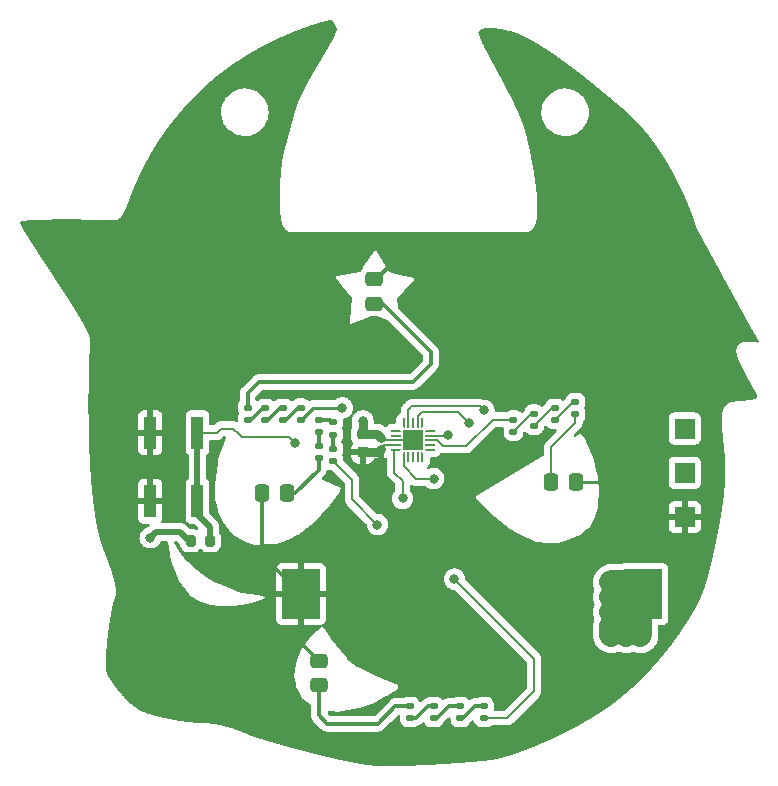
<source format=gbr>
%TF.GenerationSoftware,KiCad,Pcbnew,(6.0.9)*%
%TF.CreationDate,2023-10-21T14:44:12-07:00*%
%TF.ProjectId,pegoste2023,7065676f-7374-4653-9230-32332e6b6963,rev?*%
%TF.SameCoordinates,Original*%
%TF.FileFunction,Copper,L1,Top*%
%TF.FilePolarity,Positive*%
%FSLAX46Y46*%
G04 Gerber Fmt 4.6, Leading zero omitted, Abs format (unit mm)*
G04 Created by KiCad (PCBNEW (6.0.9)) date 2023-10-21 14:44:12*
%MOMM*%
%LPD*%
G01*
G04 APERTURE LIST*
G04 Aperture macros list*
%AMRoundRect*
0 Rectangle with rounded corners*
0 $1 Rounding radius*
0 $2 $3 $4 $5 $6 $7 $8 $9 X,Y pos of 4 corners*
0 Add a 4 corners polygon primitive as box body*
4,1,4,$2,$3,$4,$5,$6,$7,$8,$9,$2,$3,0*
0 Add four circle primitives for the rounded corners*
1,1,$1+$1,$2,$3*
1,1,$1+$1,$4,$5*
1,1,$1+$1,$6,$7*
1,1,$1+$1,$8,$9*
0 Add four rect primitives between the rounded corners*
20,1,$1+$1,$2,$3,$4,$5,0*
20,1,$1+$1,$4,$5,$6,$7,0*
20,1,$1+$1,$6,$7,$8,$9,0*
20,1,$1+$1,$8,$9,$2,$3,0*%
%AMFreePoly0*
4,1,14,0.334644,0.085355,0.385355,0.034644,0.400000,-0.000711,0.400000,-0.050000,0.385355,-0.085355,0.350000,-0.100000,-0.350000,-0.100000,-0.385355,-0.085355,-0.400000,-0.050000,-0.400000,0.050000,-0.385355,0.085355,-0.350000,0.100000,0.299289,0.100000,0.334644,0.085355,0.334644,0.085355,$1*%
%AMFreePoly1*
4,1,14,0.385355,0.085355,0.400000,0.050000,0.400000,0.000711,0.385355,-0.034644,0.334644,-0.085355,0.299289,-0.100000,-0.350000,-0.100000,-0.385355,-0.085355,-0.400000,-0.050000,-0.400000,0.050000,-0.385355,0.085355,-0.350000,0.100000,0.350000,0.100000,0.385355,0.085355,0.385355,0.085355,$1*%
%AMFreePoly2*
4,1,14,0.085355,0.385355,0.100000,0.350000,0.100000,-0.350000,0.085355,-0.385355,0.050000,-0.400000,-0.050000,-0.400000,-0.085355,-0.385355,-0.100000,-0.350000,-0.100000,0.299289,-0.085355,0.334644,-0.034644,0.385355,0.000711,0.400000,0.050000,0.400000,0.085355,0.385355,0.085355,0.385355,$1*%
%AMFreePoly3*
4,1,14,0.034644,0.385355,0.085355,0.334644,0.100000,0.299289,0.100000,-0.350000,0.085355,-0.385355,0.050000,-0.400000,-0.050000,-0.400000,-0.085355,-0.385355,-0.100000,-0.350000,-0.100000,0.350000,-0.085355,0.385355,-0.050000,0.400000,-0.000711,0.400000,0.034644,0.385355,0.034644,0.385355,$1*%
%AMFreePoly4*
4,1,14,0.385355,0.085355,0.400000,0.050000,0.400000,-0.050000,0.385355,-0.085355,0.350000,-0.100000,-0.299289,-0.100000,-0.334644,-0.085355,-0.385355,-0.034644,-0.400000,0.000711,-0.400000,0.050000,-0.385355,0.085355,-0.350000,0.100000,0.350000,0.100000,0.385355,0.085355,0.385355,0.085355,$1*%
%AMFreePoly5*
4,1,14,0.385355,0.085355,0.400000,0.050000,0.400000,-0.050000,0.385355,-0.085355,0.350000,-0.100000,-0.350000,-0.100000,-0.385355,-0.085355,-0.400000,-0.050000,-0.400000,-0.000711,-0.385355,0.034644,-0.334644,0.085355,-0.299289,0.100000,0.350000,0.100000,0.385355,0.085355,0.385355,0.085355,$1*%
%AMFreePoly6*
4,1,14,0.085355,0.385355,0.100000,0.350000,0.100000,-0.299289,0.085355,-0.334644,0.034644,-0.385355,-0.000711,-0.400000,-0.050000,-0.400000,-0.085355,-0.385355,-0.100000,-0.350000,-0.100000,0.350000,-0.085355,0.385355,-0.050000,0.400000,0.050000,0.400000,0.085355,0.385355,0.085355,0.385355,$1*%
%AMFreePoly7*
4,1,14,0.085355,0.385355,0.100000,0.350000,0.100000,-0.350000,0.085355,-0.385355,0.050000,-0.400000,0.000711,-0.400000,-0.034644,-0.385355,-0.085355,-0.334644,-0.100000,-0.299289,-0.100000,0.350000,-0.085355,0.385355,-0.050000,0.400000,0.050000,0.400000,0.085355,0.385355,0.085355,0.385355,$1*%
G04 Aperture macros list end*
%TA.AperFunction,SMDPad,CuDef*%
%ADD10RoundRect,0.135000X-0.185000X0.135000X-0.185000X-0.135000X0.185000X-0.135000X0.185000X0.135000X0*%
%TD*%
%TA.AperFunction,SMDPad,CuDef*%
%ADD11RoundRect,0.250000X0.337500X0.475000X-0.337500X0.475000X-0.337500X-0.475000X0.337500X-0.475000X0*%
%TD*%
%TA.AperFunction,SMDPad,CuDef*%
%ADD12R,1.000000X2.800000*%
%TD*%
%TA.AperFunction,SMDPad,CuDef*%
%ADD13RoundRect,0.135000X0.185000X-0.135000X0.185000X0.135000X-0.185000X0.135000X-0.185000X-0.135000X0*%
%TD*%
%TA.AperFunction,SMDPad,CuDef*%
%ADD14RoundRect,0.250000X0.475000X-0.337500X0.475000X0.337500X-0.475000X0.337500X-0.475000X-0.337500X0*%
%TD*%
%TA.AperFunction,SMDPad,CuDef*%
%ADD15RoundRect,0.140000X0.170000X-0.140000X0.170000X0.140000X-0.170000X0.140000X-0.170000X-0.140000X0*%
%TD*%
%TA.AperFunction,ComponentPad*%
%ADD16R,1.700000X1.700000*%
%TD*%
%TA.AperFunction,SMDPad,CuDef*%
%ADD17RoundRect,0.250000X-0.337500X-0.475000X0.337500X-0.475000X0.337500X0.475000X-0.337500X0.475000X0*%
%TD*%
%TA.AperFunction,SMDPad,CuDef*%
%ADD18R,3.200000X4.200000*%
%TD*%
%TA.AperFunction,SMDPad,CuDef*%
%ADD19RoundRect,0.225000X0.250000X-0.225000X0.250000X0.225000X-0.250000X0.225000X-0.250000X-0.225000X0*%
%TD*%
%TA.AperFunction,SMDPad,CuDef*%
%ADD20RoundRect,0.200000X0.200000X0.275000X-0.200000X0.275000X-0.200000X-0.275000X0.200000X-0.275000X0*%
%TD*%
%TA.AperFunction,SMDPad,CuDef*%
%ADD21FreePoly0,0.000000*%
%TD*%
%TA.AperFunction,SMDPad,CuDef*%
%ADD22RoundRect,0.050000X-0.350000X-0.050000X0.350000X-0.050000X0.350000X0.050000X-0.350000X0.050000X0*%
%TD*%
%TA.AperFunction,SMDPad,CuDef*%
%ADD23FreePoly1,0.000000*%
%TD*%
%TA.AperFunction,SMDPad,CuDef*%
%ADD24FreePoly2,0.000000*%
%TD*%
%TA.AperFunction,SMDPad,CuDef*%
%ADD25RoundRect,0.050000X-0.050000X-0.350000X0.050000X-0.350000X0.050000X0.350000X-0.050000X0.350000X0*%
%TD*%
%TA.AperFunction,SMDPad,CuDef*%
%ADD26FreePoly3,0.000000*%
%TD*%
%TA.AperFunction,SMDPad,CuDef*%
%ADD27FreePoly4,0.000000*%
%TD*%
%TA.AperFunction,SMDPad,CuDef*%
%ADD28FreePoly5,0.000000*%
%TD*%
%TA.AperFunction,SMDPad,CuDef*%
%ADD29FreePoly6,0.000000*%
%TD*%
%TA.AperFunction,SMDPad,CuDef*%
%ADD30FreePoly7,0.000000*%
%TD*%
%TA.AperFunction,SMDPad,CuDef*%
%ADD31R,1.700000X1.700000*%
%TD*%
%TA.AperFunction,ViaPad*%
%ADD32C,0.800000*%
%TD*%
%TA.AperFunction,Conductor*%
%ADD33C,0.250000*%
%TD*%
%TA.AperFunction,Conductor*%
%ADD34C,0.300000*%
%TD*%
%TA.AperFunction,Conductor*%
%ADD35C,0.200000*%
%TD*%
%TA.AperFunction,Conductor*%
%ADD36C,0.750000*%
%TD*%
%TA.AperFunction,Conductor*%
%ADD37C,2.000000*%
%TD*%
%TA.AperFunction,Conductor*%
%ADD38C,0.500000*%
%TD*%
G04 APERTURE END LIST*
D10*
%TO.P,R7,1*%
%TO.N,Net-(R6-Pad2)*%
X132500000Y-93240000D03*
%TO.P,R7,2*%
%TO.N,Net-(R7-Pad2)*%
X132500000Y-94260000D03*
%TD*%
%TO.P,R17,1*%
%TO.N,Net-(R16-Pad2)*%
X138250000Y-96740000D03*
%TO.P,R17,2*%
%TO.N,PA4*%
X138250000Y-97760000D03*
%TD*%
D11*
%TO.P,D4,1,K*%
%TO.N,Net-(D4-Pad1)*%
X134287500Y-100500000D03*
%TO.P,D4,2,A*%
%TO.N,VCC*%
X132212500Y-100500000D03*
%TD*%
D10*
%TO.P,R6,1*%
%TO.N,Net-(D2-Pad1)*%
X131000000Y-93240000D03*
%TO.P,R6,2*%
%TO.N,Net-(R6-Pad2)*%
X131000000Y-94260000D03*
%TD*%
D12*
%TO.P,SW1,1,1*%
%TO.N,VCC*%
X122750000Y-101150000D03*
X122750000Y-95350000D03*
%TO.P,SW1,2,2*%
%TO.N,Net-(R1-Pad1)*%
X126750000Y-95350000D03*
X126750000Y-101150000D03*
%TD*%
D13*
%TO.P,R13,1*%
%TO.N,Net-(R12-Pad2)*%
X153500000Y-95260000D03*
%TO.P,R13,2*%
%TO.N,PB1*%
X153500000Y-94240000D03*
%TD*%
D14*
%TO.P,D2,1,K*%
%TO.N,Net-(D2-Pad1)*%
X141706514Y-84417803D03*
%TO.P,D2,2,A*%
%TO.N,VCC*%
X141706514Y-82342803D03*
%TD*%
D15*
%TO.P,C1,1*%
%TO.N,VCC*%
X142250000Y-96730000D03*
%TO.P,C1,2*%
%TO.N,GND*%
X142250000Y-95770000D03*
%TD*%
D16*
%TO.P,J2,1,Pin_1*%
%TO.N,VCC*%
X168000000Y-102500000D03*
%TD*%
D17*
%TO.P,D3,1,K*%
%TO.N,Net-(D3-Pad1)*%
X156712500Y-99500000D03*
%TO.P,D3,2,A*%
%TO.N,VCC*%
X158787500Y-99500000D03*
%TD*%
D18*
%TO.P,BT1,1,+*%
%TO.N,VCC*%
X135500000Y-109000000D03*
%TO.P,BT1,2,-*%
%TO.N,GND*%
X164500000Y-109000000D03*
%TD*%
D19*
%TO.P,C2,1*%
%TO.N,VCC*%
X140750000Y-97025000D03*
%TO.P,C2,2*%
%TO.N,GND*%
X140750000Y-95475000D03*
%TD*%
D13*
%TO.P,R15,1*%
%TO.N,Net-(R14-Pad2)*%
X137000000Y-95260000D03*
%TO.P,R15,2*%
%TO.N,Net-(R15-Pad2)*%
X137000000Y-94240000D03*
%TD*%
D10*
%TO.P,R16,1*%
%TO.N,Net-(R15-Pad2)*%
X138250000Y-94490000D03*
%TO.P,R16,2*%
%TO.N,Net-(R16-Pad2)*%
X138250000Y-95510000D03*
%TD*%
D14*
%TO.P,D1,1,K*%
%TO.N,Net-(D1-Pad1)*%
X137000000Y-116750000D03*
%TO.P,D1,2,A*%
%TO.N,VCC*%
X137000000Y-114675000D03*
%TD*%
D10*
%TO.P,R9,1*%
%TO.N,Net-(R8-Pad2)*%
X135500000Y-93230000D03*
%TO.P,R9,2*%
%TO.N,PB0*%
X135500000Y-94250000D03*
%TD*%
D16*
%TO.P,J1,1,Pin_1*%
%TO.N,GND*%
X168000000Y-98750000D03*
%TD*%
D13*
%TO.P,R14,1*%
%TO.N,Net-(D4-Pad1)*%
X137000000Y-97510000D03*
%TO.P,R14,2*%
%TO.N,Net-(R14-Pad2)*%
X137000000Y-96490000D03*
%TD*%
D10*
%TO.P,R2,1*%
%TO.N,Net-(D1-Pad1)*%
X144750000Y-118490000D03*
%TO.P,R2,2*%
%TO.N,Net-(R2-Pad2)*%
X144750000Y-119510000D03*
%TD*%
D20*
%TO.P,R1,1*%
%TO.N,Net-(R1-Pad1)*%
X127825000Y-104500000D03*
%TO.P,R1,2*%
%TO.N,GND*%
X126175000Y-104500000D03*
%TD*%
D10*
%TO.P,R8,1*%
%TO.N,Net-(R7-Pad2)*%
X134000000Y-93240000D03*
%TO.P,R8,2*%
%TO.N,Net-(R8-Pad2)*%
X134000000Y-94260000D03*
%TD*%
D21*
%TO.P,U1,1,PA2*%
%TO.N,unconnected-(U1-Pad1)*%
X143550000Y-95200000D03*
D22*
%TO.P,U1,2,PA3*%
%TO.N,unconnected-(U1-Pad2)*%
X143550000Y-95600000D03*
%TO.P,U1,3,GND*%
%TO.N,GND*%
X143550000Y-96000000D03*
%TO.P,U1,4,VCC*%
%TO.N,VCC*%
X143550000Y-96400000D03*
D23*
%TO.P,U1,5,PA4*%
%TO.N,PA4*%
X143550000Y-96800000D03*
D24*
%TO.P,U1,6,PA5*%
%TO.N,PA5*%
X144200000Y-97450000D03*
D25*
%TO.P,U1,7,PA6*%
%TO.N,unconnected-(U1-Pad7)*%
X144600000Y-97450000D03*
%TO.P,U1,8,PA7*%
%TO.N,unconnected-(U1-Pad8)*%
X145000000Y-97450000D03*
%TO.P,U1,9,PB5*%
%TO.N,unconnected-(U1-Pad9)*%
X145400000Y-97450000D03*
D26*
%TO.P,U1,10,PB4*%
%TO.N,unconnected-(U1-Pad10)*%
X145800000Y-97450000D03*
D27*
%TO.P,U1,11,PB3*%
%TO.N,unconnected-(U1-Pad11)*%
X146450000Y-96800000D03*
D22*
%TO.P,U1,12,PB2*%
%TO.N,unconnected-(U1-Pad12)*%
X146450000Y-96400000D03*
%TO.P,U1,13,PB1*%
%TO.N,PB1*%
X146450000Y-96000000D03*
%TO.P,U1,14,PB0*%
%TO.N,PB0*%
X146450000Y-95600000D03*
D28*
%TO.P,U1,15,PC0*%
%TO.N,unconnected-(U1-Pad15)*%
X146450000Y-95200000D03*
D29*
%TO.P,U1,16,PC1*%
%TO.N,unconnected-(U1-Pad16)*%
X145800000Y-94550000D03*
D25*
%TO.P,U1,17,PC2*%
%TO.N,Net-(R1-Pad1)*%
X145400000Y-94550000D03*
%TO.P,U1,18,PC3*%
%TO.N,unconnected-(U1-Pad18)*%
X145000000Y-94550000D03*
%TO.P,U1,19,~{RESET}/PA0*%
%TO.N,UPDI*%
X144600000Y-94550000D03*
D30*
%TO.P,U1,20,PA1*%
%TO.N,unconnected-(U1-Pad20)*%
X144200000Y-94550000D03*
D31*
%TO.P,U1,21,GND*%
%TO.N,GND*%
X145000000Y-96000000D03*
%TD*%
D13*
%TO.P,R11,1*%
%TO.N,Net-(R10-Pad2)*%
X157000000Y-94260000D03*
%TO.P,R11,2*%
%TO.N,Net-(R11-Pad2)*%
X157000000Y-93240000D03*
%TD*%
D10*
%TO.P,R4,1*%
%TO.N,Net-(R3-Pad2)*%
X149000000Y-118490000D03*
%TO.P,R4,2*%
%TO.N,Net-(R4-Pad2)*%
X149000000Y-119510000D03*
%TD*%
D13*
%TO.P,R10,1*%
%TO.N,Net-(D3-Pad1)*%
X158750000Y-93760000D03*
%TO.P,R10,2*%
%TO.N,Net-(R10-Pad2)*%
X158750000Y-92740000D03*
%TD*%
%TO.P,R12,1*%
%TO.N,Net-(R11-Pad2)*%
X155250000Y-94760000D03*
%TO.P,R12,2*%
%TO.N,Net-(R12-Pad2)*%
X155250000Y-93740000D03*
%TD*%
D10*
%TO.P,R5,1*%
%TO.N,Net-(R4-Pad2)*%
X151000000Y-118490000D03*
%TO.P,R5,2*%
%TO.N,PA5*%
X151000000Y-119510000D03*
%TD*%
D16*
%TO.P,J3,1,Pin_1*%
%TO.N,UPDI*%
X168000000Y-95000000D03*
%TD*%
D10*
%TO.P,R3,1*%
%TO.N,Net-(R2-Pad2)*%
X146750000Y-118490000D03*
%TO.P,R3,2*%
%TO.N,Net-(R3-Pad2)*%
X146750000Y-119510000D03*
%TD*%
D32*
%TO.N,VCC*%
X143750000Y-80500000D03*
%TO.N,GND*%
X140750103Y-94349834D03*
X164250000Y-112500000D03*
X163000000Y-112500000D03*
X122750000Y-104250000D03*
X161750000Y-109250000D03*
X161750000Y-112500000D03*
X161750000Y-108000000D03*
X161750000Y-110500000D03*
X145000000Y-96000000D03*
%TO.N,UPDI*%
X150990062Y-93459709D03*
%TO.N,Net-(R1-Pad1)*%
X135000000Y-96250000D03*
X149750000Y-94500000D03*
%TO.N,PB0*%
X148001473Y-95578589D03*
X139000000Y-93250000D03*
%TO.N,PA4*%
X141978806Y-103135363D03*
X144107157Y-100921307D03*
%TO.N,PA5*%
X148500000Y-107750000D03*
X146750000Y-99250000D03*
%TD*%
D33*
%TO.N,PB0*%
X136500000Y-93250000D02*
X135500000Y-94250000D01*
D34*
%TO.N,VCC*%
X141907197Y-82342803D02*
X143750000Y-80500000D01*
D35*
X143550000Y-96400000D02*
X142580000Y-96400000D01*
D36*
X140750000Y-97025000D02*
X141955000Y-97025000D01*
D34*
X132212500Y-105712500D02*
X135500000Y-109000000D01*
D33*
X158787500Y-99500000D02*
X162500000Y-99500000D01*
D35*
X142580000Y-96400000D02*
X142250000Y-96730000D01*
D34*
X132212500Y-100500000D02*
X132212500Y-105712500D01*
X135500000Y-113175000D02*
X135500000Y-109000000D01*
X141706514Y-82342803D02*
X141907197Y-82342803D01*
X137000000Y-114675000D02*
X135500000Y-113175000D01*
D36*
X141955000Y-97025000D02*
X142250000Y-96730000D01*
D33*
X162500000Y-99500000D02*
X165500000Y-102500000D01*
X165500000Y-102500000D02*
X168000000Y-102500000D01*
D36*
%TO.N,GND*%
X140750000Y-94349937D02*
X140750103Y-94349834D01*
D35*
X143550000Y-96000000D02*
X142480000Y-96000000D01*
X142480000Y-96000000D02*
X142250000Y-95770000D01*
D36*
X140750000Y-95475000D02*
X141955000Y-95475000D01*
D37*
X161750000Y-108000000D02*
X163500000Y-108000000D01*
D36*
X140750000Y-95475000D02*
X140750000Y-94349937D01*
D37*
X161750000Y-112500000D02*
X161750000Y-111750000D01*
D35*
X143550000Y-96000000D02*
X145000000Y-96000000D01*
D37*
X161750000Y-111750000D02*
X164500000Y-109000000D01*
X163000000Y-112500000D02*
X163000000Y-110500000D01*
D36*
X141955000Y-95475000D02*
X142250000Y-95770000D01*
D37*
X164250000Y-109250000D02*
X164500000Y-109000000D01*
X161750000Y-110500000D02*
X163000000Y-110500000D01*
D38*
X126175000Y-104500000D02*
X126000000Y-104500000D01*
X123250000Y-103750000D02*
X122750000Y-104250000D01*
D37*
X163500000Y-108000000D02*
X164500000Y-109000000D01*
X161750000Y-109250000D02*
X164250000Y-109250000D01*
D38*
X126000000Y-104500000D02*
X125250000Y-103750000D01*
D37*
X163000000Y-110500000D02*
X164500000Y-109000000D01*
X164250000Y-112500000D02*
X164250000Y-109250000D01*
D38*
X125250000Y-103750000D02*
X123250000Y-103750000D01*
D34*
%TO.N,Net-(D1-Pad1)*%
X143510000Y-118490000D02*
X144750000Y-118490000D01*
X137000000Y-116750000D02*
X137000000Y-119250000D01*
X137000000Y-119250000D02*
X137750000Y-120000000D01*
X137750000Y-120000000D02*
X142000000Y-120000000D01*
X142000000Y-120000000D02*
X143510000Y-118490000D01*
%TO.N,Net-(D2-Pad1)*%
X131000000Y-92000000D02*
X131000000Y-93240000D01*
X141706514Y-84417803D02*
X142417803Y-84417803D01*
X146513610Y-89521193D02*
X144970913Y-91063890D01*
X142417803Y-84417803D02*
X146513610Y-88513610D01*
X144970913Y-91063890D02*
X131936110Y-91063890D01*
X146513610Y-88513610D02*
X146513610Y-89521193D01*
X131936110Y-91063890D02*
X131000000Y-92000000D01*
D35*
%TO.N,Net-(D3-Pad1)*%
X156712500Y-99500000D02*
X156712500Y-96537500D01*
X158750000Y-94500000D02*
X158750000Y-93760000D01*
X156712500Y-96537500D02*
X158750000Y-94500000D01*
D34*
%TO.N,Net-(D4-Pad1)*%
X137000000Y-98500000D02*
X137000000Y-97510000D01*
X134287500Y-100500000D02*
X135000000Y-100500000D01*
X135000000Y-100500000D02*
X137000000Y-98500000D01*
D35*
%TO.N,UPDI*%
X144864067Y-93135933D02*
X150161577Y-93135933D01*
X150161577Y-93135933D02*
X150666286Y-93135933D01*
X144600000Y-93400000D02*
X144750000Y-93250000D01*
X150666286Y-93135933D02*
X150990062Y-93459709D01*
X144750000Y-93250000D02*
X144864067Y-93135933D01*
X144600000Y-94550000D02*
X144600000Y-93400000D01*
D38*
%TO.N,Net-(R1-Pad1)*%
X127825000Y-103325000D02*
X126750000Y-102250000D01*
D35*
X145400000Y-93960331D02*
X145400000Y-94550000D01*
X128400000Y-95350000D02*
X128750000Y-95000000D01*
X128750000Y-95000000D02*
X129750000Y-95000000D01*
X131750000Y-95750000D02*
X134500000Y-95750000D01*
X130500000Y-95750000D02*
X131750000Y-95750000D01*
X149750000Y-94500000D02*
X148843402Y-93593402D01*
D38*
X127825000Y-104500000D02*
X127825000Y-103325000D01*
X126750000Y-95350000D02*
X126750000Y-101150000D01*
D35*
X145766929Y-93593402D02*
X145400000Y-93960331D01*
D38*
X126750000Y-102250000D02*
X126750000Y-101150000D01*
D35*
X129750000Y-95000000D02*
X130250000Y-95500000D01*
X148843402Y-93593402D02*
X145766929Y-93593402D01*
X126750000Y-95350000D02*
X128400000Y-95350000D01*
X134500000Y-95750000D02*
X135000000Y-96250000D01*
X130250000Y-95500000D02*
X130500000Y-95750000D01*
D34*
%TO.N,Net-(R2-Pad2)*%
X144750000Y-119510000D02*
X145240000Y-119510000D01*
X145240000Y-119510000D02*
X146260000Y-118490000D01*
X146260000Y-118490000D02*
X146750000Y-118490000D01*
%TO.N,Net-(R3-Pad2)*%
X146750000Y-119510000D02*
X146990000Y-119510000D01*
X146990000Y-119510000D02*
X148010000Y-118490000D01*
X148010000Y-118490000D02*
X149000000Y-118490000D01*
%TO.N,Net-(R4-Pad2)*%
X149240000Y-119510000D02*
X150260000Y-118490000D01*
X149000000Y-119510000D02*
X149240000Y-119510000D01*
X150260000Y-118490000D02*
X151000000Y-118490000D01*
D33*
%TO.N,PB0*%
X139000000Y-93250000D02*
X136500000Y-93250000D01*
D35*
X146450000Y-95600000D02*
X147980062Y-95600000D01*
X147980062Y-95600000D02*
X148001473Y-95578589D01*
D34*
%TO.N,Net-(R6-Pad2)*%
X132260000Y-93240000D02*
X132500000Y-93240000D01*
X131240000Y-94260000D02*
X132260000Y-93240000D01*
X131000000Y-94260000D02*
X131240000Y-94260000D01*
%TO.N,Net-(R7-Pad2)*%
X132740000Y-94260000D02*
X133760000Y-93240000D01*
X132500000Y-94260000D02*
X132740000Y-94260000D01*
X133760000Y-93240000D02*
X134000000Y-93240000D01*
%TO.N,Net-(R8-Pad2)*%
X135270000Y-93230000D02*
X135500000Y-93230000D01*
X134240000Y-94260000D02*
X135270000Y-93230000D01*
X134000000Y-94260000D02*
X134240000Y-94260000D01*
D35*
%TO.N,PB1*%
X147000000Y-96000000D02*
X146450000Y-96000000D01*
X153500000Y-94240000D02*
X151760000Y-94240000D01*
X147500000Y-96500000D02*
X147000000Y-96000000D01*
X149500000Y-96500000D02*
X147500000Y-96500000D01*
X151760000Y-94240000D02*
X149500000Y-96500000D01*
%TO.N,Net-(R10-Pad2)*%
X158750000Y-92740000D02*
X158520000Y-92740000D01*
X158520000Y-92740000D02*
X157000000Y-94260000D01*
%TO.N,Net-(R11-Pad2)*%
X156770000Y-93240000D02*
X155250000Y-94760000D01*
X157000000Y-93240000D02*
X156770000Y-93240000D01*
%TO.N,Net-(R12-Pad2)*%
X155250000Y-93740000D02*
X155020000Y-93740000D01*
X155020000Y-93740000D02*
X153500000Y-95260000D01*
%TO.N,PA4*%
X144107157Y-99421462D02*
X143421514Y-98735819D01*
X141978806Y-103135363D02*
X139830414Y-100986971D01*
X143421514Y-96928486D02*
X143550000Y-96800000D01*
X139830414Y-100986971D02*
X139830414Y-99340414D01*
X139830414Y-99340414D02*
X138250000Y-97760000D01*
X143421514Y-98735819D02*
X143421514Y-96928486D01*
X144107157Y-100921307D02*
X144107157Y-99421462D01*
D34*
%TO.N,Net-(R14-Pad2)*%
X137000000Y-96490000D02*
X137000000Y-95260000D01*
%TO.N,Net-(R15-Pad2)*%
X137000000Y-94240000D02*
X138000000Y-94240000D01*
X138000000Y-94240000D02*
X138250000Y-94490000D01*
%TO.N,Net-(R16-Pad2)*%
X138250000Y-95510000D02*
X138250000Y-96740000D01*
D35*
%TO.N,PA5*%
X144200000Y-98200000D02*
X144200000Y-97450000D01*
X151000000Y-119510000D02*
X152990000Y-119510000D01*
X155250000Y-117250000D02*
X155250000Y-114500000D01*
X145250000Y-99250000D02*
X144200000Y-98200000D01*
X155250000Y-114500000D02*
X148500000Y-107750000D01*
X146750000Y-99250000D02*
X145250000Y-99250000D01*
X152990000Y-119510000D02*
X155250000Y-117250000D01*
%TD*%
%TA.AperFunction,Conductor*%
%TO.N,VCC*%
G36*
X138016774Y-60417040D02*
G01*
X138018213Y-60417051D01*
X138020247Y-60417077D01*
X138038320Y-60417311D01*
X138039750Y-60417338D01*
X138059073Y-60417816D01*
X138060873Y-60417873D01*
X138074088Y-60418392D01*
X138079103Y-60418589D01*
X138081074Y-60418682D01*
X138095918Y-60419498D01*
X138098377Y-60419633D01*
X138100747Y-60419786D01*
X138109266Y-60420416D01*
X138175726Y-60445388D01*
X138207744Y-60480794D01*
X138207850Y-60480969D01*
X138208956Y-60482830D01*
X138218324Y-60498913D01*
X138219047Y-60500172D01*
X138228854Y-60517464D01*
X138229663Y-60518912D01*
X138239945Y-60537611D01*
X138240294Y-60538251D01*
X138248354Y-60553140D01*
X138251250Y-60558489D01*
X138251684Y-60559297D01*
X138262526Y-60579686D01*
X138262753Y-60580115D01*
X138274256Y-60602103D01*
X138286047Y-60624859D01*
X138286107Y-60624975D01*
X138292762Y-60637879D01*
X138292909Y-60638195D01*
X138292925Y-60638242D01*
X138292992Y-60638372D01*
X138292997Y-60638383D01*
X138302283Y-60656432D01*
X138310969Y-60673314D01*
X138318152Y-60687318D01*
X138318207Y-60687484D01*
X138322682Y-60696178D01*
X138326624Y-60703835D01*
X138326706Y-60703995D01*
X138326837Y-60704250D01*
X138327025Y-60704616D01*
X138327418Y-60705383D01*
X138325208Y-60706516D01*
X138325219Y-60706555D01*
X138327436Y-60705413D01*
X138327437Y-60705414D01*
X138336125Y-60722292D01*
X138343384Y-60736449D01*
X138343575Y-60736859D01*
X138343791Y-60737503D01*
X138344667Y-60739196D01*
X138344670Y-60739202D01*
X138356248Y-60761574D01*
X138356265Y-60761611D01*
X138356278Y-60761650D01*
X138356334Y-60761758D01*
X138356340Y-60761771D01*
X138361896Y-60772501D01*
X138362141Y-60772976D01*
X138377617Y-60803204D01*
X138378106Y-60803895D01*
X138378200Y-60804062D01*
X138382052Y-60811472D01*
X138382147Y-60811673D01*
X138382242Y-60811954D01*
X138393149Y-60832861D01*
X138394043Y-60834587D01*
X138395579Y-60837553D01*
X138395604Y-60837606D01*
X138395874Y-60838395D01*
X138408913Y-60863166D01*
X138409141Y-60863642D01*
X138409348Y-60864240D01*
X138416308Y-60877368D01*
X138416757Y-60878223D01*
X138417115Y-60878913D01*
X138417124Y-60878908D01*
X138417127Y-60878912D01*
X138417827Y-60880231D01*
X138419702Y-60883768D01*
X138420074Y-60884475D01*
X138422907Y-60889905D01*
X138422908Y-60889909D01*
X138421304Y-60890746D01*
X138421621Y-60891153D01*
X138423071Y-60890379D01*
X138426319Y-60896460D01*
X138426891Y-60897544D01*
X138430344Y-60904163D01*
X138428802Y-60904967D01*
X138428966Y-60905568D01*
X138430691Y-60904647D01*
X138434332Y-60911465D01*
X138434675Y-60912112D01*
X138436656Y-60915874D01*
X138435149Y-60916667D01*
X138435765Y-60917469D01*
X138436990Y-60916807D01*
X138442973Y-60927888D01*
X138443583Y-60929031D01*
X138444194Y-60930191D01*
X138442533Y-60931066D01*
X138442588Y-60931262D01*
X138444297Y-60930339D01*
X138449417Y-60939822D01*
X138449822Y-60940578D01*
X138458108Y-60956206D01*
X138458486Y-60956725D01*
X138458765Y-60957208D01*
X138463779Y-60966594D01*
X138462087Y-60967498D01*
X138462664Y-60968210D01*
X138464084Y-60967434D01*
X138470286Y-60978787D01*
X138470845Y-60979821D01*
X138471914Y-60981822D01*
X138470255Y-60982708D01*
X138470318Y-60982930D01*
X138472036Y-60981991D01*
X138472039Y-60981995D01*
X138477431Y-60991866D01*
X138477824Y-60992651D01*
X138478168Y-60993593D01*
X138488348Y-61012019D01*
X138488352Y-61012027D01*
X138488989Y-61013196D01*
X138498963Y-61031710D01*
X138497720Y-61032380D01*
X138498121Y-61033778D01*
X138499802Y-61032845D01*
X138500645Y-61034364D01*
X138501051Y-61035101D01*
X138506305Y-61044719D01*
X138504757Y-61045565D01*
X138505312Y-61046244D01*
X138506603Y-61045518D01*
X138511233Y-61053758D01*
X138511964Y-61055078D01*
X138513671Y-61058203D01*
X138512164Y-61059026D01*
X138512283Y-61059430D01*
X138513907Y-61058517D01*
X138520114Y-61069564D01*
X138520254Y-61069837D01*
X138520382Y-61070178D01*
X138520899Y-61071094D01*
X138520907Y-61071110D01*
X138524825Y-61078054D01*
X138525322Y-61078944D01*
X138528601Y-61084880D01*
X138528848Y-61085208D01*
X138528995Y-61085452D01*
X138537608Y-61100972D01*
X138539044Y-61103559D01*
X138554607Y-61172829D01*
X138552404Y-61189503D01*
X138551248Y-61195262D01*
X138550882Y-61197083D01*
X138550337Y-61199655D01*
X138547238Y-61213532D01*
X138546699Y-61215837D01*
X138542862Y-61231568D01*
X138542439Y-61233250D01*
X138538187Y-61249629D01*
X138537594Y-61251826D01*
X138532551Y-61269842D01*
X138532185Y-61271125D01*
X138526835Y-61289440D01*
X138526293Y-61291240D01*
X138525665Y-61293265D01*
X138520525Y-61309841D01*
X138520145Y-61311044D01*
X138519309Y-61313648D01*
X138513783Y-61330849D01*
X138513327Y-61332240D01*
X138506721Y-61352012D01*
X138506309Y-61353225D01*
X138499654Y-61372490D01*
X138499129Y-61373979D01*
X138491564Y-61395020D01*
X138491441Y-61395360D01*
X138483467Y-61417340D01*
X138482978Y-61418666D01*
X138475241Y-61439269D01*
X138474926Y-61440098D01*
X138472480Y-61446470D01*
X138467336Y-61459869D01*
X138466894Y-61461003D01*
X138458938Y-61481049D01*
X138458689Y-61481670D01*
X138449796Y-61503535D01*
X138440343Y-61526474D01*
X138440116Y-61527021D01*
X138430991Y-61548870D01*
X138430816Y-61549288D01*
X138430519Y-61549992D01*
X138421446Y-61571297D01*
X138421134Y-61572023D01*
X138411362Y-61594509D01*
X138411136Y-61595026D01*
X138401816Y-61616212D01*
X138401398Y-61617152D01*
X138392524Y-61636886D01*
X138391564Y-61639021D01*
X138380720Y-61662968D01*
X138380583Y-61663271D01*
X138380485Y-61663487D01*
X138370138Y-61686222D01*
X138369638Y-61687307D01*
X138359535Y-61708959D01*
X138359532Y-61708958D01*
X138359526Y-61708978D01*
X138348107Y-61733437D01*
X138344105Y-61741912D01*
X138339564Y-61751527D01*
X138339182Y-61752328D01*
X138326612Y-61778464D01*
X138326553Y-61778587D01*
X138312810Y-61807083D01*
X138312604Y-61807508D01*
X138305286Y-61822499D01*
X138304403Y-61824308D01*
X138304194Y-61824733D01*
X138292625Y-61848208D01*
X138292563Y-61848336D01*
X138292560Y-61848341D01*
X138283405Y-61866864D01*
X138283332Y-61867011D01*
X138283169Y-61867339D01*
X138269066Y-61895483D01*
X138268931Y-61895753D01*
X138268833Y-61895858D01*
X138268869Y-61895876D01*
X138254203Y-61925064D01*
X138246001Y-61941227D01*
X138246001Y-61941228D01*
X138245977Y-61941216D01*
X138245928Y-61941370D01*
X138233963Y-61964873D01*
X138225181Y-61981906D01*
X138222113Y-61987857D01*
X138222047Y-61987985D01*
X138209589Y-62012079D01*
X138209407Y-62012429D01*
X138197687Y-62034923D01*
X138197576Y-62035136D01*
X138190658Y-62048352D01*
X138190553Y-62048541D01*
X138190557Y-62048543D01*
X138172251Y-62083378D01*
X138172207Y-62083462D01*
X138158313Y-62109853D01*
X138158039Y-62110370D01*
X138148199Y-62128852D01*
X138148065Y-62129103D01*
X138138553Y-62146872D01*
X138138434Y-62147094D01*
X138122861Y-62176046D01*
X138122833Y-62176099D01*
X138109916Y-62200086D01*
X138109872Y-62200062D01*
X138109782Y-62200333D01*
X138098603Y-62220983D01*
X138096606Y-62224671D01*
X138096575Y-62224727D01*
X138084428Y-62247135D01*
X138081846Y-62251899D01*
X138074242Y-62265841D01*
X138058174Y-62295132D01*
X138058147Y-62295181D01*
X138057149Y-62296998D01*
X138043457Y-62321931D01*
X138032753Y-62341257D01*
X138032737Y-62341248D01*
X138032705Y-62341344D01*
X138028944Y-62348122D01*
X138019475Y-62365185D01*
X138019442Y-62365244D01*
X138006957Y-62387714D01*
X138006948Y-62387731D01*
X137998641Y-62402676D01*
X137998375Y-62403112D01*
X137998339Y-62403158D01*
X137979504Y-62436906D01*
X137979342Y-62437065D01*
X137979398Y-62437096D01*
X137961613Y-62468832D01*
X137961604Y-62468827D01*
X137961457Y-62469114D01*
X137958975Y-62473520D01*
X137958698Y-62474012D01*
X137958637Y-62474111D01*
X137958526Y-62474253D01*
X137958260Y-62474725D01*
X137958260Y-62474726D01*
X137946604Y-62495454D01*
X137946499Y-62495642D01*
X137934974Y-62516056D01*
X137934903Y-62516238D01*
X137934832Y-62516374D01*
X137923702Y-62536132D01*
X137923582Y-62536344D01*
X137913656Y-62553810D01*
X137913616Y-62553881D01*
X137912269Y-62556248D01*
X137899813Y-62578132D01*
X137886516Y-62601447D01*
X137886501Y-62601438D01*
X137886471Y-62601525D01*
X137861655Y-62644963D01*
X137859092Y-62649450D01*
X137859033Y-62649553D01*
X137845564Y-62673075D01*
X137845455Y-62673265D01*
X137838591Y-62685204D01*
X137838380Y-62685540D01*
X137838206Y-62685758D01*
X137837787Y-62686488D01*
X137819432Y-62718466D01*
X137818728Y-62719692D01*
X137804006Y-62745232D01*
X137803982Y-62745218D01*
X137803934Y-62745357D01*
X137792122Y-62765794D01*
X137783707Y-62780298D01*
X137782009Y-62779313D01*
X137781954Y-62779461D01*
X137783610Y-62780418D01*
X137783608Y-62780421D01*
X137777228Y-62791465D01*
X137774017Y-62796999D01*
X137772056Y-62795861D01*
X137771995Y-62795928D01*
X137773986Y-62797078D01*
X137773985Y-62797079D01*
X137764032Y-62814307D01*
X137745930Y-62845512D01*
X137745909Y-62845563D01*
X137745816Y-62845738D01*
X137736548Y-62861701D01*
X137729058Y-62874567D01*
X137728723Y-62875094D01*
X137728462Y-62875416D01*
X137727853Y-62876464D01*
X137727849Y-62876470D01*
X137722202Y-62886185D01*
X137709113Y-62908703D01*
X137700311Y-62923705D01*
X137698501Y-62922643D01*
X137698377Y-62922991D01*
X137700086Y-62923984D01*
X137693567Y-62935196D01*
X137693328Y-62935606D01*
X137691124Y-62939364D01*
X137689294Y-62938291D01*
X137689187Y-62938406D01*
X137691067Y-62939499D01*
X137688703Y-62943566D01*
X137680727Y-62957286D01*
X137673261Y-62969999D01*
X137673259Y-62970001D01*
X137671539Y-62968991D01*
X137671497Y-62969106D01*
X137673186Y-62970092D01*
X137673185Y-62970093D01*
X137669643Y-62976162D01*
X137662818Y-62987783D01*
X137661023Y-62986729D01*
X137660848Y-62986919D01*
X137662723Y-62988014D01*
X137662722Y-62988017D01*
X137653729Y-63003422D01*
X137653600Y-63003642D01*
X137638248Y-63029704D01*
X137635704Y-63034022D01*
X137635446Y-63034651D01*
X137635031Y-63035418D01*
X137632493Y-63039747D01*
X137632358Y-63039957D01*
X137632361Y-63039959D01*
X137615770Y-63068167D01*
X137612539Y-63073660D01*
X137603790Y-63088508D01*
X137603625Y-63088765D01*
X137603389Y-63089054D01*
X137602845Y-63089981D01*
X137602843Y-63089984D01*
X137594939Y-63103451D01*
X137583698Y-63122603D01*
X137565425Y-63153557D01*
X137565364Y-63153707D01*
X137565146Y-63154107D01*
X137562858Y-63157978D01*
X137562828Y-63158025D01*
X137562771Y-63158094D01*
X137562639Y-63158318D01*
X137562633Y-63158327D01*
X137552437Y-63175601D01*
X137552349Y-63175749D01*
X137549773Y-63180099D01*
X137548698Y-63181915D01*
X137546799Y-63180790D01*
X137546749Y-63180929D01*
X137548608Y-63182024D01*
X137548606Y-63182028D01*
X137543836Y-63190124D01*
X137538206Y-63199632D01*
X137536339Y-63198526D01*
X137536218Y-63198656D01*
X137538141Y-63199789D01*
X137533677Y-63207363D01*
X137533608Y-63207481D01*
X137524168Y-63223458D01*
X137524134Y-63223540D01*
X137524096Y-63223610D01*
X137520825Y-63229152D01*
X137520762Y-63229242D01*
X137520769Y-63229246D01*
X137500888Y-63262868D01*
X137491908Y-63278016D01*
X137491322Y-63278928D01*
X137490570Y-63279851D01*
X137487975Y-63284284D01*
X137471701Y-63312086D01*
X137471264Y-63312826D01*
X137454254Y-63341435D01*
X137454243Y-63341455D01*
X137453658Y-63342439D01*
X137453509Y-63342797D01*
X137453218Y-63343329D01*
X137445873Y-63355702D01*
X137445865Y-63355712D01*
X137438804Y-63367609D01*
X137431805Y-63379384D01*
X137429713Y-63378140D01*
X137429667Y-63378277D01*
X137431716Y-63379491D01*
X137431714Y-63379494D01*
X137423773Y-63392896D01*
X137420973Y-63397607D01*
X137419089Y-63396488D01*
X137419054Y-63396526D01*
X137420954Y-63397652D01*
X137420953Y-63397655D01*
X137417754Y-63403055D01*
X137417666Y-63403203D01*
X137417644Y-63403237D01*
X137417607Y-63403282D01*
X137417521Y-63403427D01*
X137417514Y-63403438D01*
X137410447Y-63415373D01*
X137408861Y-63418052D01*
X137407020Y-63421153D01*
X137407014Y-63421168D01*
X137393079Y-63444645D01*
X137393019Y-63444790D01*
X137392960Y-63444897D01*
X137389360Y-63450974D01*
X137387453Y-63454192D01*
X137387337Y-63454387D01*
X137375255Y-63474693D01*
X137375236Y-63474723D01*
X137375204Y-63474761D01*
X137366208Y-63489889D01*
X137360443Y-63499563D01*
X137358334Y-63498306D01*
X137358255Y-63498538D01*
X137360292Y-63499746D01*
X137356875Y-63505507D01*
X137353365Y-63511426D01*
X137352007Y-63513715D01*
X137350973Y-63515451D01*
X137349111Y-63514342D01*
X137349091Y-63514363D01*
X137350964Y-63515473D01*
X137350961Y-63515480D01*
X137346243Y-63523437D01*
X137346230Y-63523456D01*
X137346196Y-63523497D01*
X137340792Y-63532614D01*
X137340637Y-63532759D01*
X137340688Y-63532789D01*
X137336352Y-63540077D01*
X137336331Y-63540129D01*
X137336308Y-63540170D01*
X137321734Y-63564678D01*
X137321633Y-63564921D01*
X137321543Y-63565086D01*
X137312105Y-63581001D01*
X137305137Y-63592680D01*
X137304791Y-63593214D01*
X137304307Y-63593802D01*
X137303226Y-63595629D01*
X137303222Y-63595635D01*
X137300910Y-63599543D01*
X137285290Y-63625939D01*
X137280218Y-63634436D01*
X137280200Y-63634480D01*
X137266352Y-63657691D01*
X137266175Y-63658115D01*
X137265753Y-63658883D01*
X137264230Y-63661438D01*
X137263122Y-63663296D01*
X137262799Y-63663795D01*
X137262353Y-63664336D01*
X137261344Y-63666041D01*
X137261336Y-63666053D01*
X137242991Y-63697045D01*
X137242774Y-63697410D01*
X137241280Y-63699915D01*
X137238485Y-63704601D01*
X137238478Y-63704617D01*
X137225712Y-63726024D01*
X137224325Y-63728349D01*
X137224155Y-63728756D01*
X137223783Y-63729434D01*
X137220048Y-63735704D01*
X137219701Y-63736241D01*
X137219249Y-63736790D01*
X137201754Y-63766383D01*
X137200567Y-63768391D01*
X137200342Y-63768769D01*
X137195847Y-63776312D01*
X137195834Y-63776335D01*
X137195773Y-63776438D01*
X137195757Y-63776476D01*
X137195743Y-63776502D01*
X137181281Y-63800777D01*
X137181083Y-63801252D01*
X137180682Y-63801984D01*
X137177083Y-63808037D01*
X137176622Y-63808750D01*
X137176222Y-63809235D01*
X137156700Y-63842201D01*
X137156465Y-63842596D01*
X137139380Y-63871192D01*
X137139369Y-63871212D01*
X137138314Y-63872978D01*
X137138033Y-63873648D01*
X137137638Y-63874369D01*
X137128006Y-63890591D01*
X137127919Y-63890737D01*
X137121003Y-63902349D01*
X137120354Y-63903355D01*
X137119632Y-63904235D01*
X137118035Y-63906946D01*
X137100413Y-63936858D01*
X137100032Y-63937500D01*
X137084193Y-63964026D01*
X137082344Y-63967122D01*
X137081988Y-63967974D01*
X137081436Y-63968981D01*
X137078615Y-63973739D01*
X137078576Y-63973799D01*
X137078517Y-63973872D01*
X137067920Y-63991768D01*
X137067641Y-63992239D01*
X137067562Y-63992372D01*
X137054275Y-64014747D01*
X137054268Y-64014760D01*
X137054031Y-64015159D01*
X137053969Y-64015309D01*
X137053902Y-64015431D01*
X137045442Y-64029703D01*
X137045423Y-64029735D01*
X137030640Y-64054657D01*
X137030610Y-64054708D01*
X137021627Y-64069836D01*
X137021408Y-64070175D01*
X137021136Y-64070506D01*
X137020500Y-64071582D01*
X137020494Y-64071591D01*
X137001269Y-64104105D01*
X137001110Y-64104373D01*
X136996469Y-64112178D01*
X136994710Y-64111132D01*
X136994512Y-64111675D01*
X136996114Y-64112616D01*
X136994471Y-64115412D01*
X136988628Y-64125356D01*
X136988294Y-64125921D01*
X136982984Y-64134851D01*
X136981313Y-64133857D01*
X136981010Y-64134181D01*
X136982819Y-64135244D01*
X136978527Y-64142550D01*
X136977870Y-64143574D01*
X136977564Y-64143947D01*
X136976820Y-64145211D01*
X136976814Y-64145220D01*
X136958256Y-64176739D01*
X136958112Y-64176983D01*
X136940055Y-64207309D01*
X136939655Y-64208268D01*
X136939213Y-64209079D01*
X136933829Y-64218224D01*
X136933792Y-64218287D01*
X136926192Y-64231179D01*
X136925979Y-64231510D01*
X136925811Y-64231715D01*
X136905884Y-64265560D01*
X136898595Y-64277888D01*
X136897116Y-64277013D01*
X136897092Y-64277072D01*
X136898556Y-64277936D01*
X136893269Y-64286897D01*
X136893217Y-64286984D01*
X136887594Y-64296497D01*
X136885765Y-64295416D01*
X136885716Y-64295469D01*
X136887566Y-64296561D01*
X136887565Y-64296564D01*
X136884696Y-64301429D01*
X136884626Y-64301547D01*
X136884231Y-64302163D01*
X136883718Y-64302793D01*
X136882570Y-64304755D01*
X136882566Y-64304762D01*
X136868928Y-64328080D01*
X136868576Y-64328678D01*
X136861249Y-64341049D01*
X136860271Y-64342700D01*
X136860127Y-64343047D01*
X136859973Y-64343331D01*
X136846152Y-64366756D01*
X136845892Y-64367388D01*
X136845502Y-64368107D01*
X136843619Y-64371316D01*
X136842983Y-64372399D01*
X136842863Y-64372587D01*
X136842827Y-64372631D01*
X136826413Y-64400568D01*
X136823069Y-64406259D01*
X136823014Y-64406352D01*
X136814613Y-64420622D01*
X136814375Y-64420994D01*
X136813999Y-64421456D01*
X136813143Y-64422921D01*
X136813137Y-64422930D01*
X136794465Y-64454877D01*
X136794263Y-64455222D01*
X136776354Y-64485623D01*
X136776082Y-64486285D01*
X136775781Y-64486843D01*
X136773377Y-64490955D01*
X136771823Y-64493613D01*
X136771407Y-64494265D01*
X136771072Y-64494678D01*
X136770288Y-64496022D01*
X136770282Y-64496032D01*
X136751686Y-64527925D01*
X136751486Y-64528269D01*
X136747129Y-64535682D01*
X136739037Y-64549452D01*
X136733500Y-64558873D01*
X136733283Y-64559402D01*
X136733151Y-64559648D01*
X136729670Y-64565620D01*
X136728172Y-64568189D01*
X136727942Y-64568552D01*
X136727619Y-64568951D01*
X136712833Y-64594458D01*
X136711081Y-64597455D01*
X136704548Y-64608630D01*
X136704540Y-64608645D01*
X136704174Y-64609271D01*
X136704080Y-64609501D01*
X136703983Y-64609682D01*
X136690325Y-64633112D01*
X136690318Y-64633125D01*
X136689984Y-64633698D01*
X136689902Y-64633900D01*
X136689642Y-64634385D01*
X136686824Y-64639214D01*
X136686641Y-64639501D01*
X136686375Y-64639831D01*
X136685763Y-64640885D01*
X136685754Y-64640899D01*
X136672336Y-64664005D01*
X136672168Y-64664271D01*
X136671923Y-64664575D01*
X136659847Y-64685457D01*
X136657674Y-64689182D01*
X136651762Y-64699316D01*
X136648593Y-64704747D01*
X136648434Y-64705138D01*
X136648263Y-64705458D01*
X136644160Y-64712523D01*
X136642202Y-64711386D01*
X136642174Y-64711471D01*
X136644106Y-64712591D01*
X136644105Y-64712593D01*
X136637153Y-64724590D01*
X136634215Y-64729649D01*
X136632151Y-64728451D01*
X136632123Y-64728482D01*
X136634200Y-64729686D01*
X136629851Y-64737190D01*
X136629695Y-64737438D01*
X136629460Y-64737729D01*
X136617425Y-64758582D01*
X136606351Y-64777610D01*
X136606203Y-64777977D01*
X136606042Y-64778278D01*
X136602470Y-64784441D01*
X136601002Y-64783590D01*
X136600932Y-64783765D01*
X136602355Y-64784586D01*
X136596034Y-64795547D01*
X136591796Y-64802861D01*
X136589998Y-64801819D01*
X136589910Y-64801915D01*
X136591749Y-64802975D01*
X136588913Y-64807894D01*
X136588852Y-64807991D01*
X136588779Y-64808082D01*
X136588610Y-64808376D01*
X136588599Y-64808393D01*
X136579689Y-64823866D01*
X136579535Y-64824134D01*
X136564733Y-64849693D01*
X136564584Y-64850061D01*
X136564439Y-64850334D01*
X136561678Y-64855124D01*
X136561159Y-64855952D01*
X136560549Y-64856717D01*
X136559199Y-64859082D01*
X136559194Y-64859090D01*
X136541729Y-64889686D01*
X136541390Y-64890277D01*
X136524012Y-64920341D01*
X136523752Y-64920988D01*
X136523411Y-64921632D01*
X136520197Y-64927227D01*
X136519849Y-64927785D01*
X136519373Y-64928382D01*
X136508975Y-64946633D01*
X136505071Y-64953485D01*
X136504772Y-64954007D01*
X136496596Y-64968180D01*
X136496456Y-64968531D01*
X136496307Y-64968812D01*
X136486684Y-64985563D01*
X136482483Y-64992875D01*
X136482293Y-64993352D01*
X136481919Y-64994060D01*
X136478575Y-64999893D01*
X136478411Y-65000156D01*
X136478179Y-65000447D01*
X136477645Y-65001382D01*
X136477642Y-65001387D01*
X136464137Y-65025039D01*
X136463950Y-65025339D01*
X136463695Y-65025660D01*
X136463111Y-65026687D01*
X136463105Y-65026697D01*
X136451893Y-65046422D01*
X136451198Y-65047645D01*
X136440818Y-65065750D01*
X136440677Y-65066105D01*
X136440542Y-65066361D01*
X136435480Y-65075228D01*
X136435462Y-65075256D01*
X136435140Y-65075663D01*
X136416062Y-65109390D01*
X136410543Y-65119072D01*
X136406837Y-65125574D01*
X136406793Y-65125646D01*
X136406361Y-65126194D01*
X136393262Y-65149465D01*
X136387798Y-65159171D01*
X136387479Y-65159734D01*
X136371527Y-65187735D01*
X136371516Y-65187757D01*
X136370146Y-65190161D01*
X136369780Y-65191088D01*
X136369284Y-65192041D01*
X136367277Y-65195597D01*
X136367123Y-65195870D01*
X136366695Y-65196565D01*
X136366417Y-65196917D01*
X136352886Y-65220905D01*
X136352674Y-65221249D01*
X136352387Y-65221615D01*
X136351734Y-65222779D01*
X136351719Y-65222803D01*
X136342144Y-65239864D01*
X136341791Y-65240490D01*
X136338153Y-65246887D01*
X136329798Y-65261576D01*
X136329522Y-65262277D01*
X136329210Y-65262877D01*
X136325895Y-65268754D01*
X136325474Y-65269500D01*
X136325468Y-65269507D01*
X136323851Y-65268595D01*
X136323815Y-65268692D01*
X136325407Y-65269585D01*
X136322231Y-65275248D01*
X136322080Y-65275515D01*
X136316829Y-65284825D01*
X136315606Y-65286993D01*
X136313779Y-65285963D01*
X136313620Y-65286141D01*
X136315522Y-65287207D01*
X136311799Y-65293846D01*
X136311629Y-65294125D01*
X136311402Y-65294414D01*
X136299392Y-65315914D01*
X136288552Y-65335161D01*
X136288417Y-65335510D01*
X136288264Y-65335805D01*
X136284084Y-65343257D01*
X136284011Y-65343376D01*
X136283678Y-65343805D01*
X136282941Y-65345131D01*
X136282938Y-65345136D01*
X136280488Y-65349544D01*
X136264882Y-65377625D01*
X136247419Y-65408799D01*
X136247275Y-65409173D01*
X136247146Y-65409424D01*
X136242783Y-65417252D01*
X136242452Y-65417797D01*
X136242006Y-65418373D01*
X136228803Y-65442252D01*
X136228283Y-65443193D01*
X136228257Y-65443236D01*
X136228238Y-65443261D01*
X136228191Y-65443346D01*
X136228188Y-65443351D01*
X136227239Y-65445068D01*
X136226931Y-65445621D01*
X136221675Y-65455017D01*
X136219970Y-65458064D01*
X136219848Y-65458381D01*
X136219721Y-65458627D01*
X136205909Y-65483408D01*
X136205649Y-65484087D01*
X136205359Y-65484654D01*
X136203026Y-65488874D01*
X136201732Y-65491214D01*
X136201303Y-65491924D01*
X136200954Y-65492376D01*
X136200146Y-65493841D01*
X136200145Y-65493843D01*
X136188431Y-65515088D01*
X136188064Y-65515753D01*
X136188051Y-65515770D01*
X136182120Y-65526529D01*
X136165062Y-65557172D01*
X136164756Y-65557971D01*
X136164409Y-65558653D01*
X136161967Y-65563083D01*
X136161800Y-65563361D01*
X136161571Y-65563658D01*
X136161048Y-65564610D01*
X136161046Y-65564614D01*
X136160713Y-65565221D01*
X136148717Y-65587075D01*
X136148475Y-65587515D01*
X136148289Y-65587825D01*
X136148036Y-65588155D01*
X136147461Y-65589208D01*
X136147457Y-65589214D01*
X136135704Y-65610722D01*
X136135480Y-65611130D01*
X136130149Y-65620801D01*
X136125319Y-65629563D01*
X136125183Y-65629922D01*
X136125050Y-65630185D01*
X136121760Y-65636180D01*
X136121684Y-65636307D01*
X136121343Y-65636753D01*
X136120601Y-65638117D01*
X136120589Y-65638138D01*
X136108243Y-65660851D01*
X136108238Y-65660859D01*
X136108229Y-65660872D01*
X136102590Y-65671248D01*
X136085729Y-65702011D01*
X136085466Y-65702711D01*
X136085176Y-65703291D01*
X136082536Y-65708148D01*
X136082115Y-65708856D01*
X136081829Y-65709230D01*
X136081168Y-65710447D01*
X136081157Y-65710466D01*
X136068550Y-65733689D01*
X136068418Y-65733911D01*
X136068227Y-65734163D01*
X136061612Y-65746392D01*
X136059592Y-65750126D01*
X136059287Y-65750685D01*
X136054570Y-65759300D01*
X136052980Y-65758429D01*
X136052906Y-65758649D01*
X136054440Y-65759475D01*
X136052701Y-65762706D01*
X136052265Y-65763510D01*
X136046487Y-65774061D01*
X136046280Y-65774439D01*
X136044708Y-65773578D01*
X136044240Y-65774116D01*
X136046037Y-65775084D01*
X136046035Y-65775090D01*
X136041567Y-65783392D01*
X136041061Y-65784324D01*
X136039300Y-65783368D01*
X136039190Y-65783710D01*
X136040851Y-65784601D01*
X136036128Y-65793408D01*
X136035955Y-65793729D01*
X136032318Y-65800429D01*
X136032317Y-65800431D01*
X136030545Y-65799469D01*
X136030348Y-65799698D01*
X136032217Y-65800700D01*
X136030439Y-65804014D01*
X136030233Y-65804395D01*
X136022971Y-65817820D01*
X136018805Y-65825522D01*
X136018649Y-65825945D01*
X136018483Y-65826280D01*
X136014756Y-65833206D01*
X136014630Y-65833440D01*
X136014480Y-65833694D01*
X136014255Y-65833993D01*
X135995923Y-65868203D01*
X135986998Y-65884734D01*
X135985350Y-65883844D01*
X135985186Y-65884339D01*
X135986694Y-65885140D01*
X135981571Y-65894781D01*
X135981335Y-65895222D01*
X135978957Y-65899626D01*
X135977247Y-65898702D01*
X135977066Y-65898913D01*
X135978866Y-65899870D01*
X135978866Y-65899871D01*
X135968563Y-65919262D01*
X135966961Y-65922251D01*
X135951698Y-65950734D01*
X135951566Y-65951096D01*
X135951461Y-65951310D01*
X135946778Y-65960097D01*
X135946468Y-65960629D01*
X135946055Y-65961183D01*
X135945139Y-65962916D01*
X135945135Y-65962922D01*
X135933294Y-65985312D01*
X135932988Y-65985888D01*
X135925492Y-65999887D01*
X135924938Y-66000922D01*
X135924800Y-66001302D01*
X135924639Y-66001630D01*
X135919509Y-66011253D01*
X135919508Y-66011255D01*
X135917897Y-66010396D01*
X135917833Y-66010591D01*
X135919391Y-66011411D01*
X135919388Y-66011417D01*
X135919387Y-66011418D01*
X135916709Y-66016505D01*
X135916488Y-66016922D01*
X135911141Y-66026952D01*
X135909430Y-66026040D01*
X135909138Y-66026382D01*
X135910994Y-66027359D01*
X135906848Y-66035236D01*
X135906708Y-66035479D01*
X135906522Y-66035730D01*
X135906100Y-66036534D01*
X135906098Y-66036538D01*
X135896533Y-66054774D01*
X135896299Y-66055218D01*
X135884432Y-66077625D01*
X135884252Y-66078124D01*
X135884058Y-66078526D01*
X135871465Y-66102448D01*
X135871362Y-66102739D01*
X135871236Y-66103000D01*
X135869221Y-66106841D01*
X135869017Y-66107196D01*
X135868848Y-66107424D01*
X135863111Y-66118379D01*
X135856043Y-66131874D01*
X135855589Y-66132670D01*
X135854987Y-66133492D01*
X135844116Y-66154496D01*
X135841606Y-66159345D01*
X135841310Y-66159913D01*
X135833964Y-66173866D01*
X135833813Y-66174291D01*
X135833644Y-66174643D01*
X135830387Y-66180862D01*
X135829981Y-66181637D01*
X135829980Y-66181638D01*
X135828220Y-66180716D01*
X135828175Y-66180862D01*
X135829896Y-66181753D01*
X135828072Y-66185278D01*
X135827928Y-66185556D01*
X135820969Y-66198844D01*
X135819259Y-66197948D01*
X135818895Y-66198384D01*
X135820786Y-66199362D01*
X135812164Y-66216028D01*
X135811955Y-66216429D01*
X135806014Y-66227814D01*
X135804330Y-66231040D01*
X135804328Y-66231043D01*
X135802575Y-66230128D01*
X135802543Y-66230231D01*
X135804274Y-66231124D01*
X135803479Y-66232666D01*
X135803197Y-66233209D01*
X135795631Y-66247709D01*
X135795418Y-66248314D01*
X135786597Y-66265438D01*
X135786491Y-66265643D01*
X135778924Y-66280267D01*
X135778649Y-66280755D01*
X135778120Y-66281485D01*
X135768300Y-66300711D01*
X135765544Y-66306107D01*
X135765528Y-66306135D01*
X135765506Y-66306166D01*
X135765449Y-66306277D01*
X135765446Y-66306283D01*
X135760448Y-66316072D01*
X135760201Y-66316553D01*
X135744568Y-66346759D01*
X135744196Y-66347826D01*
X135743753Y-66348769D01*
X135735596Y-66364740D01*
X135730922Y-66373890D01*
X135730907Y-66373933D01*
X135727328Y-66380945D01*
X135726867Y-66381772D01*
X135726256Y-66382625D01*
X135709048Y-66416754D01*
X135692966Y-66448259D01*
X135692663Y-66449147D01*
X135692224Y-66450092D01*
X135688455Y-66457538D01*
X135687839Y-66458656D01*
X135687043Y-66459778D01*
X135670227Y-66493543D01*
X135669926Y-66494142D01*
X135655660Y-66522323D01*
X135655649Y-66522347D01*
X135654383Y-66524848D01*
X135654053Y-66525822D01*
X135653683Y-66526628D01*
X135649427Y-66535144D01*
X135649285Y-66535404D01*
X135649095Y-66535671D01*
X135648664Y-66536537D01*
X135648654Y-66536555D01*
X135638510Y-66556932D01*
X135638324Y-66557305D01*
X135636096Y-66561745D01*
X135636001Y-66561934D01*
X135635996Y-66561941D01*
X135634265Y-66561072D01*
X135634068Y-66561745D01*
X135635601Y-66562502D01*
X135628595Y-66576687D01*
X135627091Y-66575944D01*
X135626922Y-66576149D01*
X135628480Y-66576919D01*
X135623017Y-66587980D01*
X135623001Y-66588003D01*
X135622961Y-66588084D01*
X135622535Y-66588947D01*
X135622256Y-66589508D01*
X135615911Y-66602203D01*
X135615474Y-66603078D01*
X135615370Y-66603391D01*
X135615253Y-66603647D01*
X135603376Y-66627506D01*
X135602498Y-66629270D01*
X135602290Y-66629899D01*
X135602044Y-66630442D01*
X135597548Y-66639545D01*
X135597420Y-66639781D01*
X135597216Y-66640073D01*
X135596761Y-66640998D01*
X135596752Y-66641015D01*
X135584775Y-66665376D01*
X135584628Y-66665648D01*
X135584423Y-66665942D01*
X135583964Y-66666879D01*
X135583960Y-66666887D01*
X135579739Y-66675511D01*
X135573474Y-66688309D01*
X135572023Y-66691248D01*
X135570191Y-66690344D01*
X135570081Y-66690740D01*
X135571795Y-66691575D01*
X135567061Y-66701291D01*
X135566769Y-66701887D01*
X135563957Y-66707582D01*
X135562147Y-66706688D01*
X135561978Y-66706900D01*
X135563877Y-66707826D01*
X135560777Y-66714188D01*
X135560585Y-66714579D01*
X135559683Y-66716414D01*
X135557979Y-66715577D01*
X135557820Y-66716128D01*
X135559366Y-66716877D01*
X135553597Y-66728787D01*
X135553274Y-66729448D01*
X135551280Y-66733504D01*
X135549465Y-66732612D01*
X135549325Y-66732789D01*
X135551215Y-66733705D01*
X135548067Y-66740204D01*
X135547815Y-66740724D01*
X135547597Y-66741171D01*
X135547547Y-66741243D01*
X135545819Y-66740399D01*
X135545752Y-66740631D01*
X135547415Y-66741434D01*
X135547414Y-66741435D01*
X135543701Y-66749126D01*
X135543693Y-66749144D01*
X135543638Y-66749257D01*
X135538802Y-66759136D01*
X135538802Y-66759137D01*
X135537047Y-66758278D01*
X135536773Y-66758624D01*
X135538671Y-66759541D01*
X135538667Y-66759554D01*
X135538004Y-66760926D01*
X135526620Y-66784291D01*
X135526470Y-66784758D01*
X135526299Y-66785143D01*
X135524030Y-66789828D01*
X135523894Y-66790083D01*
X135523608Y-66790499D01*
X135522985Y-66791795D01*
X135522982Y-66791801D01*
X135519652Y-66798731D01*
X135512064Y-66814522D01*
X135511879Y-66814906D01*
X135511715Y-66815216D01*
X135511481Y-66815558D01*
X135510962Y-66816643D01*
X135510959Y-66816649D01*
X135502285Y-66834788D01*
X135502036Y-66835307D01*
X135499614Y-66840306D01*
X135497971Y-66839510D01*
X135497932Y-66839649D01*
X135499540Y-66840416D01*
X135498460Y-66842682D01*
X135498110Y-66843410D01*
X135491231Y-66857608D01*
X135489601Y-66856818D01*
X135489125Y-66857424D01*
X135491004Y-66858320D01*
X135491001Y-66858327D01*
X135490007Y-66860415D01*
X135489966Y-66860502D01*
X135487639Y-66865345D01*
X135487636Y-66865349D01*
X135485950Y-66864539D01*
X135485843Y-66864913D01*
X135487423Y-66865662D01*
X135487422Y-66865664D01*
X135485453Y-66869817D01*
X135482810Y-66875389D01*
X135482551Y-66875931D01*
X135479003Y-66883315D01*
X135479002Y-66883317D01*
X135477201Y-66882451D01*
X135477004Y-66882703D01*
X135478911Y-66883607D01*
X135475793Y-66890181D01*
X135475777Y-66890211D01*
X135475762Y-66890234D01*
X135475729Y-66890303D01*
X135475723Y-66890315D01*
X135474653Y-66892572D01*
X135474473Y-66892949D01*
X135468740Y-66904939D01*
X135467020Y-66908536D01*
X135466938Y-66908797D01*
X135466856Y-66908986D01*
X135455155Y-66933535D01*
X135455033Y-66933926D01*
X135454897Y-66934241D01*
X135452342Y-66939627D01*
X135452099Y-66940095D01*
X135451728Y-66940644D01*
X135439933Y-66965726D01*
X135439645Y-66966284D01*
X135439235Y-66966896D01*
X135438361Y-66968772D01*
X135438354Y-66968785D01*
X135428828Y-66989226D01*
X135428541Y-66989835D01*
X135419910Y-67008042D01*
X135419712Y-67008681D01*
X135419481Y-67009219D01*
X135416213Y-67016169D01*
X135415936Y-67016757D01*
X135415935Y-67016759D01*
X135414122Y-67015906D01*
X135414054Y-67016169D01*
X135415790Y-67016976D01*
X135412401Y-67024271D01*
X135412153Y-67024802D01*
X135411725Y-67025713D01*
X135407714Y-67034242D01*
X135405917Y-67033397D01*
X135405684Y-67033701D01*
X135407606Y-67034594D01*
X135404163Y-67042006D01*
X135403998Y-67042330D01*
X135403757Y-67042691D01*
X135395174Y-67061267D01*
X135394698Y-67062297D01*
X135394424Y-67062886D01*
X135391964Y-67068140D01*
X135391962Y-67068143D01*
X135390309Y-67067369D01*
X135390254Y-67067576D01*
X135391852Y-67068312D01*
X135390176Y-67071953D01*
X135389834Y-67072690D01*
X135384262Y-67084592D01*
X135382587Y-67083808D01*
X135382169Y-67084355D01*
X135384066Y-67085229D01*
X135382243Y-67089190D01*
X135379919Y-67094193D01*
X135378074Y-67093336D01*
X135377897Y-67094056D01*
X135379522Y-67094797D01*
X135379521Y-67094799D01*
X135373641Y-67107687D01*
X135373270Y-67108499D01*
X135372992Y-67109103D01*
X135372201Y-67110808D01*
X135372180Y-67110853D01*
X135370367Y-67110011D01*
X135370307Y-67110090D01*
X135372158Y-67110935D01*
X135372156Y-67110941D01*
X135367447Y-67121262D01*
X135365040Y-67126169D01*
X135362745Y-67129818D01*
X135351637Y-67155599D01*
X135351612Y-67155656D01*
X135351611Y-67155659D01*
X135351248Y-67156501D01*
X135351026Y-67156974D01*
X135350490Y-67158178D01*
X135350446Y-67158274D01*
X135350420Y-67158262D01*
X135350218Y-67158691D01*
X135348977Y-67160716D01*
X135347106Y-67165198D01*
X135347102Y-67165206D01*
X135344732Y-67170884D01*
X135343089Y-67174647D01*
X135338842Y-67183957D01*
X135336291Y-67189548D01*
X135335817Y-67191161D01*
X135334834Y-67193444D01*
X135334325Y-67194306D01*
X135332626Y-67198573D01*
X135332624Y-67198577D01*
X135327211Y-67212170D01*
X135325882Y-67215377D01*
X135321533Y-67225472D01*
X135320955Y-67227606D01*
X135320812Y-67227977D01*
X135320851Y-67227992D01*
X135320847Y-67228005D01*
X135320439Y-67229035D01*
X135319739Y-67230754D01*
X135319715Y-67230817D01*
X135319698Y-67230857D01*
X135319697Y-67230858D01*
X135319603Y-67231090D01*
X135310709Y-67252397D01*
X135310709Y-67252398D01*
X135310668Y-67252381D01*
X135310596Y-67252596D01*
X135310355Y-67253020D01*
X135310192Y-67253451D01*
X135310191Y-67253452D01*
X135309432Y-67255455D01*
X135309431Y-67255455D01*
X135308992Y-67256508D01*
X135308736Y-67257086D01*
X135308656Y-67257472D01*
X135308631Y-67257568D01*
X135308627Y-67257577D01*
X135308628Y-67257577D01*
X135300447Y-67279171D01*
X135299740Y-67280860D01*
X135298836Y-67282485D01*
X135297170Y-67287003D01*
X135297167Y-67287011D01*
X135293651Y-67296547D01*
X135292571Y-67299373D01*
X135291085Y-67303125D01*
X135285643Y-67316859D01*
X135284920Y-67319880D01*
X135283769Y-67323196D01*
X135278384Y-67337410D01*
X135278382Y-67337414D01*
X135276915Y-67336858D01*
X135276785Y-67337579D01*
X135278044Y-67338033D01*
X135276386Y-67342635D01*
X135275682Y-67344541D01*
X135273786Y-67349547D01*
X135272448Y-67349040D01*
X135271968Y-67349779D01*
X135273602Y-67350367D01*
X135268514Y-67364495D01*
X135268280Y-67365077D01*
X135267938Y-67365706D01*
X135262331Y-67381441D01*
X135261899Y-67382631D01*
X135257884Y-67393511D01*
X135257468Y-67394637D01*
X135257467Y-67394639D01*
X135256058Y-67394119D01*
X135255929Y-67394866D01*
X135257124Y-67395282D01*
X135257122Y-67395286D01*
X135255671Y-67399447D01*
X135254934Y-67401503D01*
X135253351Y-67405792D01*
X135253350Y-67405795D01*
X135252071Y-67405323D01*
X135251605Y-67406053D01*
X135253177Y-67406601D01*
X135247990Y-67421481D01*
X135246008Y-67420790D01*
X135245912Y-67421413D01*
X135247757Y-67422055D01*
X135247272Y-67423450D01*
X135247227Y-67423579D01*
X135246796Y-67424796D01*
X135242850Y-67435753D01*
X135242705Y-67436457D01*
X135242516Y-67437048D01*
X135237925Y-67449933D01*
X135236335Y-67449366D01*
X135236302Y-67449570D01*
X135237842Y-67450099D01*
X135237440Y-67451270D01*
X135236962Y-67452637D01*
X135232986Y-67463795D01*
X135231548Y-67463283D01*
X135230931Y-67464274D01*
X135232761Y-67464902D01*
X135228608Y-67476997D01*
X135228375Y-67477604D01*
X135228022Y-67478279D01*
X135227332Y-67480312D01*
X135227330Y-67480318D01*
X135220822Y-67499502D01*
X135220509Y-67500412D01*
X135219008Y-67504728D01*
X135219000Y-67504725D01*
X135218912Y-67504986D01*
X135218860Y-67505142D01*
X135218856Y-67505151D01*
X135218525Y-67506119D01*
X135213656Y-67520121D01*
X135213623Y-67520290D01*
X135213224Y-67520871D01*
X135213492Y-67520961D01*
X135213463Y-67521113D01*
X135213216Y-67521839D01*
X135210002Y-67531202D01*
X135208226Y-67530592D01*
X135208162Y-67531011D01*
X135209814Y-67531564D01*
X135207477Y-67538547D01*
X135207192Y-67539388D01*
X135204032Y-67548594D01*
X135204032Y-67548595D01*
X135202299Y-67548000D01*
X135201991Y-67548509D01*
X135203925Y-67549157D01*
X135200947Y-67558054D01*
X135200621Y-67558923D01*
X135200151Y-67559842D01*
X135192645Y-67582634D01*
X135191695Y-67585519D01*
X135191423Y-67586336D01*
X135186012Y-67602347D01*
X135185902Y-67602939D01*
X135185751Y-67603447D01*
X135182282Y-67613811D01*
X135180532Y-67613225D01*
X135180518Y-67613321D01*
X135182245Y-67613886D01*
X135181798Y-67615251D01*
X135181541Y-67616027D01*
X135176949Y-67629745D01*
X135175211Y-67629163D01*
X135174836Y-67629793D01*
X135176821Y-67630443D01*
X135173667Y-67640070D01*
X135173324Y-67641001D01*
X135172829Y-67641986D01*
X135164466Y-67667970D01*
X135164208Y-67668758D01*
X135159484Y-67683031D01*
X135159478Y-67683052D01*
X135158919Y-67684741D01*
X135158808Y-67685361D01*
X135158651Y-67685903D01*
X135155612Y-67695179D01*
X135153847Y-67694601D01*
X135153802Y-67694929D01*
X135155474Y-67695463D01*
X135153867Y-67700495D01*
X135153578Y-67701387D01*
X135150146Y-67711864D01*
X135148426Y-67711301D01*
X135148085Y-67711882D01*
X135150033Y-67712504D01*
X135147046Y-67721859D01*
X135146997Y-67721994D01*
X135146918Y-67722153D01*
X135142221Y-67736906D01*
X135138050Y-67749792D01*
X135136283Y-67749220D01*
X135136258Y-67749399D01*
X135137977Y-67749942D01*
X135137115Y-67752672D01*
X135136852Y-67753496D01*
X135132811Y-67765979D01*
X135131093Y-67765423D01*
X135130716Y-67766071D01*
X135132686Y-67766693D01*
X135129669Y-67776245D01*
X135129660Y-67776270D01*
X135129645Y-67776300D01*
X135127940Y-67781702D01*
X135123925Y-67794279D01*
X135123895Y-67794457D01*
X135123858Y-67794589D01*
X135115325Y-67821393D01*
X135115249Y-67821842D01*
X135115228Y-67821921D01*
X135114506Y-67824214D01*
X135112399Y-67830908D01*
X135112260Y-67831297D01*
X135112041Y-67831744D01*
X135111616Y-67833106D01*
X135111613Y-67833114D01*
X135103790Y-67858178D01*
X135103710Y-67858404D01*
X135103580Y-67858669D01*
X135103324Y-67859494D01*
X135103322Y-67859499D01*
X135100810Y-67867587D01*
X135099442Y-67871992D01*
X135098417Y-67875238D01*
X135098225Y-67875846D01*
X135096301Y-67875238D01*
X135096248Y-67875332D01*
X135098212Y-67875941D01*
X135098209Y-67875959D01*
X135097268Y-67878991D01*
X135097229Y-67879116D01*
X135091119Y-67898532D01*
X135089631Y-67903259D01*
X135089552Y-67903739D01*
X135089439Y-67904150D01*
X135086820Y-67912540D01*
X135086742Y-67912762D01*
X135086438Y-67913388D01*
X135085873Y-67915230D01*
X135085871Y-67915235D01*
X135075168Y-67950114D01*
X135075032Y-67950554D01*
X135065222Y-67982115D01*
X135064520Y-67984372D01*
X135064426Y-67984953D01*
X135064350Y-67985235D01*
X135063591Y-67987709D01*
X135061882Y-67993279D01*
X135061610Y-67994062D01*
X135061207Y-67994902D01*
X135052117Y-68025001D01*
X135047956Y-68038497D01*
X135047911Y-68038785D01*
X135047843Y-68039036D01*
X135042590Y-68056159D01*
X135039697Y-68065587D01*
X135039601Y-68066202D01*
X135039422Y-68066871D01*
X135037406Y-68073494D01*
X135037213Y-68074052D01*
X135036914Y-68074677D01*
X135029895Y-68098010D01*
X135028894Y-68101336D01*
X135028873Y-68101398D01*
X135028827Y-68101493D01*
X135028736Y-68101797D01*
X135028734Y-68101802D01*
X135026879Y-68107981D01*
X135026722Y-68108498D01*
X135023568Y-68118820D01*
X135023532Y-68119052D01*
X135023490Y-68119210D01*
X135015345Y-68145967D01*
X135015242Y-68146632D01*
X135015195Y-68146811D01*
X135012210Y-68156787D01*
X135012156Y-68156968D01*
X135007063Y-68173895D01*
X135007060Y-68173908D01*
X135006982Y-68174166D01*
X135006968Y-68174262D01*
X135006942Y-68174361D01*
X135004937Y-68181036D01*
X135004775Y-68181574D01*
X135004772Y-68181580D01*
X135002962Y-68181036D01*
X135002945Y-68181167D01*
X135004717Y-68181696D01*
X135001263Y-68193268D01*
X135001203Y-68193467D01*
X135000542Y-68195667D01*
X134999132Y-68200364D01*
X134997012Y-68199727D01*
X134996966Y-68199810D01*
X134999117Y-68200452D01*
X134999116Y-68200458D01*
X134996596Y-68208903D01*
X134996354Y-68209616D01*
X134995999Y-68210369D01*
X134986871Y-68241392D01*
X134983059Y-68254113D01*
X134983026Y-68254338D01*
X134982974Y-68254536D01*
X134980515Y-68262771D01*
X134978547Y-68262183D01*
X134978510Y-68262534D01*
X134980370Y-68263080D01*
X134979851Y-68264847D01*
X134977408Y-68273173D01*
X134977254Y-68273694D01*
X134974944Y-68281437D01*
X134974365Y-68281264D01*
X134974305Y-68281539D01*
X134974901Y-68281714D01*
X134972470Y-68289998D01*
X134972467Y-68290010D01*
X134969584Y-68299833D01*
X134969446Y-68300299D01*
X134961528Y-68326897D01*
X134959361Y-68334177D01*
X134959242Y-68334979D01*
X134959093Y-68335562D01*
X134956761Y-68343514D01*
X134956692Y-68343721D01*
X134956567Y-68343988D01*
X134951257Y-68362197D01*
X134948924Y-68370195D01*
X134948846Y-68370429D01*
X134948726Y-68370686D01*
X134948497Y-68371474D01*
X134948494Y-68371484D01*
X134941713Y-68394852D01*
X134941687Y-68394942D01*
X134935401Y-68416388D01*
X134935359Y-68416680D01*
X134935304Y-68416897D01*
X134933673Y-68422492D01*
X134933393Y-68423451D01*
X134933384Y-68423479D01*
X134933298Y-68423662D01*
X134925382Y-68450957D01*
X134925374Y-68450978D01*
X134925344Y-68451044D01*
X134925289Y-68451235D01*
X134925286Y-68451243D01*
X134921297Y-68465015D01*
X134921219Y-68465281D01*
X134917311Y-68478662D01*
X134917282Y-68478750D01*
X134916970Y-68479426D01*
X134916414Y-68481373D01*
X134916406Y-68481397D01*
X134907009Y-68514299D01*
X134906869Y-68514786D01*
X134904252Y-68523811D01*
X134904193Y-68524016D01*
X134904184Y-68524080D01*
X134904170Y-68524136D01*
X134901689Y-68532703D01*
X134901585Y-68533018D01*
X134901274Y-68533693D01*
X134900712Y-68535668D01*
X134900712Y-68535669D01*
X134890987Y-68569864D01*
X134890768Y-68570626D01*
X134881109Y-68603795D01*
X134880938Y-68605001D01*
X134880681Y-68606029D01*
X134875928Y-68622733D01*
X134875905Y-68622814D01*
X134871169Y-68639416D01*
X134871015Y-68639886D01*
X134870874Y-68640193D01*
X134865617Y-68658677D01*
X134863349Y-68666652D01*
X134863321Y-68666740D01*
X134863265Y-68666860D01*
X134858899Y-68682248D01*
X134855846Y-68692869D01*
X134850348Y-68711991D01*
X134850263Y-68712599D01*
X134850211Y-68712811D01*
X134848558Y-68718655D01*
X134848452Y-68719029D01*
X134848189Y-68719956D01*
X134847054Y-68719634D01*
X134847028Y-68719768D01*
X134848132Y-68720080D01*
X134848131Y-68720082D01*
X134845170Y-68730571D01*
X134842549Y-68739786D01*
X134840494Y-68739202D01*
X134840434Y-68739314D01*
X134842533Y-68739905D01*
X134842531Y-68739917D01*
X134841852Y-68742324D01*
X134841740Y-68742503D01*
X134841797Y-68742519D01*
X134835084Y-68766177D01*
X134835062Y-68766343D01*
X134835029Y-68766475D01*
X134833501Y-68771878D01*
X134832887Y-68774047D01*
X134832775Y-68774392D01*
X134832647Y-68774672D01*
X134832404Y-68775535D01*
X134832397Y-68775556D01*
X134825190Y-68801134D01*
X134825093Y-68801435D01*
X134824939Y-68801772D01*
X134820251Y-68818521D01*
X134818761Y-68823845D01*
X134818622Y-68824335D01*
X134815168Y-68836487D01*
X134812234Y-68846809D01*
X134812169Y-68847289D01*
X134812074Y-68847679D01*
X134804598Y-68874206D01*
X134804556Y-68874524D01*
X134804517Y-68874683D01*
X134800437Y-68889270D01*
X134799979Y-68890907D01*
X134799012Y-68894358D01*
X134795424Y-68907156D01*
X134795176Y-68907925D01*
X134794971Y-68908376D01*
X134787194Y-68936203D01*
X134787066Y-68936603D01*
X134786857Y-68937064D01*
X134786471Y-68938457D01*
X134786469Y-68938464D01*
X134785790Y-68940918D01*
X134782391Y-68953193D01*
X134781606Y-68956027D01*
X134781420Y-68956689D01*
X134774892Y-68979691D01*
X134774779Y-68980530D01*
X134774601Y-68981259D01*
X134773182Y-68986339D01*
X134772629Y-68988317D01*
X134772528Y-68988633D01*
X134772377Y-68988965D01*
X134772097Y-68989974D01*
X134772093Y-68989986D01*
X134765015Y-69015479D01*
X134764900Y-69015839D01*
X134764721Y-69016236D01*
X134764387Y-69017448D01*
X134764383Y-69017461D01*
X134759553Y-69034997D01*
X134759403Y-69035536D01*
X134752435Y-69060229D01*
X134752316Y-69061115D01*
X134752139Y-69061848D01*
X134750059Y-69069341D01*
X134750034Y-69069418D01*
X134749899Y-69069718D01*
X134749646Y-69070637D01*
X134749645Y-69070640D01*
X134742381Y-69097023D01*
X134742362Y-69097082D01*
X134742324Y-69097167D01*
X134738658Y-69110505D01*
X134729996Y-69141595D01*
X134729912Y-69142239D01*
X134729784Y-69142773D01*
X134727557Y-69150865D01*
X134727464Y-69151156D01*
X134727452Y-69151183D01*
X134726413Y-69154944D01*
X134720194Y-69177452D01*
X134720107Y-69177727D01*
X134719957Y-69178061D01*
X134712851Y-69203954D01*
X134707319Y-69223868D01*
X134707282Y-69224155D01*
X134707226Y-69224390D01*
X134701306Y-69245818D01*
X134699979Y-69250621D01*
X134699936Y-69250953D01*
X134699863Y-69251260D01*
X134695425Y-69267406D01*
X134691252Y-69282553D01*
X134691068Y-69283135D01*
X134690864Y-69283590D01*
X134690483Y-69284980D01*
X134690477Y-69285000D01*
X134683377Y-69310927D01*
X134683216Y-69311439D01*
X134682967Y-69311999D01*
X134682511Y-69313684D01*
X134682507Y-69313696D01*
X134676740Y-69334993D01*
X134676580Y-69335578D01*
X134671051Y-69355536D01*
X134670971Y-69356158D01*
X134670847Y-69356680D01*
X134668264Y-69366113D01*
X134668215Y-69366270D01*
X134668065Y-69366605D01*
X134667791Y-69367616D01*
X134667790Y-69367618D01*
X134664101Y-69381211D01*
X134660749Y-69393567D01*
X134658109Y-69403294D01*
X134657970Y-69403801D01*
X134649008Y-69436288D01*
X134649004Y-69436305D01*
X134648540Y-69437987D01*
X134648459Y-69438616D01*
X134648413Y-69438812D01*
X134643943Y-69455298D01*
X134643866Y-69455581D01*
X134643686Y-69456155D01*
X134643538Y-69456490D01*
X134635051Y-69487857D01*
X134633706Y-69492777D01*
X134633695Y-69492774D01*
X134633529Y-69493471D01*
X134626347Y-69519329D01*
X134624319Y-69526628D01*
X134624154Y-69527903D01*
X134623828Y-69529278D01*
X134623080Y-69532025D01*
X134619468Y-69545293D01*
X134618590Y-69548506D01*
X134617823Y-69551311D01*
X134617678Y-69551772D01*
X134617453Y-69552278D01*
X134617037Y-69553814D01*
X134617036Y-69553818D01*
X134610192Y-69579102D01*
X134610083Y-69579452D01*
X134609916Y-69579828D01*
X134609607Y-69580978D01*
X134609600Y-69581001D01*
X134604051Y-69601663D01*
X134603904Y-69602208D01*
X134597819Y-69624458D01*
X134597750Y-69625009D01*
X134597644Y-69625462D01*
X134597138Y-69627334D01*
X134595591Y-69633047D01*
X134595455Y-69633484D01*
X134595241Y-69633968D01*
X134594848Y-69635433D01*
X134594847Y-69635437D01*
X134585282Y-69671113D01*
X134585137Y-69671650D01*
X134583934Y-69676059D01*
X134575963Y-69705273D01*
X134575860Y-69706095D01*
X134575642Y-69707028D01*
X134571037Y-69724106D01*
X134570850Y-69724706D01*
X134570693Y-69725061D01*
X134570395Y-69726169D01*
X134563533Y-69751676D01*
X134563427Y-69752017D01*
X134563256Y-69752404D01*
X134557326Y-69774621D01*
X134557246Y-69774918D01*
X134554250Y-69785945D01*
X134551160Y-69797315D01*
X134551094Y-69797848D01*
X134550992Y-69798285D01*
X134543815Y-69824963D01*
X134543789Y-69825172D01*
X134543670Y-69825687D01*
X134542817Y-69828853D01*
X134542382Y-69830468D01*
X134542194Y-69831164D01*
X134541914Y-69832069D01*
X134541585Y-69832815D01*
X134531643Y-69870124D01*
X134522418Y-69904132D01*
X134522316Y-69904957D01*
X134522103Y-69905877D01*
X134520566Y-69911610D01*
X134520346Y-69912320D01*
X134520125Y-69912823D01*
X134510151Y-69950220D01*
X134500855Y-69984574D01*
X134500784Y-69985154D01*
X134500681Y-69985598D01*
X134498173Y-69994979D01*
X134496305Y-70001968D01*
X134496207Y-70002333D01*
X134496174Y-70002455D01*
X134492261Y-70017033D01*
X134492125Y-70017474D01*
X134491893Y-70018002D01*
X134491471Y-70019595D01*
X134491468Y-70019603D01*
X134486473Y-70038436D01*
X134482097Y-70054937D01*
X134481987Y-70055350D01*
X134481870Y-70055787D01*
X134473140Y-70088231D01*
X134473137Y-70088246D01*
X134472715Y-70089813D01*
X134472646Y-70090379D01*
X134472545Y-70090819D01*
X134467837Y-70108526D01*
X134467805Y-70108648D01*
X134463813Y-70123602D01*
X134463750Y-70123806D01*
X134463685Y-70123955D01*
X134463561Y-70124420D01*
X134463558Y-70124430D01*
X134458039Y-70145143D01*
X134456485Y-70150974D01*
X134456485Y-70150975D01*
X134453601Y-70161799D01*
X134449137Y-70178421D01*
X134447257Y-70177916D01*
X134447252Y-70177964D01*
X134449124Y-70178460D01*
X134448896Y-70179320D01*
X134444271Y-70196540D01*
X134444228Y-70196900D01*
X134441898Y-70205677D01*
X134441848Y-70205840D01*
X134441761Y-70206039D01*
X134441601Y-70206643D01*
X134441597Y-70206657D01*
X134435228Y-70230748D01*
X134435170Y-70230967D01*
X134435041Y-70231453D01*
X134434424Y-70233768D01*
X134434244Y-70234180D01*
X134429748Y-70251313D01*
X134428052Y-70250868D01*
X134427927Y-70251104D01*
X134429682Y-70251565D01*
X134426878Y-70262255D01*
X134422396Y-70279135D01*
X134422371Y-70279350D01*
X134422335Y-70279507D01*
X134421879Y-70281232D01*
X134415101Y-70306866D01*
X134415087Y-70306988D01*
X134414943Y-70307620D01*
X134412954Y-70315093D01*
X134412861Y-70315397D01*
X134412698Y-70315769D01*
X134409919Y-70326295D01*
X134405400Y-70343414D01*
X134405398Y-70343419D01*
X134402712Y-70353593D01*
X134401585Y-70357833D01*
X134400828Y-70360679D01*
X134400823Y-70360696D01*
X134394839Y-70383190D01*
X134393445Y-70388428D01*
X134393404Y-70388774D01*
X134387903Y-70409683D01*
X134387846Y-70409778D01*
X134387876Y-70409786D01*
X134384799Y-70421443D01*
X134382164Y-70431426D01*
X134373447Y-70464374D01*
X134369588Y-70478904D01*
X134367913Y-70478459D01*
X134367896Y-70478609D01*
X134369528Y-70479039D01*
X134369527Y-70479043D01*
X134366562Y-70490294D01*
X134364108Y-70499535D01*
X134362016Y-70498979D01*
X134361956Y-70499097D01*
X134364093Y-70499660D01*
X134362599Y-70505330D01*
X134362540Y-70505524D01*
X134362454Y-70505721D01*
X134355876Y-70530785D01*
X134355589Y-70531870D01*
X134350661Y-70550499D01*
X134350215Y-70552183D01*
X134350191Y-70552387D01*
X134350158Y-70552532D01*
X134348806Y-70557667D01*
X134348688Y-70558114D01*
X134348687Y-70558116D01*
X134347621Y-70557835D01*
X134347606Y-70557916D01*
X134348654Y-70558191D01*
X134345472Y-70570314D01*
X134343227Y-70578832D01*
X134341038Y-70578255D01*
X134341004Y-70578321D01*
X134343219Y-70578902D01*
X134338634Y-70596368D01*
X134334888Y-70610584D01*
X134333159Y-70610128D01*
X134333150Y-70610211D01*
X134334855Y-70610659D01*
X134334854Y-70610661D01*
X134331762Y-70622443D01*
X134329426Y-70631307D01*
X134327199Y-70630720D01*
X134327168Y-70630780D01*
X134329419Y-70631371D01*
X134327954Y-70636951D01*
X134327942Y-70636996D01*
X134324848Y-70648783D01*
X134324816Y-70648906D01*
X134315788Y-70683160D01*
X134315784Y-70683176D01*
X134315626Y-70683777D01*
X134315602Y-70683989D01*
X134315561Y-70684170D01*
X134312653Y-70695249D01*
X134311181Y-70700859D01*
X134307427Y-70715102D01*
X134307427Y-70715103D01*
X134302156Y-70735103D01*
X134300424Y-70741676D01*
X134300232Y-70742309D01*
X134299930Y-70743006D01*
X134299392Y-70745076D01*
X134299389Y-70745087D01*
X134290259Y-70780238D01*
X134290146Y-70780671D01*
X134286403Y-70794874D01*
X134286384Y-70794936D01*
X134286186Y-70795393D01*
X134276579Y-70832421D01*
X134276504Y-70832708D01*
X134270835Y-70854136D01*
X134267515Y-70866683D01*
X134267437Y-70867349D01*
X134267299Y-70867959D01*
X134266455Y-70871190D01*
X134264698Y-70877912D01*
X134264514Y-70878523D01*
X134264230Y-70879181D01*
X134256895Y-70907632D01*
X134256801Y-70907991D01*
X134253122Y-70921974D01*
X134253118Y-70921992D01*
X134252882Y-70922889D01*
X134252845Y-70923212D01*
X134252785Y-70923478D01*
X134250283Y-70933049D01*
X134250281Y-70933053D01*
X134248576Y-70932607D01*
X134248564Y-70932715D01*
X134250238Y-70933150D01*
X134249178Y-70937232D01*
X134247443Y-70943911D01*
X134245540Y-70951191D01*
X134243435Y-70950641D01*
X134243397Y-70950715D01*
X134245531Y-70951269D01*
X134245531Y-70951270D01*
X134240476Y-70970729D01*
X134236043Y-70987558D01*
X134234055Y-70987034D01*
X134234032Y-70987333D01*
X134235927Y-70987824D01*
X134235925Y-70987830D01*
X134233211Y-70998306D01*
X134231416Y-71005120D01*
X134231414Y-71005129D01*
X134229431Y-71004607D01*
X134229336Y-71004793D01*
X134231392Y-71005326D01*
X134231392Y-71005328D01*
X134226197Y-71025383D01*
X134217156Y-71059788D01*
X134217094Y-71060331D01*
X134216971Y-71060878D01*
X134216046Y-71064433D01*
X134215149Y-71067876D01*
X134215024Y-71068291D01*
X134214809Y-71068791D01*
X134214419Y-71070305D01*
X134214418Y-71070308D01*
X134213515Y-71073812D01*
X134206551Y-71100841D01*
X134205966Y-71103081D01*
X134203130Y-71113944D01*
X134203010Y-71114402D01*
X134202994Y-71114546D01*
X134202975Y-71114630D01*
X134201514Y-71120243D01*
X134201365Y-71120739D01*
X134201158Y-71121218D01*
X134200785Y-71122663D01*
X134200781Y-71122677D01*
X134191701Y-71157874D01*
X134191536Y-71158509D01*
X134184642Y-71184669D01*
X134182626Y-71192317D01*
X134182534Y-71193114D01*
X134182398Y-71193720D01*
X134178626Y-71208283D01*
X134177683Y-71211922D01*
X134173544Y-71227798D01*
X134171403Y-71227240D01*
X134171401Y-71227262D01*
X134173534Y-71227812D01*
X134173529Y-71227832D01*
X134173527Y-71227836D01*
X134172965Y-71230013D01*
X134172801Y-71230287D01*
X134172888Y-71230310D01*
X134168579Y-71246838D01*
X134168550Y-71247095D01*
X134163730Y-71265746D01*
X134154562Y-71301089D01*
X134154543Y-71301259D01*
X134154502Y-71301445D01*
X134152697Y-71308421D01*
X134152384Y-71309630D01*
X134152254Y-71310063D01*
X134152109Y-71310401D01*
X134151840Y-71311445D01*
X134142485Y-71347752D01*
X134142415Y-71348024D01*
X134134427Y-71378745D01*
X134133317Y-71383012D01*
X134133267Y-71383450D01*
X134133174Y-71383872D01*
X134129127Y-71399559D01*
X134129125Y-71399559D01*
X134129116Y-71399606D01*
X134127363Y-71406387D01*
X134124760Y-71416460D01*
X134124740Y-71416528D01*
X134124726Y-71416560D01*
X134124699Y-71416665D01*
X134124695Y-71416678D01*
X134118674Y-71439977D01*
X134114635Y-71455608D01*
X134105706Y-71490115D01*
X134105705Y-71490128D01*
X134105700Y-71490148D01*
X134101591Y-71506028D01*
X134097288Y-71522644D01*
X134097118Y-71523212D01*
X134096870Y-71523790D01*
X134096426Y-71525524D01*
X134096422Y-71525537D01*
X134087270Y-71561271D01*
X134087232Y-71561420D01*
X134078292Y-71595838D01*
X134078249Y-71596217D01*
X134078181Y-71596524D01*
X134073521Y-71614605D01*
X134073131Y-71616118D01*
X134064068Y-71651050D01*
X134063777Y-71650974D01*
X134063492Y-71652068D01*
X134063739Y-71652131D01*
X134054158Y-71689566D01*
X134054063Y-71689933D01*
X134047957Y-71713495D01*
X134045142Y-71724358D01*
X134045135Y-71724356D01*
X134044927Y-71725281D01*
X134044726Y-71726042D01*
X134043730Y-71729380D01*
X134042561Y-71732152D01*
X134036277Y-71757334D01*
X134035514Y-71760393D01*
X134034814Y-71762851D01*
X134033887Y-71765125D01*
X134032765Y-71769857D01*
X134032761Y-71769871D01*
X134030320Y-71780172D01*
X134029499Y-71783440D01*
X134026896Y-71793247D01*
X134026059Y-71796401D01*
X134026058Y-71796403D01*
X134025493Y-71798531D01*
X134025030Y-71798408D01*
X134024112Y-71800197D01*
X134025266Y-71800462D01*
X134022706Y-71811620D01*
X134022159Y-71813906D01*
X134018706Y-71827748D01*
X134018706Y-71827749D01*
X134017647Y-71827485D01*
X134017582Y-71828688D01*
X134018285Y-71828840D01*
X134017335Y-71833234D01*
X134017335Y-71833239D01*
X134017252Y-71833621D01*
X134017251Y-71833625D01*
X134013381Y-71851526D01*
X134012834Y-71853943D01*
X134011826Y-71858199D01*
X134011565Y-71858137D01*
X134011357Y-71859416D01*
X134011527Y-71859456D01*
X134009929Y-71866199D01*
X134009816Y-71866172D01*
X134009032Y-71867390D01*
X134009806Y-71867554D01*
X134009804Y-71867566D01*
X134009163Y-71870590D01*
X134008745Y-71872486D01*
X134004545Y-71890799D01*
X134004544Y-71890802D01*
X134004422Y-71890774D01*
X134004325Y-71891397D01*
X134004264Y-71891564D01*
X134004136Y-71892207D01*
X134004135Y-71892208D01*
X134003908Y-71893347D01*
X134003899Y-71893386D01*
X134003894Y-71893413D01*
X134003554Y-71895119D01*
X134003523Y-71895113D01*
X134003170Y-71896728D01*
X134003168Y-71896802D01*
X134003148Y-71896888D01*
X134003145Y-71896929D01*
X134003065Y-71897213D01*
X134003041Y-71897323D01*
X134003111Y-71897337D01*
X134000469Y-71910553D01*
X133998771Y-71919049D01*
X133998581Y-71919846D01*
X133998269Y-71920709D01*
X133997779Y-71923219D01*
X133997777Y-71923226D01*
X133997001Y-71927197D01*
X133996505Y-71929611D01*
X133996206Y-71930991D01*
X133994831Y-71930694D01*
X133994633Y-71931129D01*
X133996173Y-71931430D01*
X133996172Y-71931439D01*
X133995544Y-71934659D01*
X133995128Y-71936700D01*
X133991075Y-71955787D01*
X133991073Y-71955800D01*
X133990980Y-71956239D01*
X133990979Y-71956241D01*
X133990142Y-71960182D01*
X133989284Y-71960000D01*
X133988402Y-71961955D01*
X133990004Y-71962259D01*
X133987674Y-71974548D01*
X133987456Y-71975666D01*
X133986787Y-71979010D01*
X133985204Y-71978693D01*
X133985187Y-71979790D01*
X133986434Y-71980020D01*
X133984825Y-71988757D01*
X133984460Y-71990657D01*
X133983941Y-71993251D01*
X133982365Y-71992936D01*
X133982189Y-71993339D01*
X133983921Y-71993658D01*
X133982440Y-72001702D01*
X133982197Y-72002979D01*
X133980953Y-72009352D01*
X133979419Y-72009052D01*
X133979406Y-72010305D01*
X133980555Y-72010509D01*
X133979078Y-72018844D01*
X133978670Y-72021034D01*
X133978366Y-72022589D01*
X133976860Y-72022295D01*
X133976711Y-72022639D01*
X133978354Y-72022930D01*
X133976395Y-72033986D01*
X133976125Y-72035462D01*
X133972938Y-72052268D01*
X133972889Y-72053362D01*
X133972741Y-72054345D01*
X133970255Y-72067840D01*
X133970198Y-72068149D01*
X133970197Y-72068152D01*
X133968501Y-72067840D01*
X133968505Y-72068756D01*
X133969915Y-72068996D01*
X133968498Y-72077312D01*
X133968205Y-72078965D01*
X133967997Y-72080097D01*
X133967643Y-72082017D01*
X133965996Y-72081714D01*
X133965820Y-72082137D01*
X133967624Y-72082444D01*
X133965249Y-72096387D01*
X133965104Y-72097083D01*
X133964856Y-72097832D01*
X133961913Y-72115502D01*
X133961676Y-72116875D01*
X133959906Y-72126822D01*
X133958356Y-72126546D01*
X133958361Y-72127013D01*
X133959771Y-72127241D01*
X133959770Y-72127243D01*
X133959304Y-72130126D01*
X133958986Y-72132002D01*
X133957506Y-72140317D01*
X133957506Y-72140318D01*
X133956170Y-72140080D01*
X133955701Y-72141222D01*
X133957465Y-72141507D01*
X133955779Y-72151937D01*
X133955613Y-72152942D01*
X133955312Y-72154713D01*
X133953451Y-72154397D01*
X133953454Y-72154793D01*
X133955246Y-72155098D01*
X133952531Y-72171036D01*
X133952510Y-72171819D01*
X133952419Y-72172509D01*
X133947850Y-72199944D01*
X133947828Y-72200895D01*
X133947799Y-72201126D01*
X133946306Y-72210502D01*
X133946128Y-72211408D01*
X133945815Y-72212395D01*
X133943036Y-72230420D01*
X133941514Y-72240289D01*
X133941281Y-72241514D01*
X133940885Y-72242789D01*
X133939784Y-72250243D01*
X133937374Y-72266560D01*
X133937159Y-72267958D01*
X133934869Y-72282341D01*
X133934867Y-72282355D01*
X133934423Y-72285146D01*
X133934407Y-72286187D01*
X133934297Y-72287101D01*
X133932486Y-72298847D01*
X133932485Y-72298850D01*
X133930761Y-72298584D01*
X133930781Y-72299507D01*
X133932220Y-72299714D01*
X133930544Y-72311396D01*
X133930349Y-72312704D01*
X133930013Y-72314883D01*
X133928176Y-72314600D01*
X133928089Y-72314826D01*
X133930013Y-72315102D01*
X133926931Y-72336582D01*
X133926793Y-72337511D01*
X133924020Y-72355850D01*
X133922260Y-72355584D01*
X133922275Y-72356038D01*
X133923893Y-72356265D01*
X133923892Y-72356271D01*
X133923891Y-72356275D01*
X133923128Y-72361705D01*
X133922976Y-72362750D01*
X133922222Y-72367737D01*
X133921696Y-72371214D01*
X133920048Y-72370965D01*
X133919777Y-72371674D01*
X133921690Y-72371943D01*
X133919975Y-72384157D01*
X133919947Y-72384314D01*
X133919888Y-72384511D01*
X133918715Y-72392920D01*
X133918119Y-72397195D01*
X133917986Y-72398121D01*
X133915568Y-72414564D01*
X133913882Y-72414316D01*
X133913900Y-72414786D01*
X133915442Y-72414993D01*
X133914880Y-72419176D01*
X133914664Y-72420708D01*
X133913539Y-72428361D01*
X133911974Y-72428131D01*
X133911671Y-72428935D01*
X133913535Y-72429185D01*
X133911014Y-72447953D01*
X133910910Y-72448710D01*
X133909484Y-72458857D01*
X133909481Y-72458882D01*
X133909404Y-72459433D01*
X133909405Y-72459621D01*
X133909389Y-72459773D01*
X133907883Y-72470572D01*
X133905954Y-72470303D01*
X133905998Y-72471147D01*
X133907653Y-72471363D01*
X133905958Y-72484337D01*
X133905814Y-72485406D01*
X133905472Y-72487860D01*
X133903579Y-72487596D01*
X133903501Y-72487809D01*
X133905472Y-72488066D01*
X133902776Y-72508703D01*
X133902700Y-72509274D01*
X133897989Y-72543666D01*
X133897996Y-72544807D01*
X133897949Y-72545295D01*
X133896934Y-72553152D01*
X133896680Y-72555114D01*
X133896638Y-72555362D01*
X133896548Y-72555675D01*
X133896427Y-72556623D01*
X133896426Y-72556629D01*
X133893739Y-72577684D01*
X133893680Y-72578140D01*
X133892992Y-72583385D01*
X133892960Y-72583625D01*
X133892959Y-72583630D01*
X133891094Y-72583385D01*
X133891106Y-72583661D01*
X133892885Y-72583885D01*
X133891964Y-72591194D01*
X133891887Y-72591798D01*
X133890614Y-72601493D01*
X133890614Y-72601494D01*
X133888671Y-72601239D01*
X133888540Y-72601604D01*
X133890618Y-72601866D01*
X133890618Y-72601868D01*
X133889720Y-72608998D01*
X133889319Y-72612101D01*
X133887461Y-72611861D01*
X133887474Y-72612194D01*
X133889230Y-72612413D01*
X133887979Y-72622464D01*
X133887905Y-72623049D01*
X133886952Y-72630424D01*
X133884910Y-72630160D01*
X133884822Y-72630408D01*
X133886956Y-72630674D01*
X133886956Y-72630681D01*
X133886280Y-72636112D01*
X133886233Y-72636483D01*
X133885649Y-72641063D01*
X133885497Y-72642005D01*
X133885047Y-72643626D01*
X133884560Y-72647808D01*
X133884558Y-72647817D01*
X133881842Y-72671117D01*
X133881831Y-72671189D01*
X133881810Y-72671265D01*
X133881783Y-72671500D01*
X133881779Y-72671524D01*
X133881145Y-72676984D01*
X133881014Y-72678072D01*
X133879865Y-72687185D01*
X133879871Y-72687509D01*
X133879847Y-72687775D01*
X133876951Y-72711031D01*
X133876948Y-72711063D01*
X133876425Y-72715266D01*
X133876455Y-72716898D01*
X133876322Y-72718472D01*
X133875621Y-72724491D01*
X133875310Y-72726516D01*
X133874916Y-72727961D01*
X133873483Y-72740745D01*
X133870840Y-72764323D01*
X133870702Y-72765503D01*
X133867153Y-72794674D01*
X133867152Y-72794687D01*
X133866653Y-72798788D01*
X133866689Y-72800502D01*
X133866626Y-72801295D01*
X133864507Y-72820652D01*
X133864247Y-72823029D01*
X133860247Y-72858569D01*
X133860264Y-72859125D01*
X133860257Y-72859221D01*
X133859342Y-72867666D01*
X133859286Y-72868050D01*
X133859168Y-72868493D01*
X133856232Y-72896134D01*
X133856128Y-72897081D01*
X133856124Y-72897098D01*
X133854620Y-72896932D01*
X133854638Y-72897635D01*
X133855947Y-72897770D01*
X133854248Y-72914215D01*
X133854247Y-72914215D01*
X133854232Y-72914340D01*
X133854235Y-72914340D01*
X133853277Y-72923613D01*
X133853219Y-72924165D01*
X133851166Y-72943110D01*
X133851182Y-72943560D01*
X133851153Y-72943955D01*
X133850243Y-72952524D01*
X133850241Y-72952531D01*
X133848327Y-72952327D01*
X133848338Y-72952488D01*
X133850202Y-72952678D01*
X133850201Y-72952683D01*
X133850201Y-72952685D01*
X133849563Y-72958932D01*
X133848171Y-72972035D01*
X133848171Y-72972038D01*
X133846175Y-72971826D01*
X133846053Y-72972193D01*
X133848185Y-72972411D01*
X133847336Y-72980724D01*
X133847325Y-72980804D01*
X133847297Y-72980909D01*
X133846493Y-72988818D01*
X133845701Y-72996611D01*
X133845667Y-72996946D01*
X133842698Y-73025403D01*
X133842496Y-73027334D01*
X133842513Y-73027785D01*
X133842487Y-73028173D01*
X133841771Y-73035186D01*
X133841587Y-73036983D01*
X133841462Y-73037886D01*
X133841166Y-73039047D01*
X133840861Y-73042230D01*
X133840860Y-73042240D01*
X133837659Y-73075692D01*
X133837590Y-73076385D01*
X133836798Y-73084175D01*
X133836800Y-73084217D01*
X133836798Y-73084242D01*
X133834205Y-73109800D01*
X133834204Y-73109824D01*
X133833989Y-73111938D01*
X133834020Y-73112703D01*
X133833986Y-73113252D01*
X133833932Y-73113808D01*
X133833276Y-73120548D01*
X133833225Y-73120924D01*
X133833113Y-73121365D01*
X133830863Y-73145019D01*
X133830343Y-73150243D01*
X133830343Y-73150244D01*
X133828444Y-73150055D01*
X133828459Y-73150249D01*
X133830297Y-73150422D01*
X133829882Y-73154844D01*
X133829833Y-73155350D01*
X133828664Y-73167085D01*
X133826761Y-73166895D01*
X133826595Y-73167407D01*
X133828686Y-73167603D01*
X133828323Y-73171474D01*
X133827575Y-73179169D01*
X133825680Y-73178985D01*
X133825736Y-73179686D01*
X133827408Y-73179837D01*
X133826335Y-73191717D01*
X133826101Y-73194302D01*
X133826028Y-73195070D01*
X133825932Y-73196060D01*
X133825931Y-73196073D01*
X133823980Y-73195883D01*
X133823958Y-73195953D01*
X133825934Y-73196132D01*
X133824673Y-73210084D01*
X133824619Y-73210669D01*
X133823466Y-73222800D01*
X133823205Y-73225540D01*
X133823218Y-73225823D01*
X133823204Y-73226062D01*
X133821101Y-73248496D01*
X133820590Y-73253948D01*
X133820617Y-73254495D01*
X133820592Y-73254932D01*
X133819834Y-73263258D01*
X133819751Y-73263902D01*
X133819567Y-73264646D01*
X133819379Y-73266789D01*
X133819379Y-73266793D01*
X133816693Y-73297493D01*
X133816644Y-73298042D01*
X133815516Y-73310316D01*
X133815470Y-73310818D01*
X133815478Y-73310985D01*
X133815470Y-73311129D01*
X133813150Y-73336597D01*
X133812963Y-73338644D01*
X133812989Y-73339152D01*
X133812975Y-73339410D01*
X133812723Y-73342274D01*
X133812171Y-73348539D01*
X133812066Y-73349383D01*
X133811840Y-73350315D01*
X133809395Y-73379587D01*
X133809324Y-73380436D01*
X133809257Y-73381204D01*
X133808138Y-73393674D01*
X133808137Y-73393688D01*
X133808049Y-73394672D01*
X133808067Y-73395015D01*
X133808052Y-73395298D01*
X133805535Y-73423873D01*
X133805583Y-73424758D01*
X133805537Y-73425673D01*
X133805011Y-73431904D01*
X133804883Y-73432957D01*
X133804681Y-73433796D01*
X133804481Y-73436248D01*
X133802374Y-73462060D01*
X133802358Y-73462196D01*
X133802322Y-73462344D01*
X133802285Y-73462796D01*
X133802284Y-73462808D01*
X133801271Y-73475340D01*
X133801211Y-73476060D01*
X133799302Y-73498097D01*
X133798519Y-73507131D01*
X133798578Y-73508178D01*
X133798531Y-73509154D01*
X133797937Y-73516417D01*
X133797936Y-73516420D01*
X133795460Y-73516218D01*
X133795475Y-73516324D01*
X133797912Y-73516521D01*
X133797437Y-73522409D01*
X133796390Y-73535370D01*
X133796188Y-73537851D01*
X133793687Y-73537647D01*
X133793681Y-73537669D01*
X133796188Y-73537872D01*
X133795697Y-73543942D01*
X133795672Y-73544154D01*
X133795606Y-73544431D01*
X133795540Y-73545266D01*
X133793419Y-73571956D01*
X133793405Y-73572134D01*
X133793339Y-73572950D01*
X133793257Y-73573652D01*
X133793004Y-73574739D01*
X133792782Y-73577720D01*
X133792782Y-73577723D01*
X133790640Y-73606533D01*
X133790578Y-73607329D01*
X133789650Y-73618822D01*
X133789584Y-73619644D01*
X133789602Y-73619926D01*
X133789592Y-73620150D01*
X133787373Y-73648079D01*
X133787425Y-73648912D01*
X133787381Y-73649941D01*
X133787328Y-73650635D01*
X133786773Y-73657868D01*
X133786720Y-73658327D01*
X133786602Y-73658834D01*
X133786492Y-73660320D01*
X133786490Y-73660334D01*
X133784594Y-73685861D01*
X133784578Y-73686001D01*
X133784538Y-73686174D01*
X133784500Y-73686691D01*
X133784499Y-73686700D01*
X133783916Y-73694637D01*
X133783486Y-73700490D01*
X133783071Y-73705869D01*
X133783077Y-73705957D01*
X133783073Y-73706037D01*
X133782466Y-73713953D01*
X133780463Y-73713799D01*
X133780480Y-73713958D01*
X133782432Y-73714098D01*
X133782431Y-73714108D01*
X133782431Y-73714109D01*
X133782078Y-73719012D01*
X133780966Y-73733488D01*
X133780966Y-73733492D01*
X133779014Y-73733342D01*
X133778868Y-73733829D01*
X133780999Y-73733983D01*
X133780426Y-73741931D01*
X133780416Y-73742024D01*
X133780388Y-73742144D01*
X133780362Y-73742506D01*
X133780361Y-73742516D01*
X133779810Y-73750227D01*
X133779785Y-73750577D01*
X133779284Y-73757329D01*
X133778961Y-73761672D01*
X133778973Y-73761846D01*
X133778967Y-73762009D01*
X133778437Y-73769225D01*
X133778338Y-73770568D01*
X133776327Y-73770420D01*
X133776351Y-73770650D01*
X133778288Y-73770786D01*
X133777568Y-73781046D01*
X133776959Y-73789330D01*
X133774857Y-73789176D01*
X133774797Y-73789379D01*
X133776973Y-73789532D01*
X133776270Y-73799545D01*
X133776230Y-73799920D01*
X133776127Y-73800373D01*
X133776037Y-73801701D01*
X133774252Y-73827952D01*
X133774221Y-73828390D01*
X133773018Y-73845214D01*
X133773018Y-73845228D01*
X133772959Y-73846046D01*
X133772979Y-73846330D01*
X133772971Y-73846550D01*
X133772370Y-73855122D01*
X133772359Y-73855228D01*
X133772262Y-73855658D01*
X133772179Y-73856900D01*
X133772178Y-73856906D01*
X133770453Y-73882611D01*
X133770434Y-73882791D01*
X133770386Y-73883005D01*
X133769225Y-73900580D01*
X133767159Y-73929810D01*
X133767213Y-73930561D01*
X133767191Y-73931204D01*
X133766720Y-73938226D01*
X133766719Y-73938229D01*
X133764884Y-73938106D01*
X133764901Y-73938293D01*
X133766680Y-73938408D01*
X133765976Y-73949311D01*
X133765364Y-73958432D01*
X133763229Y-73958289D01*
X133763182Y-73958450D01*
X133765376Y-73958592D01*
X133764873Y-73966370D01*
X133764860Y-73966493D01*
X133764825Y-73966654D01*
X133763863Y-73981727D01*
X133763568Y-73986196D01*
X133763568Y-73986209D01*
X133761466Y-73986070D01*
X133761450Y-73986125D01*
X133763573Y-73986260D01*
X133763573Y-73986263D01*
X133763373Y-73989401D01*
X133763005Y-73995011D01*
X133760902Y-73994873D01*
X133760906Y-73994908D01*
X133762996Y-73995040D01*
X133762995Y-73995055D01*
X133762994Y-73995060D01*
X133762796Y-73998184D01*
X133762697Y-73998455D01*
X133762778Y-73998460D01*
X133761768Y-74013855D01*
X133759657Y-74013717D01*
X133759586Y-74013964D01*
X133761787Y-74014103D01*
X133761670Y-74015950D01*
X133761143Y-74024108D01*
X133761130Y-74024236D01*
X133761020Y-74024739D01*
X133758925Y-74059073D01*
X133758176Y-74070806D01*
X133758184Y-74070909D01*
X133758183Y-74070959D01*
X133757648Y-74079406D01*
X133757526Y-74081330D01*
X133757514Y-74081447D01*
X133757341Y-74082256D01*
X133755143Y-74120824D01*
X133752981Y-74155965D01*
X133753047Y-74156777D01*
X133753023Y-74157737D01*
X133752650Y-74164100D01*
X133752574Y-74164898D01*
X133752400Y-74165714D01*
X133752271Y-74168058D01*
X133752270Y-74168072D01*
X133750290Y-74204126D01*
X133750266Y-74204552D01*
X133749300Y-74220934D01*
X133747371Y-74220820D01*
X133747423Y-74221255D01*
X133749214Y-74221351D01*
X133748606Y-74232673D01*
X133748569Y-74233317D01*
X133748196Y-74239656D01*
X133746173Y-74239537D01*
X133746096Y-74239812D01*
X133748218Y-74239926D01*
X133747710Y-74249382D01*
X133747705Y-74249434D01*
X133747688Y-74249517D01*
X133747008Y-74262287D01*
X133745103Y-74295210D01*
X133745178Y-74296088D01*
X133745167Y-74296629D01*
X133744702Y-74305476D01*
X133744691Y-74305680D01*
X133744623Y-74306935D01*
X133744615Y-74307018D01*
X133744520Y-74307479D01*
X133742893Y-74339582D01*
X133742141Y-74353717D01*
X133742153Y-74353851D01*
X133742151Y-74353946D01*
X133740648Y-74382519D01*
X133740679Y-74382864D01*
X133740676Y-74383041D01*
X133740486Y-74386803D01*
X133740310Y-74390284D01*
X133740302Y-74390377D01*
X133740276Y-74390500D01*
X133740258Y-74390858D01*
X133740257Y-74390870D01*
X133739473Y-74406534D01*
X133739002Y-74415938D01*
X133738890Y-74418138D01*
X133738842Y-74419076D01*
X133738795Y-74419613D01*
X133738625Y-74420449D01*
X133737191Y-74451545D01*
X133737038Y-74454866D01*
X133737010Y-74455444D01*
X133736480Y-74465892D01*
X133736480Y-74465918D01*
X133736463Y-74466246D01*
X133736473Y-74466360D01*
X133736472Y-74466457D01*
X133735965Y-74476583D01*
X133733971Y-74476483D01*
X133734016Y-74476811D01*
X133735901Y-74476894D01*
X133735548Y-74484891D01*
X133735523Y-74485422D01*
X133735074Y-74494401D01*
X133735069Y-74494499D01*
X133733118Y-74494401D01*
X133733012Y-74494794D01*
X133735106Y-74494887D01*
X133734706Y-74503918D01*
X133734706Y-74503921D01*
X133734192Y-74515534D01*
X133734171Y-74515975D01*
X133732959Y-74541345D01*
X133732491Y-74551145D01*
X133732560Y-74551865D01*
X133732555Y-74552331D01*
X133732256Y-74559182D01*
X133732197Y-74559912D01*
X133732038Y-74560719D01*
X133731946Y-74563018D01*
X133731946Y-74563024D01*
X133730931Y-74588521D01*
X133730923Y-74588624D01*
X133730902Y-74588730D01*
X133730482Y-74599414D01*
X133730142Y-74607102D01*
X133730153Y-74607206D01*
X133730152Y-74607291D01*
X133728949Y-74634796D01*
X133729030Y-74635616D01*
X133729025Y-74636368D01*
X133728670Y-74645281D01*
X133728624Y-74645887D01*
X133728467Y-74646706D01*
X133728385Y-74649022D01*
X133728385Y-74649026D01*
X133727464Y-74675137D01*
X133727461Y-74675174D01*
X133727449Y-74675240D01*
X133727442Y-74675432D01*
X133727442Y-74675436D01*
X133727045Y-74686798D01*
X133727025Y-74687345D01*
X133725954Y-74714594D01*
X133725713Y-74720715D01*
X133725799Y-74721542D01*
X133725798Y-74722004D01*
X133725382Y-74734183D01*
X133725347Y-74735198D01*
X133725302Y-74735335D01*
X133725342Y-74735336D01*
X133724868Y-74748781D01*
X133724783Y-74751176D01*
X133724789Y-74751226D01*
X133724789Y-74751297D01*
X133724501Y-74759502D01*
X133724463Y-74760037D01*
X133724315Y-74760826D01*
X133723134Y-74799489D01*
X133722573Y-74815688D01*
X133720708Y-74815623D01*
X133720750Y-74815941D01*
X133722516Y-74815994D01*
X133722208Y-74826190D01*
X133722193Y-74826648D01*
X133721910Y-74834835D01*
X133719881Y-74834765D01*
X133719809Y-74835047D01*
X133721939Y-74835111D01*
X133721911Y-74836033D01*
X133721676Y-74843801D01*
X133721673Y-74843853D01*
X133721660Y-74843923D01*
X133721377Y-74853401D01*
X133721284Y-74856519D01*
X133721266Y-74857065D01*
X133720822Y-74870063D01*
X133720706Y-74873442D01*
X133718835Y-74873378D01*
X133718912Y-74873894D01*
X133720616Y-74873938D01*
X133720402Y-74882168D01*
X133720372Y-74883191D01*
X133720187Y-74888617D01*
X133720138Y-74890047D01*
X133718295Y-74889984D01*
X133718181Y-74890433D01*
X133720185Y-74890485D01*
X133719679Y-74909953D01*
X133719664Y-74910487D01*
X133719381Y-74919847D01*
X133719390Y-74919921D01*
X133719390Y-74919963D01*
X133719067Y-74930775D01*
X133719052Y-74931001D01*
X133718888Y-74931916D01*
X133718086Y-74966823D01*
X133718027Y-74969373D01*
X133718008Y-74970116D01*
X133716984Y-75004650D01*
X133717078Y-75005479D01*
X133717080Y-75005680D01*
X133716910Y-75012940D01*
X133716910Y-75012947D01*
X133716905Y-75012973D01*
X133716618Y-75025350D01*
X133716175Y-75041560D01*
X133716175Y-75041561D01*
X133714343Y-75041511D01*
X133714431Y-75042094D01*
X133716077Y-75042126D01*
X133716062Y-75042896D01*
X133715893Y-75051720D01*
X133715869Y-75052747D01*
X133715673Y-75059918D01*
X133713838Y-75059868D01*
X133713718Y-75060356D01*
X133715727Y-75060395D01*
X133715553Y-75069466D01*
X133715552Y-75069479D01*
X133715547Y-75069507D01*
X133715545Y-75069589D01*
X133715545Y-75069596D01*
X133715342Y-75080271D01*
X133715331Y-75080804D01*
X133715170Y-75087727D01*
X133715140Y-75089013D01*
X133715144Y-75089045D01*
X133714865Y-75101110D01*
X133714626Y-75111437D01*
X133714515Y-75116210D01*
X133714615Y-75117048D01*
X133714626Y-75117755D01*
X133714526Y-75123018D01*
X133714494Y-75124697D01*
X133714486Y-75124743D01*
X133714160Y-75142106D01*
X133714094Y-75145563D01*
X133711600Y-75145515D01*
X133711598Y-75145525D01*
X133714095Y-75145572D01*
X133713955Y-75153028D01*
X133713916Y-75153735D01*
X133713780Y-75154528D01*
X133713361Y-75182514D01*
X133713359Y-75182525D01*
X133713218Y-75191994D01*
X133713052Y-75200766D01*
X133713058Y-75200813D01*
X133712534Y-75228716D01*
X133712632Y-75229510D01*
X133712645Y-75230182D01*
X133712527Y-75238190D01*
X133712526Y-75238291D01*
X133712508Y-75239450D01*
X133712478Y-75240036D01*
X133712341Y-75240856D01*
X133712027Y-75269337D01*
X133712026Y-75269342D01*
X133711921Y-75278860D01*
X133711804Y-75286713D01*
X133711807Y-75286736D01*
X133711807Y-75286759D01*
X133711428Y-75312370D01*
X133711388Y-75315050D01*
X133711490Y-75315843D01*
X133711506Y-75316560D01*
X133711408Y-75325433D01*
X133711374Y-75326145D01*
X133711254Y-75326877D01*
X133711045Y-75353683D01*
X133711045Y-75353684D01*
X133710953Y-75365539D01*
X133710764Y-75382016D01*
X133708827Y-75381994D01*
X133708936Y-75382614D01*
X133710667Y-75382621D01*
X133710624Y-75393792D01*
X133710617Y-75394752D01*
X133710544Y-75401115D01*
X133708649Y-75401093D01*
X133708557Y-75401492D01*
X133710595Y-75401500D01*
X133710595Y-75401501D01*
X133710519Y-75421159D01*
X133710242Y-75456729D01*
X133710354Y-75457553D01*
X133710376Y-75458305D01*
X133710352Y-75464391D01*
X133710352Y-75464433D01*
X133710351Y-75464672D01*
X133710324Y-75465333D01*
X133710197Y-75466150D01*
X133710197Y-75504460D01*
X133710164Y-75512979D01*
X133710165Y-75512987D01*
X133710060Y-75540323D01*
X133710173Y-75541132D01*
X133710197Y-75541858D01*
X133710197Y-75549219D01*
X133710171Y-75549921D01*
X133710051Y-75550714D01*
X133710180Y-75584825D01*
X133710196Y-75589044D01*
X133710197Y-75589521D01*
X133710197Y-75607825D01*
X133708326Y-75607825D01*
X133708417Y-75608324D01*
X133710125Y-75608311D01*
X133710193Y-75617409D01*
X133710197Y-75618351D01*
X133710197Y-75624917D01*
X133708319Y-75624917D01*
X133708232Y-75625316D01*
X133710252Y-75625301D01*
X133710334Y-75636285D01*
X133710390Y-75643705D01*
X133710411Y-75646534D01*
X133710414Y-75647002D01*
X133710485Y-75665730D01*
X133708635Y-75665737D01*
X133708723Y-75666214D01*
X133710417Y-75666195D01*
X133710517Y-75675158D01*
X133710524Y-75676096D01*
X133710548Y-75682552D01*
X133708644Y-75682559D01*
X133708562Y-75682943D01*
X133710603Y-75682920D01*
X133710845Y-75704703D01*
X133710849Y-75705147D01*
X133710873Y-75708325D01*
X133711113Y-75740480D01*
X133711228Y-75741243D01*
X133711259Y-75741926D01*
X133711365Y-75751527D01*
X133711348Y-75752201D01*
X133711240Y-75752965D01*
X133711272Y-75755141D01*
X133711272Y-75755143D01*
X133711665Y-75781843D01*
X133711650Y-75782529D01*
X133711546Y-75783285D01*
X133711970Y-75806405D01*
X133711982Y-75807247D01*
X133712203Y-75827231D01*
X133712321Y-75827999D01*
X133712353Y-75828662D01*
X133712483Y-75837416D01*
X133712535Y-75840954D01*
X133712524Y-75841492D01*
X133712371Y-75842642D01*
X133712439Y-75845687D01*
X133712439Y-75845696D01*
X133712772Y-75860567D01*
X133713170Y-75878293D01*
X133713199Y-75879603D01*
X133713218Y-75880591D01*
X133713501Y-75900027D01*
X133711767Y-75900052D01*
X133711938Y-75900900D01*
X133713393Y-75900860D01*
X133713631Y-75909609D01*
X133713665Y-75911192D01*
X133713690Y-75912914D01*
X133713717Y-75914806D01*
X133712014Y-75914831D01*
X133711926Y-75915265D01*
X133713784Y-75915215D01*
X133713784Y-75915218D01*
X133714400Y-75937926D01*
X133714421Y-75938832D01*
X133714812Y-75959515D01*
X133715062Y-75972771D01*
X133715259Y-75973983D01*
X133715290Y-75974504D01*
X133715805Y-75993343D01*
X133716192Y-76009865D01*
X133716191Y-76009869D01*
X133714268Y-76009914D01*
X133714389Y-76010483D01*
X133716122Y-76010429D01*
X133716440Y-76020631D01*
X133716467Y-76021611D01*
X133716637Y-76028881D01*
X133714770Y-76028925D01*
X133714681Y-76029388D01*
X133716711Y-76029325D01*
X133716974Y-76037770D01*
X133716970Y-76038449D01*
X133716876Y-76039231D01*
X133717696Y-76062738D01*
X133717718Y-76063444D01*
X133717992Y-76073512D01*
X133718207Y-76081402D01*
X133718292Y-76084539D01*
X133718431Y-76085353D01*
X133718478Y-76086074D01*
X133719330Y-76113427D01*
X133719467Y-76114210D01*
X133719513Y-76114880D01*
X133719723Y-76120894D01*
X133719722Y-76121950D01*
X133719591Y-76123089D01*
X133719717Y-76126212D01*
X133719717Y-76126217D01*
X133720687Y-76150264D01*
X133720687Y-76150289D01*
X133720682Y-76150338D01*
X133720688Y-76150485D01*
X133720688Y-76150491D01*
X133721156Y-76162022D01*
X133721183Y-76162717D01*
X133721200Y-76163205D01*
X133721752Y-76179012D01*
X133719952Y-76179075D01*
X133719999Y-76179297D01*
X133721727Y-76179221D01*
X133721727Y-76179232D01*
X133721865Y-76182383D01*
X133721902Y-76183340D01*
X133722034Y-76187120D01*
X133722358Y-76196393D01*
X133720677Y-76196452D01*
X133720509Y-76197381D01*
X133722520Y-76197293D01*
X133722941Y-76206888D01*
X133722946Y-76207612D01*
X133722859Y-76208424D01*
X133722968Y-76210705D01*
X133722968Y-76210715D01*
X133724047Y-76233307D01*
X133724086Y-76234206D01*
X133724874Y-76253622D01*
X133725002Y-76254312D01*
X133725049Y-76254916D01*
X133725457Y-76264212D01*
X133723648Y-76264291D01*
X133723751Y-76264756D01*
X133725409Y-76264671D01*
X133725409Y-76264677D01*
X133725865Y-76273580D01*
X133725900Y-76274318D01*
X133726260Y-76282523D01*
X133724403Y-76282604D01*
X133724321Y-76283083D01*
X133726347Y-76282979D01*
X133726825Y-76292295D01*
X133726835Y-76292989D01*
X133726759Y-76293746D01*
X133726877Y-76295895D01*
X133728072Y-76317672D01*
X133728118Y-76318567D01*
X133728347Y-76323356D01*
X133729090Y-76338924D01*
X133729230Y-76339655D01*
X133729285Y-76340298D01*
X133729749Y-76349334D01*
X133729770Y-76349753D01*
X133727962Y-76349846D01*
X133728083Y-76350377D01*
X133729719Y-76350281D01*
X133729719Y-76350285D01*
X133730323Y-76360587D01*
X133730366Y-76361372D01*
X133730589Y-76365716D01*
X133730702Y-76367929D01*
X133728802Y-76368026D01*
X133728736Y-76368425D01*
X133730775Y-76368306D01*
X133731344Y-76378027D01*
X133731358Y-76378680D01*
X133731288Y-76379437D01*
X133731421Y-76381575D01*
X133731421Y-76381581D01*
X133732731Y-76402662D01*
X133732785Y-76403572D01*
X133733570Y-76417868D01*
X133733928Y-76424401D01*
X133734082Y-76425173D01*
X133734147Y-76425872D01*
X133734710Y-76435475D01*
X133732883Y-76435582D01*
X133733024Y-76436182D01*
X133734655Y-76436074D01*
X133735411Y-76447507D01*
X133735471Y-76448469D01*
X133735772Y-76453619D01*
X133733847Y-76453732D01*
X133733797Y-76454051D01*
X133735834Y-76453916D01*
X133735835Y-76453920D01*
X133736481Y-76463716D01*
X133736499Y-76464327D01*
X133736437Y-76465062D01*
X133738006Y-76487629D01*
X133738055Y-76488364D01*
X133739399Y-76510022D01*
X133739571Y-76510852D01*
X133739644Y-76511587D01*
X133740271Y-76521073D01*
X133738312Y-76521202D01*
X133738455Y-76521754D01*
X133740226Y-76521624D01*
X133741019Y-76532450D01*
X133741081Y-76533327D01*
X133741470Y-76539212D01*
X133741473Y-76539264D01*
X133739576Y-76539389D01*
X133739522Y-76539749D01*
X133741543Y-76539601D01*
X133742250Y-76549249D01*
X133742274Y-76549917D01*
X133742216Y-76550664D01*
X133742378Y-76552770D01*
X133742378Y-76552774D01*
X133744000Y-76573882D01*
X133744067Y-76574803D01*
X133744379Y-76579294D01*
X133742609Y-76579417D01*
X133742831Y-76580273D01*
X133744318Y-76580152D01*
X133745112Y-76589945D01*
X133745220Y-76591381D01*
X133745519Y-76595678D01*
X133743783Y-76595799D01*
X133743714Y-76596271D01*
X133745613Y-76596117D01*
X133746300Y-76604595D01*
X133746375Y-76605562D01*
X133746718Y-76610236D01*
X133747783Y-76624775D01*
X133747945Y-76625514D01*
X133748017Y-76626168D01*
X133748828Y-76636721D01*
X133748835Y-76636894D01*
X133748740Y-76638342D01*
X133749055Y-76641891D01*
X133749055Y-76641898D01*
X133752015Y-76675280D01*
X133752099Y-76676277D01*
X133753567Y-76694476D01*
X133751943Y-76694607D01*
X133752114Y-76695243D01*
X133753619Y-76695122D01*
X133754318Y-76703784D01*
X133754831Y-76710151D01*
X133755133Y-76711485D01*
X133756107Y-76722014D01*
X133756148Y-76722742D01*
X133756098Y-76723598D01*
X133757525Y-76738370D01*
X133758315Y-76746552D01*
X133758406Y-76747526D01*
X133758578Y-76749470D01*
X133758775Y-76751704D01*
X133757038Y-76751857D01*
X133757235Y-76752562D01*
X133758737Y-76752411D01*
X133758737Y-76752413D01*
X133759071Y-76755734D01*
X133759499Y-76760001D01*
X133759641Y-76761511D01*
X133760234Y-76768230D01*
X133758603Y-76768374D01*
X133758513Y-76769081D01*
X133760390Y-76768893D01*
X133761045Y-76775420D01*
X133761136Y-76776358D01*
X133763078Y-76797350D01*
X133763275Y-76798172D01*
X133763373Y-76798926D01*
X133764286Y-76808385D01*
X133764303Y-76808652D01*
X133764235Y-76810105D01*
X133764623Y-76813688D01*
X133764623Y-76813693D01*
X133767166Y-76837195D01*
X133767196Y-76837624D01*
X133767174Y-76838129D01*
X133768867Y-76853439D01*
X133768987Y-76854571D01*
X133769037Y-76855070D01*
X133769048Y-76855115D01*
X133769585Y-76860451D01*
X133770247Y-76867039D01*
X133768656Y-76867199D01*
X133768853Y-76867868D01*
X133770223Y-76867708D01*
X133770773Y-76872432D01*
X133770985Y-76874392D01*
X133771747Y-76881967D01*
X133770366Y-76882106D01*
X133770237Y-76883235D01*
X133772009Y-76883029D01*
X133772531Y-76887510D01*
X133773587Y-76896574D01*
X133773701Y-76897594D01*
X133775164Y-76911112D01*
X133775168Y-76911140D01*
X133775325Y-76912590D01*
X133775451Y-76913086D01*
X133775514Y-76913517D01*
X133776546Y-76922837D01*
X133776668Y-76924351D01*
X133776600Y-76926947D01*
X133779392Y-76948588D01*
X133780145Y-76954423D01*
X133780200Y-76955021D01*
X133780184Y-76955694D01*
X133780434Y-76957582D01*
X133780434Y-76957586D01*
X133781653Y-76966803D01*
X133781933Y-76969076D01*
X133784867Y-76994889D01*
X133785642Y-76997856D01*
X133786024Y-77000241D01*
X133786723Y-77005435D01*
X133786813Y-77006118D01*
X133787982Y-77015179D01*
X133788007Y-77015440D01*
X133787986Y-77017073D01*
X133788540Y-77020961D01*
X133788541Y-77020971D01*
X133792049Y-77045592D01*
X133792129Y-77046354D01*
X133792122Y-77047206D01*
X133792468Y-77049566D01*
X133792469Y-77049575D01*
X133793784Y-77058540D01*
X133792235Y-77058767D01*
X133792177Y-77059457D01*
X133793881Y-77059207D01*
X133794602Y-77064121D01*
X133794814Y-77065630D01*
X133796541Y-77078481D01*
X133795806Y-77078580D01*
X133796234Y-77079638D01*
X133796542Y-77079590D01*
X133797433Y-77085319D01*
X133797515Y-77085883D01*
X133797562Y-77086142D01*
X133797630Y-77086579D01*
X133797617Y-77086581D01*
X133797795Y-77087808D01*
X133797875Y-77088400D01*
X133797602Y-77088437D01*
X133797634Y-77088848D01*
X133797974Y-77088795D01*
X133800625Y-77105841D01*
X133800641Y-77105949D01*
X133800643Y-77105954D01*
X133800753Y-77106664D01*
X133800763Y-77106736D01*
X133800759Y-77106737D01*
X133800856Y-77107385D01*
X133800862Y-77107427D01*
X133798961Y-77107699D01*
X133798994Y-77107794D01*
X133800859Y-77107502D01*
X133800872Y-77107585D01*
X133800995Y-77108405D01*
X133801000Y-77108404D01*
X133801007Y-77108449D01*
X133801106Y-77109138D01*
X133801109Y-77109167D01*
X133801130Y-77109305D01*
X133802726Y-77120509D01*
X133802966Y-77121332D01*
X133803101Y-77122076D01*
X133805502Y-77138452D01*
X133803957Y-77138678D01*
X133804241Y-77139503D01*
X133805508Y-77139294D01*
X133805509Y-77139300D01*
X133805509Y-77139301D01*
X133806069Y-77142697D01*
X133806403Y-77144726D01*
X133806739Y-77146886D01*
X133806777Y-77147142D01*
X133807269Y-77150499D01*
X133805843Y-77150708D01*
X133805795Y-77151397D01*
X133807456Y-77151124D01*
X133807456Y-77151125D01*
X133809515Y-77163627D01*
X133810144Y-77167449D01*
X133810363Y-77169140D01*
X133810393Y-77170903D01*
X133811176Y-77175420D01*
X133811176Y-77175421D01*
X133813899Y-77191133D01*
X133814241Y-77193210D01*
X133815355Y-77200344D01*
X133814007Y-77200555D01*
X133814191Y-77201072D01*
X133815370Y-77200861D01*
X133815644Y-77202393D01*
X133816102Y-77205130D01*
X133816908Y-77210290D01*
X133816695Y-77210323D01*
X133816714Y-77210518D01*
X133815809Y-77210608D01*
X133815741Y-77211750D01*
X133817270Y-77211476D01*
X133818341Y-77217460D01*
X133818648Y-77219174D01*
X133818912Y-77220707D01*
X133820415Y-77229832D01*
X133818964Y-77230071D01*
X133819083Y-77230398D01*
X133820418Y-77230152D01*
X133820426Y-77230195D01*
X133820426Y-77230197D01*
X133820687Y-77231613D01*
X133821068Y-77233797D01*
X133822377Y-77241746D01*
X133822378Y-77241751D01*
X133822379Y-77241754D01*
X133821215Y-77241946D01*
X133821140Y-77243404D01*
X133822803Y-77243098D01*
X133824410Y-77251827D01*
X133824640Y-77253115D01*
X133825717Y-77259325D01*
X133825746Y-77259494D01*
X133824262Y-77259751D01*
X133824868Y-77261406D01*
X133825810Y-77261224D01*
X133825810Y-77261225D01*
X133830617Y-77286096D01*
X133830622Y-77286124D01*
X133830939Y-77287830D01*
X133831420Y-77290517D01*
X133830083Y-77290756D01*
X133830894Y-77292946D01*
X133831528Y-77292817D01*
X133834938Y-77309536D01*
X133835776Y-77313646D01*
X133836233Y-77316003D01*
X133837802Y-77324522D01*
X133836654Y-77324733D01*
X133837293Y-77326358D01*
X133837902Y-77326226D01*
X133837902Y-77326227D01*
X133838930Y-77330981D01*
X133838930Y-77330982D01*
X133839233Y-77332384D01*
X133841843Y-77344451D01*
X133842038Y-77345354D01*
X133842578Y-77347991D01*
X133844364Y-77357228D01*
X133844364Y-77357231D01*
X133844313Y-77357241D01*
X133844472Y-77357832D01*
X133844480Y-77357830D01*
X133845067Y-77360869D01*
X133845355Y-77362358D01*
X133845208Y-77362386D01*
X133845634Y-77363453D01*
X133845638Y-77363479D01*
X133845736Y-77363457D01*
X133847766Y-77372551D01*
X133848252Y-77374825D01*
X133851148Y-77389026D01*
X133851045Y-77389047D01*
X133851206Y-77389625D01*
X133851213Y-77389623D01*
X133851250Y-77389784D01*
X133851258Y-77389812D01*
X133851411Y-77390467D01*
X133851410Y-77390502D01*
X133851643Y-77391571D01*
X133851666Y-77391566D01*
X133851904Y-77392734D01*
X133851936Y-77392910D01*
X133852004Y-77393223D01*
X133852333Y-77394835D01*
X133852306Y-77394841D01*
X133852424Y-77395128D01*
X133852508Y-77395677D01*
X133852620Y-77395651D01*
X133852620Y-77395652D01*
X133856334Y-77411571D01*
X133856400Y-77411856D01*
X133856831Y-77413774D01*
X133858106Y-77419671D01*
X133858106Y-77419673D01*
X133856832Y-77419949D01*
X133857504Y-77421543D01*
X133858248Y-77421362D01*
X133859371Y-77425975D01*
X133859373Y-77425979D01*
X133859399Y-77426085D01*
X133859400Y-77426094D01*
X133862913Y-77440524D01*
X133863450Y-77442825D01*
X133865597Y-77452441D01*
X133865597Y-77452444D01*
X133864470Y-77452696D01*
X133865098Y-77454132D01*
X133865743Y-77453967D01*
X133866754Y-77457916D01*
X133866952Y-77458688D01*
X133866953Y-77458696D01*
X133870811Y-77473770D01*
X133871451Y-77476387D01*
X133873196Y-77483868D01*
X133872895Y-77483938D01*
X133873220Y-77484542D01*
X133873291Y-77484772D01*
X133873317Y-77485014D01*
X133873691Y-77486417D01*
X133874496Y-77489442D01*
X133874495Y-77489442D01*
X133874497Y-77489447D01*
X133874604Y-77489903D01*
X133874804Y-77490988D01*
X133874901Y-77490962D01*
X133876224Y-77495933D01*
X133877963Y-77502463D01*
X133878627Y-77505072D01*
X133881617Y-77517352D01*
X133880649Y-77517588D01*
X133881174Y-77518731D01*
X133881763Y-77518566D01*
X133882550Y-77521374D01*
X133883949Y-77526366D01*
X133887278Y-77538248D01*
X133888015Y-77540996D01*
X133890778Y-77551789D01*
X133889891Y-77552016D01*
X133890853Y-77554038D01*
X133891075Y-77553972D01*
X133891076Y-77553975D01*
X133892465Y-77558634D01*
X133892466Y-77558637D01*
X133892935Y-77560210D01*
X133894729Y-77566223D01*
X133896175Y-77571073D01*
X133897182Y-77574642D01*
X133900105Y-77585618D01*
X133900184Y-77585803D01*
X133900754Y-77587774D01*
X133901048Y-77589675D01*
X133902528Y-77594324D01*
X133902529Y-77594326D01*
X133905726Y-77604367D01*
X133906991Y-77608592D01*
X133908130Y-77612654D01*
X133909905Y-77618987D01*
X133910325Y-77619939D01*
X133910709Y-77621209D01*
X133910803Y-77621768D01*
X133913526Y-77629970D01*
X133915020Y-77634472D01*
X133916179Y-77638151D01*
X133917264Y-77641789D01*
X133920732Y-77653417D01*
X133921138Y-77654297D01*
X133921800Y-77656350D01*
X133922104Y-77657969D01*
X133923728Y-77662558D01*
X133928384Y-77675715D01*
X133929658Y-77679506D01*
X133931627Y-77685687D01*
X133931636Y-77685714D01*
X133932451Y-77688272D01*
X133932684Y-77688754D01*
X133933728Y-77691781D01*
X133934369Y-77694831D01*
X133936091Y-77699382D01*
X133936092Y-77699386D01*
X133939057Y-77707223D01*
X133940790Y-77712105D01*
X133942170Y-77716263D01*
X133942177Y-77716280D01*
X133943587Y-77720528D01*
X133944704Y-77722766D01*
X133946024Y-77726424D01*
X133946533Y-77728659D01*
X133948329Y-77733177D01*
X133948333Y-77733189D01*
X133950988Y-77739867D01*
X133952680Y-77744371D01*
X133956801Y-77756015D01*
X133957930Y-77758171D01*
X133959967Y-77763367D01*
X133961143Y-77766733D01*
X133962391Y-77771446D01*
X133964347Y-77775905D01*
X133968083Y-77784423D01*
X133968656Y-77785827D01*
X133969424Y-77787489D01*
X133971006Y-77791672D01*
X133971490Y-77792550D01*
X133971731Y-77794177D01*
X133972259Y-77793945D01*
X133973855Y-77797583D01*
X133975495Y-77801500D01*
X133975582Y-77801718D01*
X133976084Y-77803016D01*
X133977389Y-77807533D01*
X133979447Y-77811952D01*
X133979508Y-77812115D01*
X133982180Y-77818313D01*
X133984950Y-77825280D01*
X133987185Y-77829177D01*
X133989129Y-77833206D01*
X133988649Y-77833438D01*
X133991873Y-77840681D01*
X133992402Y-77840461D01*
X133994268Y-77844954D01*
X133995782Y-77849580D01*
X133997991Y-77853921D01*
X133997992Y-77853923D01*
X134000512Y-77858876D01*
X134001240Y-77860412D01*
X134002276Y-77862380D01*
X134004079Y-77866492D01*
X134005190Y-77868281D01*
X134005426Y-77869454D01*
X134005800Y-77869264D01*
X134007761Y-77873118D01*
X134008700Y-77874963D01*
X134010620Y-77878906D01*
X134012036Y-77881946D01*
X134013820Y-77886209D01*
X134014968Y-77888685D01*
X134016669Y-77893246D01*
X134020363Y-77899829D01*
X134021372Y-77901996D01*
X134022853Y-77904266D01*
X134029765Y-77916583D01*
X134032177Y-77921095D01*
X134034825Y-77926300D01*
X134035451Y-77927652D01*
X134037188Y-77931044D01*
X134039067Y-77935537D01*
X134041613Y-77939686D01*
X134041614Y-77939687D01*
X134041751Y-77939910D01*
X134041734Y-77939921D01*
X134041857Y-77940160D01*
X134041903Y-77940209D01*
X134042880Y-77942127D01*
X134044712Y-77944732D01*
X134045431Y-77945902D01*
X134045431Y-77945904D01*
X134053278Y-77958685D01*
X134055785Y-77962954D01*
X134061665Y-77973433D01*
X134063165Y-77976319D01*
X134064172Y-77978061D01*
X134066281Y-77982459D01*
X134069035Y-77986471D01*
X134069038Y-77986476D01*
X134079555Y-78001796D01*
X134083052Y-78007180D01*
X134093687Y-78024502D01*
X134095216Y-78026344D01*
X134097523Y-78030516D01*
X134110529Y-78047290D01*
X134114820Y-78053169D01*
X134122543Y-78064420D01*
X134122553Y-78064433D01*
X134125085Y-78068121D01*
X134127636Y-78070894D01*
X134130221Y-78074480D01*
X134132753Y-78077788D01*
X134135408Y-78081873D01*
X134138654Y-78085495D01*
X134138657Y-78085499D01*
X134146780Y-78094562D01*
X134152525Y-78101451D01*
X134155074Y-78104738D01*
X134161051Y-78112447D01*
X134164270Y-78115563D01*
X134167261Y-78118900D01*
X134167239Y-78118920D01*
X134176163Y-78128903D01*
X134180323Y-78134295D01*
X134183854Y-78137646D01*
X134183856Y-78137648D01*
X134190440Y-78143896D01*
X134197538Y-78151200D01*
X134198458Y-78152226D01*
X134204775Y-78159275D01*
X134208208Y-78162155D01*
X134208211Y-78162157D01*
X134213771Y-78166820D01*
X134216805Y-78169682D01*
X134217219Y-78170304D01*
X134219523Y-78172245D01*
X134224442Y-78176884D01*
X134232302Y-78185213D01*
X134232308Y-78185218D01*
X134235650Y-78188760D01*
X134241857Y-78193576D01*
X134242032Y-78193712D01*
X134251520Y-78201859D01*
X134255143Y-78205298D01*
X134273772Y-78218512D01*
X134273852Y-78218569D01*
X134282103Y-78224952D01*
X134284512Y-78226980D01*
X134284858Y-78227271D01*
X134288996Y-78232004D01*
X134295104Y-78235900D01*
X134302822Y-78242401D01*
X134306975Y-78244922D01*
X134310263Y-78247283D01*
X134310360Y-78247138D01*
X134314084Y-78249625D01*
X134317623Y-78252371D01*
X134324861Y-78256493D01*
X134331861Y-78260480D01*
X134333116Y-78261279D01*
X134334636Y-78262060D01*
X134337294Y-78263574D01*
X134342474Y-78267248D01*
X134342476Y-78267250D01*
X134343847Y-78268222D01*
X134343707Y-78268420D01*
X134346440Y-78271020D01*
X134347392Y-78269452D01*
X134352438Y-78272515D01*
X134354813Y-78273992D01*
X134366133Y-78281214D01*
X134371704Y-78286015D01*
X134378511Y-78289111D01*
X134379246Y-78289580D01*
X134379247Y-78289581D01*
X134379760Y-78289908D01*
X134383349Y-78292197D01*
X134387810Y-78294153D01*
X134388296Y-78294413D01*
X134389328Y-78294904D01*
X134391280Y-78296089D01*
X134397038Y-78298545D01*
X134400309Y-78300168D01*
X134404346Y-78301759D01*
X134412143Y-78306200D01*
X134416992Y-78307352D01*
X134418271Y-78308347D01*
X134418539Y-78307719D01*
X134418541Y-78307720D01*
X134425059Y-78310501D01*
X134426193Y-78310992D01*
X134437602Y-78315996D01*
X134439119Y-78316674D01*
X134455973Y-78324338D01*
X134455974Y-78324338D01*
X134457194Y-78324893D01*
X134463745Y-78329042D01*
X134470742Y-78331054D01*
X134473582Y-78332346D01*
X134477142Y-78333340D01*
X134477684Y-78333578D01*
X134479272Y-78334020D01*
X134481489Y-78334828D01*
X134483070Y-78335250D01*
X134491328Y-78338773D01*
X134499322Y-78339726D01*
X134500067Y-78340180D01*
X134500165Y-78339828D01*
X134531921Y-78348657D01*
X134532995Y-78348960D01*
X134545645Y-78352598D01*
X134545633Y-78352641D01*
X134545757Y-78352650D01*
X134551029Y-78355125D01*
X134558451Y-78356281D01*
X134561003Y-78357015D01*
X134566626Y-78358632D01*
X134571303Y-78359977D01*
X134573276Y-78360226D01*
X134573350Y-78360244D01*
X134573833Y-78360307D01*
X134582482Y-78362711D01*
X134591457Y-78362592D01*
X134599789Y-78363672D01*
X134601197Y-78363755D01*
X134632643Y-78367869D01*
X134635603Y-78368294D01*
X134656803Y-78371596D01*
X134656820Y-78371597D01*
X134661615Y-78372344D01*
X134665852Y-78372344D01*
X134670664Y-78372844D01*
X134680537Y-78374136D01*
X134689413Y-78372755D01*
X134696865Y-78372664D01*
X134698834Y-78372495D01*
X134705063Y-78372391D01*
X134706896Y-78372361D01*
X134708991Y-78372344D01*
X154442376Y-78372344D01*
X154443974Y-78372399D01*
X154445625Y-78372643D01*
X154482677Y-78372348D01*
X154483681Y-78372344D01*
X154515532Y-78372344D01*
X154522308Y-78372526D01*
X154533478Y-78373128D01*
X154533484Y-78373128D01*
X154538332Y-78373389D01*
X154548484Y-78372364D01*
X154560122Y-78371731D01*
X154567209Y-78371675D01*
X154582081Y-78369424D01*
X154596438Y-78368087D01*
X154601748Y-78367898D01*
X154610921Y-78367571D01*
X154615688Y-78366654D01*
X154615697Y-78366653D01*
X154621953Y-78365449D01*
X154633079Y-78363820D01*
X154641184Y-78363001D01*
X154655584Y-78359433D01*
X154669508Y-78356803D01*
X154680867Y-78355313D01*
X154685693Y-78354680D01*
X154690355Y-78353315D01*
X154690372Y-78353311D01*
X154694824Y-78352007D01*
X154706413Y-78349201D01*
X154712708Y-78347990D01*
X154716941Y-78346529D01*
X154716949Y-78346527D01*
X154727596Y-78342853D01*
X154741306Y-78338974D01*
X154755437Y-78335827D01*
X154766100Y-78331647D01*
X154776661Y-78328039D01*
X154780396Y-78326945D01*
X154780409Y-78326940D01*
X154784702Y-78325683D01*
X154788767Y-78323833D01*
X154788785Y-78323826D01*
X154797053Y-78320062D01*
X154810760Y-78314764D01*
X154819916Y-78311827D01*
X154819923Y-78311824D01*
X154824552Y-78310339D01*
X154828897Y-78308159D01*
X154828915Y-78308152D01*
X154834044Y-78305579D01*
X154844549Y-78300897D01*
X154847358Y-78299796D01*
X154847367Y-78299792D01*
X154851543Y-78298155D01*
X154864478Y-78290821D01*
X154877516Y-78284393D01*
X154891050Y-78278666D01*
X154899509Y-78273424D01*
X154900489Y-78272817D01*
X154910362Y-78267297D01*
X154913510Y-78265718D01*
X154913518Y-78265713D01*
X154917518Y-78263707D01*
X154921194Y-78261153D01*
X154921201Y-78261149D01*
X154927903Y-78256493D01*
X154941206Y-78248421D01*
X154951457Y-78243038D01*
X154962050Y-78235184D01*
X154970722Y-78229298D01*
X154975473Y-78226354D01*
X154975474Y-78226353D01*
X154979291Y-78223988D01*
X154986963Y-78217566D01*
X155000150Y-78207911D01*
X155004952Y-78204853D01*
X155004958Y-78204849D01*
X155009068Y-78202231D01*
X155018905Y-78193576D01*
X155027080Y-78186968D01*
X155035119Y-78181008D01*
X155039935Y-78176242D01*
X155049796Y-78167809D01*
X155049788Y-78167799D01*
X155053472Y-78164620D01*
X155057397Y-78161730D01*
X155070205Y-78148826D01*
X155076385Y-78143007D01*
X155084312Y-78136033D01*
X155084314Y-78136031D01*
X155087684Y-78133066D01*
X155090599Y-78129654D01*
X155093230Y-78126985D01*
X155095082Y-78125271D01*
X155095058Y-78125246D01*
X155098517Y-78121834D01*
X155102240Y-78118690D01*
X155105431Y-78115014D01*
X155105435Y-78115011D01*
X155114355Y-78104738D01*
X155120063Y-78098590D01*
X155127739Y-78090856D01*
X155127740Y-78090855D01*
X155130894Y-78087677D01*
X155133569Y-78084080D01*
X155135780Y-78081510D01*
X155136206Y-78081029D01*
X155139361Y-78078061D01*
X155142347Y-78074225D01*
X155142352Y-78074220D01*
X155153262Y-78060205D01*
X155157548Y-78054994D01*
X155163992Y-78047573D01*
X155170352Y-78040249D01*
X155171525Y-78038430D01*
X155173832Y-78036021D01*
X155177262Y-78031107D01*
X155186122Y-78018411D01*
X155187021Y-78017123D01*
X155190906Y-78011853D01*
X155203177Y-77996092D01*
X155203188Y-77996073D01*
X155203400Y-77995831D01*
X155207016Y-77990135D01*
X155217192Y-77974102D01*
X155220246Y-77969514D01*
X155220491Y-77969163D01*
X155227644Y-77958913D01*
X155227690Y-77958853D01*
X155227850Y-77958620D01*
X155228859Y-77957175D01*
X155228861Y-77957171D01*
X155229929Y-77955640D01*
X155232480Y-77952440D01*
X155244731Y-77930972D01*
X155247782Y-77925908D01*
X155253852Y-77916345D01*
X155254598Y-77915170D01*
X155256484Y-77912618D01*
X155257732Y-77910232D01*
X155259366Y-77907658D01*
X155261148Y-77903702D01*
X155261557Y-77902920D01*
X155261880Y-77902321D01*
X155261882Y-77902319D01*
X155261912Y-77902262D01*
X155262491Y-77901188D01*
X155262859Y-77900432D01*
X155269237Y-77888239D01*
X155272323Y-77883146D01*
X155272129Y-77883032D01*
X155274581Y-77878833D01*
X155277355Y-77874828D01*
X155279480Y-77870443D01*
X155280108Y-77869368D01*
X155281051Y-77867579D01*
X155281789Y-77866041D01*
X155284014Y-77862143D01*
X155285661Y-77857974D01*
X155287156Y-77854860D01*
X155288337Y-77852170D01*
X155289440Y-77849895D01*
X155292193Y-77844546D01*
X155294073Y-77841099D01*
X155296731Y-77837011D01*
X155299390Y-77831091D01*
X155302337Y-77825021D01*
X155302470Y-77824717D01*
X155304543Y-77820753D01*
X155306035Y-77816533D01*
X155307733Y-77812634D01*
X155310867Y-77805978D01*
X155312541Y-77802676D01*
X155315068Y-77798522D01*
X155317863Y-77791761D01*
X155320458Y-77785976D01*
X155320633Y-77785539D01*
X155322589Y-77781503D01*
X155323953Y-77777232D01*
X155325552Y-77773230D01*
X155328649Y-77766159D01*
X155330973Y-77762126D01*
X155333018Y-77756827D01*
X155333522Y-77755522D01*
X155336133Y-77749262D01*
X155336648Y-77748116D01*
X155339105Y-77742644D01*
X155340348Y-77738319D01*
X155341459Y-77735283D01*
X155343919Y-77729262D01*
X155345623Y-77726157D01*
X155349204Y-77716267D01*
X155351229Y-77711043D01*
X155353003Y-77706751D01*
X155354720Y-77702598D01*
X155355613Y-77699096D01*
X155357847Y-77693196D01*
X155359479Y-77690063D01*
X155363490Y-77678189D01*
X155365310Y-77673156D01*
X155366919Y-77668985D01*
X155366920Y-77668980D01*
X155368532Y-77664804D01*
X155369163Y-77662063D01*
X155370842Y-77657306D01*
X155372312Y-77654332D01*
X155375988Y-77642637D01*
X155377717Y-77637522D01*
X155379417Y-77632826D01*
X155380941Y-77628618D01*
X155381499Y-77625935D01*
X155382570Y-77622716D01*
X155383373Y-77621024D01*
X155386908Y-77609119D01*
X155388324Y-77604656D01*
X155391100Y-77596438D01*
X155391102Y-77596432D01*
X155392538Y-77592179D01*
X155392943Y-77589995D01*
X155394057Y-77586393D01*
X155395076Y-77584125D01*
X155399263Y-77568868D01*
X155400555Y-77564475D01*
X155403239Y-77555938D01*
X155403498Y-77554356D01*
X155404270Y-77551698D01*
X155404824Y-77550420D01*
X155407723Y-77539282D01*
X155408866Y-77535176D01*
X155411770Y-77525398D01*
X155411771Y-77525393D01*
X155413044Y-77521106D01*
X155413305Y-77519332D01*
X155414028Y-77516682D01*
X155414514Y-77515510D01*
X155417047Y-77505072D01*
X155418718Y-77498183D01*
X155419641Y-77494610D01*
X155422722Y-77483383D01*
X155422722Y-77483380D01*
X155422878Y-77483423D01*
X155422967Y-77483020D01*
X155422874Y-77482999D01*
X155426217Y-77468420D01*
X155427090Y-77464853D01*
X155429874Y-77454152D01*
X155430994Y-77449849D01*
X155431551Y-77449994D01*
X155431843Y-77449419D01*
X155431063Y-77449250D01*
X155431063Y-77449248D01*
X155434645Y-77432697D01*
X155435331Y-77429708D01*
X155438334Y-77417330D01*
X155439160Y-77417530D01*
X155439206Y-77416442D01*
X155438700Y-77416340D01*
X155439346Y-77413142D01*
X155439346Y-77413138D01*
X155439661Y-77411577D01*
X155439663Y-77411571D01*
X155442360Y-77398208D01*
X155443055Y-77394983D01*
X155443345Y-77393721D01*
X155445599Y-77383886D01*
X155445600Y-77383882D01*
X155446425Y-77384071D01*
X155446445Y-77383412D01*
X155445811Y-77383291D01*
X155448857Y-77367224D01*
X155449499Y-77364062D01*
X155450656Y-77358715D01*
X155452806Y-77348779D01*
X155453447Y-77348918D01*
X155453950Y-77347814D01*
X155452889Y-77347623D01*
X155452889Y-77347621D01*
X155455279Y-77334334D01*
X155455755Y-77331839D01*
X155458220Y-77319627D01*
X155458221Y-77319625D01*
X155458277Y-77319637D01*
X155458316Y-77319339D01*
X155458534Y-77318683D01*
X155459139Y-77315076D01*
X155459272Y-77315098D01*
X155459278Y-77314279D01*
X155459273Y-77314278D01*
X155459278Y-77314248D01*
X155461889Y-77298680D01*
X155461941Y-77298368D01*
X155462413Y-77295725D01*
X155463729Y-77288787D01*
X155463927Y-77288825D01*
X155464044Y-77287823D01*
X155463916Y-77287799D01*
X155463978Y-77287474D01*
X155465091Y-77281600D01*
X155465126Y-77281607D01*
X155465895Y-77280271D01*
X155465156Y-77280151D01*
X155466176Y-77273865D01*
X155466540Y-77271738D01*
X155469356Y-77256084D01*
X155470468Y-77256284D01*
X155470450Y-77254782D01*
X155469791Y-77254684D01*
X155470401Y-77250568D01*
X155470401Y-77250566D01*
X155473589Y-77229052D01*
X155473698Y-77228361D01*
X155473696Y-77228330D01*
X155473736Y-77228057D01*
X155473745Y-77228058D01*
X155473963Y-77226679D01*
X155474114Y-77225779D01*
X155474121Y-77225756D01*
X155475580Y-77226000D01*
X155475557Y-77225242D01*
X155474332Y-77225065D01*
X155474728Y-77222318D01*
X155475168Y-77219499D01*
X155475724Y-77216184D01*
X155475929Y-77216218D01*
X155476091Y-77215497D01*
X155477129Y-77215730D01*
X155477228Y-77215483D01*
X155475746Y-77215269D01*
X155475747Y-77215248D01*
X155476078Y-77212950D01*
X155476413Y-77210766D01*
X155479459Y-77191995D01*
X155479545Y-77192009D01*
X155479585Y-77191566D01*
X155479605Y-77191497D01*
X155479715Y-77190666D01*
X155479724Y-77190643D01*
X155479919Y-77189322D01*
X155479893Y-77189318D01*
X155480089Y-77188108D01*
X155480130Y-77187888D01*
X155480185Y-77187516D01*
X155480254Y-77187088D01*
X155480370Y-77186374D01*
X155480391Y-77186377D01*
X155480381Y-77186027D01*
X155480473Y-77185592D01*
X155480387Y-77185581D01*
X155482544Y-77169274D01*
X155483280Y-77163717D01*
X155483443Y-77162751D01*
X155483747Y-77161695D01*
X155484127Y-77158703D01*
X155484649Y-77154597D01*
X155484697Y-77154249D01*
X155484712Y-77154095D01*
X155484814Y-77153294D01*
X155484823Y-77153233D01*
X155484836Y-77153235D01*
X155484985Y-77152145D01*
X155485030Y-77151839D01*
X155486438Y-77152046D01*
X155486598Y-77151621D01*
X155485051Y-77151424D01*
X155485666Y-77146587D01*
X155485950Y-77144498D01*
X155487985Y-77130384D01*
X155488266Y-77130424D01*
X155488278Y-77130261D01*
X155488050Y-77130234D01*
X155488056Y-77130183D01*
X155488273Y-77128527D01*
X155488253Y-77128524D01*
X155488255Y-77128505D01*
X155489195Y-77121988D01*
X155489195Y-77121987D01*
X155489306Y-77122003D01*
X155489374Y-77121872D01*
X155489593Y-77120630D01*
X155489196Y-77120583D01*
X155490968Y-77105667D01*
X155491157Y-77104161D01*
X155491786Y-77099401D01*
X155491789Y-77099389D01*
X155493114Y-77099564D01*
X155493012Y-77097238D01*
X155492383Y-77097170D01*
X155492828Y-77093035D01*
X155493503Y-77086768D01*
X155494726Y-77075415D01*
X155495005Y-77073041D01*
X155495443Y-77069590D01*
X155495908Y-77065927D01*
X155496441Y-77065995D01*
X155496264Y-77064705D01*
X155496224Y-77064701D01*
X155496240Y-77064534D01*
X155496774Y-77059109D01*
X155496832Y-77059115D01*
X155496941Y-77058501D01*
X155496835Y-77058491D01*
X155497987Y-77046784D01*
X155498261Y-77044261D01*
X155499775Y-77031515D01*
X155499775Y-77031514D01*
X155500304Y-77027061D01*
X155500249Y-77024785D01*
X155500431Y-77022433D01*
X155502251Y-77005529D01*
X155503716Y-77005687D01*
X155503629Y-77004537D01*
X155502519Y-77004439D01*
X155503089Y-76997969D01*
X155503324Y-76995565D01*
X155503424Y-76994635D01*
X155503530Y-76993648D01*
X155504939Y-76993799D01*
X155505119Y-76993260D01*
X155503515Y-76993119D01*
X155504964Y-76976665D01*
X155505063Y-76975873D01*
X155505273Y-76975007D01*
X155505640Y-76970634D01*
X155506615Y-76958993D01*
X155506773Y-76957251D01*
X155507977Y-76944940D01*
X155509352Y-76945074D01*
X155509343Y-76944971D01*
X155508012Y-76944869D01*
X155508019Y-76944778D01*
X155508135Y-76943448D01*
X155508123Y-76943447D01*
X155508124Y-76943430D01*
X155509091Y-76933547D01*
X155509091Y-76933546D01*
X155510197Y-76933654D01*
X155510697Y-76932104D01*
X155509020Y-76931973D01*
X155509944Y-76920163D01*
X155510044Y-76918955D01*
X155510360Y-76915367D01*
X155510406Y-76914842D01*
X155510407Y-76914838D01*
X155512057Y-76914983D01*
X155511946Y-76913841D01*
X155510659Y-76913748D01*
X155511321Y-76904628D01*
X155511475Y-76902709D01*
X155511600Y-76901288D01*
X155513247Y-76901433D01*
X155513339Y-76901137D01*
X155511583Y-76901009D01*
X155512248Y-76891852D01*
X155512357Y-76890454D01*
X155512614Y-76887395D01*
X155512931Y-76883607D01*
X155512931Y-76883606D01*
X155514476Y-76883735D01*
X155514222Y-76882302D01*
X155513236Y-76882238D01*
X155513887Y-76872193D01*
X155515247Y-76872281D01*
X155515422Y-76871719D01*
X155513925Y-76871622D01*
X155514769Y-76858595D01*
X155514890Y-76856904D01*
X155515215Y-76852754D01*
X155516720Y-76852872D01*
X155516623Y-76851973D01*
X155515399Y-76851900D01*
X155515714Y-76846633D01*
X155515871Y-76844347D01*
X155516082Y-76841650D01*
X155516158Y-76840684D01*
X155517532Y-76840791D01*
X155517758Y-76840042D01*
X155516113Y-76839944D01*
X155516521Y-76833107D01*
X155516619Y-76831607D01*
X155518174Y-76810189D01*
X155518051Y-76808428D01*
X155518065Y-76807953D01*
X155518150Y-76806505D01*
X155518196Y-76805746D01*
X155518412Y-76802415D01*
X155519051Y-76792560D01*
X155520681Y-76792666D01*
X155520610Y-76792025D01*
X155520475Y-76791361D01*
X155519312Y-76791302D01*
X155519951Y-76778686D01*
X155522047Y-76778792D01*
X155522098Y-76778604D01*
X155519960Y-76778496D01*
X155520307Y-76771636D01*
X155520718Y-76763528D01*
X155520733Y-76763360D01*
X155520774Y-76763162D01*
X155520825Y-76762147D01*
X155521112Y-76756358D01*
X155521173Y-76755231D01*
X155521633Y-76747529D01*
X155521604Y-76747181D01*
X155521611Y-76746881D01*
X155522384Y-76733593D01*
X155522509Y-76731434D01*
X155522509Y-76731433D01*
X155524004Y-76731520D01*
X155523735Y-76730188D01*
X155522762Y-76730149D01*
X155523170Y-76720038D01*
X155524494Y-76720091D01*
X155524806Y-76718980D01*
X155523215Y-76718916D01*
X155523893Y-76702096D01*
X155523978Y-76700984D01*
X155524209Y-76699774D01*
X155524390Y-76694527D01*
X155524825Y-76681895D01*
X155524905Y-76679984D01*
X155525733Y-76663321D01*
X155525733Y-76663311D01*
X155525955Y-76658839D01*
X155525775Y-76656897D01*
X155525793Y-76654948D01*
X155525851Y-76653524D01*
X155526337Y-76641468D01*
X155526338Y-76641465D01*
X155528040Y-76641534D01*
X155527849Y-76640228D01*
X155526568Y-76640195D01*
X155526866Y-76628662D01*
X155526870Y-76628537D01*
X155526870Y-76628520D01*
X155526888Y-76627812D01*
X155526893Y-76627812D01*
X155526917Y-76627074D01*
X155526923Y-76626918D01*
X155528635Y-76626984D01*
X155528734Y-76626599D01*
X155526920Y-76626552D01*
X155527468Y-76605327D01*
X155527501Y-76604233D01*
X155527537Y-76603181D01*
X155527773Y-76596353D01*
X155527758Y-76596215D01*
X155527758Y-76596135D01*
X155528243Y-76581800D01*
X155528244Y-76581795D01*
X155529899Y-76581851D01*
X155529787Y-76581123D01*
X155528366Y-76581095D01*
X155528480Y-76575210D01*
X155528528Y-76573391D01*
X155528704Y-76568187D01*
X155530240Y-76568239D01*
X155530420Y-76567530D01*
X155528629Y-76567496D01*
X155528697Y-76563940D01*
X155528898Y-76553515D01*
X155528943Y-76552726D01*
X155529092Y-76551855D01*
X155529376Y-76533090D01*
X155529404Y-76531792D01*
X155530020Y-76508767D01*
X155529841Y-76507218D01*
X155529822Y-76505738D01*
X155530058Y-76493473D01*
X155531926Y-76493509D01*
X155531692Y-76492163D01*
X155530274Y-76492152D01*
X155530362Y-76480435D01*
X155530487Y-76463896D01*
X155530517Y-76463217D01*
X155530639Y-76462454D01*
X155530708Y-76444805D01*
X155530720Y-76443479D01*
X155530733Y-76442646D01*
X155531073Y-76419737D01*
X155530879Y-76418218D01*
X155530843Y-76416740D01*
X155530917Y-76406916D01*
X155532820Y-76406930D01*
X155532715Y-76406338D01*
X155531006Y-76406338D01*
X155531006Y-76395453D01*
X155531010Y-76394494D01*
X155531058Y-76388187D01*
X155532931Y-76388201D01*
X155533021Y-76387803D01*
X155531006Y-76387803D01*
X155531006Y-76378373D01*
X155531032Y-76377676D01*
X155531150Y-76376897D01*
X155531126Y-76370342D01*
X155531064Y-76353587D01*
X155531064Y-76352662D01*
X155531082Y-76347735D01*
X155532862Y-76347741D01*
X155532738Y-76347056D01*
X155531180Y-76347068D01*
X155531122Y-76339242D01*
X155531120Y-76337818D01*
X155531142Y-76332162D01*
X155532850Y-76332169D01*
X155532975Y-76331602D01*
X155531066Y-76331616D01*
X155531009Y-76323809D01*
X155531006Y-76322889D01*
X155531006Y-76317313D01*
X155532754Y-76317313D01*
X155532626Y-76316617D01*
X155531104Y-76316634D01*
X155531014Y-76308594D01*
X155531006Y-76307184D01*
X155531006Y-76302661D01*
X155532756Y-76302661D01*
X155532856Y-76302202D01*
X155530943Y-76302223D01*
X155530942Y-76302218D01*
X155530842Y-76293223D01*
X155530836Y-76292403D01*
X155530835Y-76291994D01*
X155530817Y-76287347D01*
X155530818Y-76287339D01*
X155532559Y-76287332D01*
X155532430Y-76286630D01*
X155530914Y-76286653D01*
X155530792Y-76278470D01*
X155530779Y-76277064D01*
X155530763Y-76272796D01*
X155532499Y-76272789D01*
X155532595Y-76272343D01*
X155530700Y-76272371D01*
X155530569Y-76263583D01*
X155530558Y-76262635D01*
X155530426Y-76244717D01*
X155530426Y-76244709D01*
X155530409Y-76242454D01*
X155530289Y-76241655D01*
X155530256Y-76240929D01*
X155530130Y-76229707D01*
X155531941Y-76229687D01*
X155531835Y-76229117D01*
X155530205Y-76229148D01*
X155530020Y-76219431D01*
X155530005Y-76218463D01*
X155529937Y-76212471D01*
X155531813Y-76212450D01*
X155531896Y-76212046D01*
X155529878Y-76212085D01*
X155529788Y-76207393D01*
X155529674Y-76201418D01*
X155529685Y-76200787D01*
X155529782Y-76200060D01*
X155529262Y-76177052D01*
X155529247Y-76176218D01*
X155529168Y-76171053D01*
X155529169Y-76171046D01*
X155530957Y-76171019D01*
X155530836Y-76170416D01*
X155529246Y-76170457D01*
X155529222Y-76169547D01*
X155529050Y-76162953D01*
X155529027Y-76161851D01*
X155528923Y-76154996D01*
X155528922Y-76154991D01*
X155530614Y-76154965D01*
X155530737Y-76154356D01*
X155528830Y-76154406D01*
X155528829Y-76154401D01*
X155528635Y-76146955D01*
X155528618Y-76146211D01*
X155528611Y-76145827D01*
X155528226Y-76125702D01*
X155528108Y-76124976D01*
X155528072Y-76124338D01*
X155527815Y-76112971D01*
X155529761Y-76112927D01*
X155529624Y-76112287D01*
X155527894Y-76112340D01*
X155527555Y-76101233D01*
X155527528Y-76100240D01*
X155527434Y-76096087D01*
X155529323Y-76096044D01*
X155529377Y-76095767D01*
X155527390Y-76095828D01*
X155527077Y-76085578D01*
X155527045Y-76084527D01*
X155527049Y-76083920D01*
X155527132Y-76083232D01*
X155526804Y-76073512D01*
X155526384Y-76061107D01*
X155526356Y-76060190D01*
X155525838Y-76040637D01*
X155525837Y-76040625D01*
X155525775Y-76038279D01*
X155525633Y-76037444D01*
X155525583Y-76036668D01*
X155525295Y-76027230D01*
X155527059Y-76027176D01*
X155526943Y-76026586D01*
X155525364Y-76026644D01*
X155525013Y-76017154D01*
X155524878Y-76013516D01*
X155524852Y-76012727D01*
X155524732Y-76008804D01*
X155526744Y-76008742D01*
X155526783Y-76008531D01*
X155524697Y-76008608D01*
X155524696Y-76008602D01*
X155524349Y-75999221D01*
X155524349Y-75998613D01*
X155524432Y-75997890D01*
X155523713Y-75980085D01*
X155523520Y-75975304D01*
X155523486Y-75974384D01*
X155523328Y-75969606D01*
X155525089Y-75969548D01*
X155524984Y-75969068D01*
X155523378Y-75969138D01*
X155523375Y-75969068D01*
X155523122Y-75963224D01*
X155523076Y-75962018D01*
X155523063Y-75961605D01*
X155522765Y-75952586D01*
X155522765Y-75952583D01*
X155524447Y-75952528D01*
X155524591Y-75951743D01*
X155522631Y-75951828D01*
X155522404Y-75946576D01*
X155522372Y-75945796D01*
X155522174Y-75940447D01*
X155524038Y-75940378D01*
X155523911Y-75939816D01*
X155522235Y-75939894D01*
X155522235Y-75939891D01*
X155521857Y-75931734D01*
X155521812Y-75930650D01*
X155521549Y-75923545D01*
X155523317Y-75923480D01*
X155523416Y-75922931D01*
X155521454Y-75923022D01*
X155521098Y-75915337D01*
X155521066Y-75914605D01*
X155520918Y-75910951D01*
X155522700Y-75910879D01*
X155522574Y-75910302D01*
X155520978Y-75910380D01*
X155520541Y-75901480D01*
X155520492Y-75900396D01*
X155520253Y-75894490D01*
X155522062Y-75894417D01*
X155522139Y-75893976D01*
X155520178Y-75894073D01*
X155519850Y-75887413D01*
X155519814Y-75886649D01*
X155519582Y-75881275D01*
X155521390Y-75881197D01*
X155521348Y-75881008D01*
X155519600Y-75881097D01*
X155519452Y-75878181D01*
X155519413Y-75877360D01*
X155518897Y-75865419D01*
X155520694Y-75865341D01*
X155520816Y-75864641D01*
X155518771Y-75864745D01*
X155518587Y-75861111D01*
X155518561Y-75860567D01*
X155517872Y-75845696D01*
X155517413Y-75835775D01*
X155517300Y-75835182D01*
X155517258Y-75834679D01*
X155516786Y-75825068D01*
X155516849Y-75824443D01*
X155516210Y-75812616D01*
X155515332Y-75796368D01*
X155515323Y-75795838D01*
X155515381Y-75795248D01*
X155514052Y-75771868D01*
X155514013Y-75771145D01*
X155513720Y-75765409D01*
X155515276Y-75765329D01*
X155515003Y-75764029D01*
X155513840Y-75764102D01*
X155513014Y-75750977D01*
X155512083Y-75736181D01*
X155512028Y-75735240D01*
X155511333Y-75722360D01*
X155511332Y-75722344D01*
X155511241Y-75720668D01*
X155511125Y-75720084D01*
X155511078Y-75719567D01*
X155509765Y-75696485D01*
X155509463Y-75691174D01*
X155509291Y-75690320D01*
X155509256Y-75689958D01*
X155508813Y-75682883D01*
X155508801Y-75682391D01*
X155508853Y-75681813D01*
X155508418Y-75675158D01*
X155507304Y-75658106D01*
X155507260Y-75657400D01*
X155506078Y-75637601D01*
X155506078Y-75637599D01*
X155505973Y-75635843D01*
X155505847Y-75635232D01*
X155505796Y-75634702D01*
X155505242Y-75625843D01*
X155505242Y-75625839D01*
X155507142Y-75625720D01*
X155507072Y-75625425D01*
X155505268Y-75625546D01*
X155504619Y-75615893D01*
X155504076Y-75607236D01*
X155506086Y-75607110D01*
X155506133Y-75606805D01*
X155504018Y-75606947D01*
X155503349Y-75597009D01*
X155503331Y-75596407D01*
X155503388Y-75595733D01*
X155503253Y-75593814D01*
X155501613Y-75570546D01*
X155501562Y-75569798D01*
X155501352Y-75566542D01*
X155503119Y-75566428D01*
X155502985Y-75565879D01*
X155501396Y-75565995D01*
X155500749Y-75557149D01*
X155500676Y-75556090D01*
X155500340Y-75550895D01*
X155502195Y-75550775D01*
X155502251Y-75550401D01*
X155500266Y-75550546D01*
X155500265Y-75550539D01*
X155499764Y-75543693D01*
X155499728Y-75543173D01*
X155499392Y-75538171D01*
X155499393Y-75538167D01*
X155501222Y-75538044D01*
X155501151Y-75537759D01*
X155499372Y-75537879D01*
X155498394Y-75523333D01*
X155498394Y-75523330D01*
X155498265Y-75521416D01*
X155498124Y-75520751D01*
X155498062Y-75520158D01*
X155496149Y-75493017D01*
X155496149Y-75493015D01*
X155496036Y-75491415D01*
X155495916Y-75490863D01*
X155495864Y-75490378D01*
X155495345Y-75483279D01*
X155495306Y-75482255D01*
X155495401Y-75480998D01*
X155494061Y-75464180D01*
X155492406Y-75443421D01*
X155492345Y-75442617D01*
X155491058Y-75425052D01*
X155492866Y-75424920D01*
X155492707Y-75424301D01*
X155491103Y-75424432D01*
X155490272Y-75414272D01*
X155490189Y-75413198D01*
X155489833Y-75408334D01*
X155491688Y-75408198D01*
X155491739Y-75407840D01*
X155489760Y-75408002D01*
X155488036Y-75386930D01*
X155487992Y-75386372D01*
X155486495Y-75366436D01*
X155486495Y-75366433D01*
X155488555Y-75366278D01*
X155488516Y-75366123D01*
X155486483Y-75366276D01*
X155485407Y-75351936D01*
X155487048Y-75351813D01*
X155487194Y-75350777D01*
X155485189Y-75350946D01*
X155484176Y-75338956D01*
X155484166Y-75338729D01*
X155484186Y-75338439D01*
X155482664Y-75320687D01*
X155482610Y-75320043D01*
X155482208Y-75315050D01*
X155480392Y-75292509D01*
X155480211Y-75291711D01*
X155480127Y-75291000D01*
X155479940Y-75288781D01*
X155479560Y-75284278D01*
X155479555Y-75284175D01*
X155479584Y-75283743D01*
X155478324Y-75269337D01*
X155477151Y-75255937D01*
X155477121Y-75255347D01*
X155477164Y-75254680D01*
X155475823Y-75239896D01*
X155474853Y-75229200D01*
X155474792Y-75228508D01*
X155474620Y-75226488D01*
X155476486Y-75226329D01*
X155476346Y-75225816D01*
X155474650Y-75225974D01*
X155473852Y-75217393D01*
X155473763Y-75216385D01*
X155473152Y-75209188D01*
X155474969Y-75209034D01*
X155475032Y-75208555D01*
X155473048Y-75208740D01*
X155473047Y-75208734D01*
X155472605Y-75203983D01*
X155471543Y-75191846D01*
X155470715Y-75182384D01*
X155470714Y-75182380D01*
X155470547Y-75180466D01*
X155470392Y-75179805D01*
X155470318Y-75179212D01*
X155467899Y-75152535D01*
X155467898Y-75152528D01*
X155467788Y-75151314D01*
X155467692Y-75150907D01*
X155467632Y-75150440D01*
X155466821Y-75141650D01*
X155466761Y-75140578D01*
X155466822Y-75139530D01*
X155463155Y-75101646D01*
X155463105Y-75101110D01*
X155462366Y-75093017D01*
X155461531Y-75083887D01*
X155460209Y-75069421D01*
X155460208Y-75069417D01*
X155459936Y-75066436D01*
X155459681Y-75065364D01*
X155459556Y-75064402D01*
X155458891Y-75057536D01*
X155458862Y-75057045D01*
X155458893Y-75056486D01*
X155457464Y-75042126D01*
X155456157Y-75028986D01*
X155456116Y-75028336D01*
X155456154Y-75027604D01*
X155455349Y-75019790D01*
X155453507Y-75001904D01*
X155453431Y-75001138D01*
X155451742Y-74983698D01*
X155451740Y-74983683D01*
X155451584Y-74982072D01*
X155451449Y-74981521D01*
X155451383Y-74981026D01*
X155449219Y-74959284D01*
X155448655Y-74953613D01*
X155448520Y-74953064D01*
X155448458Y-74952616D01*
X155447680Y-74945011D01*
X155447640Y-74944404D01*
X155447675Y-74943698D01*
X155445153Y-74919836D01*
X155444270Y-74911488D01*
X155444216Y-74910967D01*
X155442941Y-74898403D01*
X155442940Y-74898393D01*
X155442885Y-74897855D01*
X155442841Y-74897677D01*
X155442818Y-74897513D01*
X155441698Y-74886578D01*
X155443905Y-74886352D01*
X155443687Y-74885677D01*
X155441729Y-74885890D01*
X155440007Y-74870063D01*
X155442140Y-74869831D01*
X155442186Y-74869393D01*
X155439960Y-74869635D01*
X155438888Y-74859777D01*
X155437590Y-74847848D01*
X155437536Y-74847338D01*
X155434129Y-74814599D01*
X155434128Y-74814594D01*
X155433917Y-74812564D01*
X155433732Y-74811824D01*
X155433723Y-74811763D01*
X155431329Y-74790041D01*
X155431296Y-74789733D01*
X155429948Y-74777216D01*
X155429520Y-74773242D01*
X155429496Y-74772915D01*
X155429534Y-74771970D01*
X155425197Y-74734072D01*
X155425134Y-74733507D01*
X155424702Y-74729538D01*
X155422803Y-74712117D01*
X155421655Y-74701582D01*
X155421653Y-74701569D01*
X155421377Y-74699036D01*
X155421147Y-74698135D01*
X155421040Y-74697413D01*
X155420312Y-74691024D01*
X155420272Y-74690500D01*
X155420294Y-74689920D01*
X155416777Y-74659764D01*
X155414947Y-74643513D01*
X155414882Y-74643263D01*
X155414851Y-74643053D01*
X155413773Y-74633587D01*
X155413745Y-74633231D01*
X155413782Y-74632107D01*
X155409211Y-74594645D01*
X155409163Y-74594245D01*
X155405159Y-74559653D01*
X155404886Y-74558615D01*
X155404842Y-74558332D01*
X155404056Y-74551984D01*
X155403398Y-74546668D01*
X155403344Y-74546047D01*
X155403364Y-74545341D01*
X155400896Y-74525924D01*
X155400179Y-74520283D01*
X155400087Y-74519546D01*
X155399649Y-74515930D01*
X155397848Y-74501060D01*
X155397705Y-74500529D01*
X155397627Y-74500039D01*
X155396447Y-74490499D01*
X155398343Y-74490264D01*
X155398274Y-74490039D01*
X155396453Y-74490271D01*
X155395293Y-74481173D01*
X155395235Y-74480710D01*
X155394093Y-74471481D01*
X155396119Y-74471230D01*
X155396144Y-74470950D01*
X155394023Y-74471221D01*
X155393989Y-74470950D01*
X155392917Y-74462548D01*
X155392873Y-74462060D01*
X155392887Y-74461504D01*
X155392657Y-74459738D01*
X155389897Y-74438535D01*
X155389841Y-74438097D01*
X155387130Y-74416304D01*
X155386958Y-74415672D01*
X155386865Y-74415101D01*
X155385876Y-74407347D01*
X155385852Y-74407078D01*
X155385865Y-74406534D01*
X155382052Y-74377438D01*
X155382054Y-74377438D01*
X155382050Y-74377425D01*
X155381759Y-74375198D01*
X155380868Y-74368396D01*
X155378805Y-74352075D01*
X155378805Y-74352073D01*
X155380563Y-74351851D01*
X155380542Y-74351785D01*
X155378806Y-74352017D01*
X155378700Y-74351223D01*
X155378586Y-74350347D01*
X155377866Y-74344654D01*
X155376436Y-74333335D01*
X155376213Y-74332524D01*
X155376197Y-74332426D01*
X155373645Y-74313271D01*
X155373610Y-74313010D01*
X155371555Y-74297335D01*
X155373612Y-74297065D01*
X155373525Y-74296796D01*
X155371561Y-74297061D01*
X155370100Y-74286227D01*
X155370046Y-74285816D01*
X155368974Y-74277633D01*
X155368974Y-74277632D01*
X155368973Y-74277626D01*
X155371012Y-74277359D01*
X155371032Y-74277120D01*
X155368911Y-74277406D01*
X155366328Y-74258248D01*
X155366292Y-74257980D01*
X155364094Y-74241409D01*
X155365894Y-74241170D01*
X155365781Y-74240797D01*
X155364101Y-74241027D01*
X155364101Y-74241023D01*
X155362210Y-74227212D01*
X155361943Y-74225199D01*
X155361606Y-74222657D01*
X155363707Y-74222378D01*
X155363719Y-74222241D01*
X155361569Y-74222535D01*
X155358798Y-74202300D01*
X155358754Y-74201973D01*
X155358700Y-74201567D01*
X155356455Y-74184852D01*
X155356455Y-74184851D01*
X155358363Y-74184595D01*
X155358309Y-74184422D01*
X155356458Y-74184678D01*
X155355618Y-74178606D01*
X155355550Y-74178109D01*
X155354044Y-74166894D01*
X155356040Y-74166626D01*
X155356069Y-74166272D01*
X155353951Y-74166565D01*
X155353950Y-74166563D01*
X155352510Y-74156158D01*
X155352455Y-74155612D01*
X155352464Y-74154982D01*
X155351690Y-74149509D01*
X155348714Y-74128461D01*
X155348630Y-74127854D01*
X155346391Y-74111444D01*
X155346387Y-74111423D01*
X155346228Y-74110255D01*
X155346116Y-74109862D01*
X155346053Y-74109499D01*
X155343476Y-74090882D01*
X155342122Y-74081096D01*
X155342025Y-74080759D01*
X155341981Y-74080510D01*
X155340856Y-74072480D01*
X155340800Y-74071931D01*
X155340808Y-74071284D01*
X155340546Y-74069453D01*
X155336660Y-74042318D01*
X155336581Y-74041759D01*
X155334424Y-74026198D01*
X155334419Y-74026171D01*
X155334297Y-74025289D01*
X155334213Y-74024996D01*
X155334166Y-74024731D01*
X155332960Y-74016124D01*
X155334795Y-74015867D01*
X155334723Y-74015641D01*
X155332961Y-74015896D01*
X155331897Y-74008539D01*
X155330342Y-73997444D01*
X155330341Y-73997440D01*
X155332318Y-73997163D01*
X155332347Y-73996786D01*
X155330240Y-73997091D01*
X155329947Y-73995060D01*
X155328919Y-73987952D01*
X155328873Y-73987524D01*
X155328877Y-73987000D01*
X155325355Y-73963067D01*
X155322331Y-73941791D01*
X155322183Y-73941281D01*
X155322101Y-73940827D01*
X155320783Y-73931712D01*
X155320739Y-73931299D01*
X155320743Y-73930681D01*
X155320486Y-73928944D01*
X155315156Y-73892963D01*
X155315066Y-73892345D01*
X155315044Y-73892190D01*
X155312806Y-73876548D01*
X155314708Y-73876276D01*
X155314683Y-73876202D01*
X155312811Y-73876482D01*
X155312540Y-73874670D01*
X155312458Y-73874113D01*
X155310137Y-73857880D01*
X155309929Y-73857168D01*
X155309342Y-73853230D01*
X155308756Y-73849308D01*
X155308694Y-73848747D01*
X155308696Y-73848103D01*
X155305044Y-73824129D01*
X155304942Y-73823442D01*
X155302177Y-73804511D01*
X155301911Y-73802689D01*
X155301727Y-73802065D01*
X155301628Y-73801529D01*
X155300600Y-73794642D01*
X155300543Y-73794136D01*
X155300545Y-73793370D01*
X155294812Y-73756064D01*
X155294707Y-73755367D01*
X155292176Y-73738196D01*
X155294022Y-73737924D01*
X155293851Y-73737421D01*
X155292175Y-73737682D01*
X155292135Y-73737421D01*
X155290806Y-73728875D01*
X155290660Y-73727912D01*
X155289665Y-73721168D01*
X155291505Y-73720896D01*
X155291536Y-73720441D01*
X155289542Y-73720751D01*
X155288509Y-73714109D01*
X155286312Y-73699980D01*
X155281149Y-73665428D01*
X155280918Y-73664655D01*
X155280808Y-73664069D01*
X155280003Y-73658834D01*
X155279400Y-73654910D01*
X155279350Y-73654481D01*
X155279350Y-73653970D01*
X155277847Y-73644351D01*
X155275662Y-73630358D01*
X155275570Y-73629761D01*
X155272663Y-73610546D01*
X155272659Y-73610527D01*
X155272444Y-73609103D01*
X155272300Y-73608625D01*
X155272218Y-73608189D01*
X155270481Y-73596892D01*
X155272473Y-73596586D01*
X155272377Y-73596311D01*
X155270480Y-73596611D01*
X155268941Y-73586876D01*
X155268857Y-73586337D01*
X155267875Y-73579946D01*
X155269875Y-73579639D01*
X155269889Y-73579421D01*
X155267815Y-73579749D01*
X155264339Y-73557753D01*
X155264293Y-73557457D01*
X155261936Y-73542309D01*
X155263946Y-73541996D01*
X155263854Y-73541733D01*
X155261935Y-73542038D01*
X155260141Y-73530764D01*
X155260073Y-73530337D01*
X155258869Y-73522600D01*
X155260880Y-73522287D01*
X155260893Y-73522078D01*
X155258812Y-73522409D01*
X155257580Y-73514672D01*
X155257513Y-73514121D01*
X155257509Y-73513482D01*
X155257219Y-73511692D01*
X155257217Y-73511679D01*
X155253399Y-73488148D01*
X155253291Y-73487472D01*
X155252793Y-73484292D01*
X155250250Y-73468060D01*
X155250099Y-73467568D01*
X155250012Y-73467121D01*
X155246786Y-73446850D01*
X155245670Y-73439837D01*
X155245617Y-73439667D01*
X155245604Y-73439601D01*
X155244432Y-73432291D01*
X155244368Y-73431768D01*
X155244363Y-73431148D01*
X155244081Y-73429419D01*
X155244079Y-73429406D01*
X155240297Y-73406252D01*
X155240192Y-73405598D01*
X155237337Y-73387523D01*
X155237336Y-73387515D01*
X155237109Y-73386081D01*
X155236961Y-73385600D01*
X155236877Y-73385169D01*
X155235316Y-73375436D01*
X155237198Y-73375134D01*
X155237172Y-73375059D01*
X155235314Y-73375364D01*
X155234874Y-73372688D01*
X155232433Y-73357462D01*
X155232433Y-73357461D01*
X155234407Y-73357144D01*
X155234433Y-73356670D01*
X155232296Y-73357022D01*
X155228867Y-73336176D01*
X155228832Y-73335962D01*
X155223328Y-73302136D01*
X155223324Y-73302117D01*
X155223159Y-73301102D01*
X155223052Y-73300762D01*
X155222987Y-73300436D01*
X155221698Y-73292593D01*
X155221625Y-73292019D01*
X155221619Y-73291451D01*
X155215226Y-73253110D01*
X155213773Y-73244229D01*
X155212719Y-73237785D01*
X155214806Y-73237444D01*
X155214614Y-73236930D01*
X155212712Y-73237252D01*
X155210339Y-73223222D01*
X155210230Y-73222567D01*
X155209460Y-73217864D01*
X155211426Y-73217542D01*
X155211437Y-73217324D01*
X155209399Y-73217669D01*
X155207668Y-73207438D01*
X155206251Y-73199062D01*
X155206222Y-73198886D01*
X155203666Y-73183431D01*
X155205583Y-73183114D01*
X155205536Y-73182982D01*
X155203662Y-73183301D01*
X155203070Y-73179822D01*
X155202973Y-73179248D01*
X155202960Y-73179169D01*
X155200452Y-73164008D01*
X155202382Y-73163689D01*
X155202410Y-73163126D01*
X155200288Y-73163487D01*
X155198903Y-73155350D01*
X155197081Y-73144648D01*
X155197032Y-73144356D01*
X155191406Y-73110833D01*
X155191405Y-73110828D01*
X155191169Y-73109422D01*
X155191017Y-73108946D01*
X155190933Y-73108537D01*
X155189877Y-73102337D01*
X155189796Y-73101719D01*
X155189788Y-73101223D01*
X155183170Y-73062722D01*
X155181169Y-73050879D01*
X155180315Y-73045822D01*
X155182258Y-73045494D01*
X155182149Y-73045190D01*
X155180310Y-73045509D01*
X155178577Y-73035523D01*
X155178481Y-73034963D01*
X155177243Y-73027633D01*
X155179254Y-73027293D01*
X155179267Y-73027019D01*
X155177163Y-73027384D01*
X155173654Y-73007168D01*
X155173594Y-73006817D01*
X155173418Y-73005786D01*
X155167638Y-72971917D01*
X155167468Y-72971391D01*
X155167346Y-72970804D01*
X155165930Y-72962611D01*
X155165873Y-72962187D01*
X155165865Y-72961774D01*
X155159147Y-72923287D01*
X155155911Y-72904512D01*
X155155893Y-72904380D01*
X155155876Y-72903584D01*
X155149127Y-72865775D01*
X155143056Y-72830859D01*
X155142772Y-72829985D01*
X155142589Y-72829125D01*
X155141910Y-72825306D01*
X155139474Y-72811626D01*
X155137873Y-72802566D01*
X155137015Y-72797709D01*
X155136961Y-72797317D01*
X155136950Y-72796832D01*
X155132077Y-72769618D01*
X155131984Y-72768957D01*
X155131964Y-72768189D01*
X155128212Y-72747661D01*
X155127081Y-72741470D01*
X155126951Y-72740745D01*
X155124063Y-72724404D01*
X155124060Y-72724388D01*
X155123818Y-72723021D01*
X155123668Y-72722563D01*
X155123580Y-72722154D01*
X155118846Y-72695710D01*
X155118843Y-72695698D01*
X155118734Y-72695087D01*
X155118666Y-72694881D01*
X155118654Y-72694826D01*
X155117413Y-72687955D01*
X155117337Y-72687425D01*
X155117321Y-72686810D01*
X155114466Y-72671265D01*
X155112939Y-72662947D01*
X155112809Y-72662225D01*
X155112019Y-72657777D01*
X155109203Y-72641923D01*
X155109010Y-72641335D01*
X155108906Y-72640856D01*
X155103942Y-72613373D01*
X155103782Y-72612894D01*
X155103641Y-72612248D01*
X155102343Y-72605118D01*
X155102291Y-72604759D01*
X155102278Y-72604294D01*
X155101762Y-72601493D01*
X155095110Y-72565430D01*
X155095061Y-72565162D01*
X155093506Y-72556629D01*
X155088745Y-72530497D01*
X155088617Y-72530113D01*
X155088523Y-72529685D01*
X155086997Y-72521382D01*
X155086915Y-72520814D01*
X155086899Y-72520283D01*
X155086619Y-72518777D01*
X155086616Y-72518757D01*
X155081655Y-72492083D01*
X155081599Y-72491703D01*
X155081585Y-72491263D01*
X155080947Y-72487869D01*
X155077553Y-72469831D01*
X155077500Y-72469544D01*
X155073342Y-72446834D01*
X155073149Y-72446257D01*
X155073036Y-72445749D01*
X155071159Y-72435656D01*
X155071159Y-72435651D01*
X155072302Y-72435438D01*
X155072218Y-72435130D01*
X155071149Y-72435332D01*
X155067834Y-72417778D01*
X155069827Y-72417402D01*
X155069837Y-72417085D01*
X155067777Y-72417474D01*
X155066120Y-72408700D01*
X155066084Y-72408460D01*
X155066075Y-72408183D01*
X155062280Y-72388229D01*
X155057386Y-72361905D01*
X155057196Y-72361343D01*
X155057084Y-72360844D01*
X155052148Y-72334703D01*
X155052024Y-72334046D01*
X155051950Y-72333830D01*
X155051893Y-72333578D01*
X155048683Y-72316635D01*
X155048692Y-72316546D01*
X155048668Y-72316551D01*
X155046133Y-72303116D01*
X155046049Y-72302558D01*
X155046030Y-72302000D01*
X155040867Y-72274974D01*
X155040790Y-72274468D01*
X155040768Y-72273861D01*
X155039624Y-72267958D01*
X155036188Y-72250243D01*
X155036051Y-72249530D01*
X155035703Y-72247677D01*
X155032131Y-72228672D01*
X155031927Y-72228072D01*
X155031813Y-72227568D01*
X155026647Y-72200525D01*
X155026470Y-72200010D01*
X155026344Y-72199459D01*
X155025112Y-72193085D01*
X155022767Y-72180949D01*
X155020032Y-72166737D01*
X155019950Y-72166204D01*
X155019930Y-72165668D01*
X155012458Y-72127280D01*
X155009222Y-72110402D01*
X155009222Y-72110398D01*
X155011025Y-72110052D01*
X155010898Y-72109710D01*
X155009207Y-72110043D01*
X155009142Y-72109710D01*
X155007106Y-72099364D01*
X155005756Y-72092322D01*
X155007732Y-72091943D01*
X155007739Y-72091671D01*
X155005672Y-72092078D01*
X155005672Y-72092077D01*
X155001641Y-72071594D01*
X155000064Y-72063458D01*
X154995183Y-72038275D01*
X154995180Y-72038264D01*
X154994886Y-72036745D01*
X154994711Y-72036238D01*
X154994576Y-72035658D01*
X154993036Y-72027801D01*
X154992952Y-72027269D01*
X154992931Y-72026757D01*
X154987365Y-71998667D01*
X154987289Y-71998187D01*
X154987263Y-71997594D01*
X154984792Y-71985302D01*
X154982572Y-71974255D01*
X154982437Y-71973576D01*
X154982387Y-71973317D01*
X154978501Y-71953420D01*
X154978311Y-71952875D01*
X154978196Y-71952384D01*
X154976179Y-71942203D01*
X154976116Y-71941808D01*
X154976084Y-71941114D01*
X154968550Y-71903878D01*
X154968451Y-71903382D01*
X154962246Y-71871826D01*
X154962243Y-71871811D01*
X154961728Y-71869195D01*
X154961399Y-71868254D01*
X154961259Y-71867664D01*
X154961204Y-71867390D01*
X154956969Y-71846508D01*
X154953839Y-71830958D01*
X154953839Y-71830957D01*
X154955680Y-71830587D01*
X154955647Y-71830503D01*
X154953834Y-71830871D01*
X154952470Y-71824156D01*
X154952426Y-71823941D01*
X154949920Y-71811493D01*
X154952053Y-71811064D01*
X154952055Y-71810896D01*
X154949867Y-71811341D01*
X154945885Y-71791743D01*
X154938833Y-71756828D01*
X154938774Y-71756662D01*
X154938713Y-71756410D01*
X154937896Y-71752370D01*
X154937782Y-71751670D01*
X154937752Y-71751043D01*
X154936359Y-71744230D01*
X154929996Y-71713123D01*
X154929907Y-71712683D01*
X154923371Y-71680137D01*
X154923370Y-71680132D01*
X154922984Y-71678211D01*
X154922753Y-71677559D01*
X154922585Y-71676860D01*
X154921510Y-71671583D01*
X154921299Y-71670315D01*
X154921231Y-71669024D01*
X154920510Y-71665588D01*
X154920508Y-71665574D01*
X154913511Y-71632215D01*
X154913389Y-71631624D01*
X154910024Y-71615050D01*
X154910024Y-71615048D01*
X154911867Y-71614674D01*
X154911693Y-71614246D01*
X154910000Y-71614605D01*
X154908532Y-71607673D01*
X154908317Y-71606640D01*
X154907836Y-71604270D01*
X154906499Y-71597686D01*
X154908245Y-71597332D01*
X154908254Y-71596693D01*
X154906294Y-71597108D01*
X154902155Y-71577568D01*
X154902009Y-71576870D01*
X154898872Y-71561638D01*
X154895015Y-71542905D01*
X154894612Y-71541786D01*
X154894349Y-71540717D01*
X154890340Y-71521787D01*
X154890300Y-71521599D01*
X154887242Y-71507050D01*
X154887156Y-71506548D01*
X154887124Y-71505965D01*
X154886463Y-71502859D01*
X154879094Y-71468266D01*
X154879020Y-71467919D01*
X154875411Y-71450739D01*
X154877249Y-71450353D01*
X154877134Y-71450064D01*
X154875395Y-71450438D01*
X154873402Y-71441171D01*
X154873323Y-71440800D01*
X154871656Y-71432868D01*
X154871655Y-71432866D01*
X154871654Y-71432860D01*
X154873637Y-71432443D01*
X154873639Y-71432159D01*
X154871560Y-71432606D01*
X154870262Y-71426568D01*
X154867232Y-71412474D01*
X154861902Y-71387359D01*
X154860074Y-71378745D01*
X154860073Y-71378743D01*
X154859770Y-71377313D01*
X154859596Y-71376838D01*
X154859458Y-71376290D01*
X154855362Y-71357167D01*
X154855342Y-71357073D01*
X154851854Y-71340728D01*
X154851794Y-71340383D01*
X154851771Y-71339983D01*
X154851457Y-71338522D01*
X154848158Y-71323207D01*
X154845688Y-71311738D01*
X154845579Y-71311120D01*
X154845534Y-71310391D01*
X154839517Y-71282909D01*
X154836013Y-71266489D01*
X154835870Y-71266099D01*
X154835795Y-71265803D01*
X154829743Y-71237702D01*
X154829645Y-71237435D01*
X154829588Y-71237211D01*
X154827624Y-71228152D01*
X154827545Y-71227709D01*
X154827514Y-71227207D01*
X154827203Y-71225790D01*
X154827201Y-71225777D01*
X154822063Y-71202342D01*
X154821943Y-71201791D01*
X154818014Y-71183478D01*
X154818009Y-71183458D01*
X154817748Y-71182242D01*
X154817597Y-71181832D01*
X154817504Y-71181467D01*
X154811858Y-71155417D01*
X154811855Y-71155405D01*
X154811553Y-71154012D01*
X154811380Y-71153546D01*
X154811273Y-71153126D01*
X154809855Y-71146661D01*
X154809718Y-71145899D01*
X154809680Y-71145299D01*
X154802895Y-71114630D01*
X154801378Y-71107774D01*
X154801283Y-71107344D01*
X154800356Y-71103082D01*
X154797532Y-71090104D01*
X154799442Y-71089688D01*
X154799298Y-71089342D01*
X154797508Y-71089742D01*
X154797067Y-71087768D01*
X154795622Y-71081310D01*
X154795466Y-71080601D01*
X154793745Y-71072693D01*
X154795657Y-71072277D01*
X154795657Y-71071883D01*
X154793615Y-71072340D01*
X154789027Y-71051829D01*
X154788940Y-71051438D01*
X154781658Y-71018391D01*
X154781655Y-71018379D01*
X154781359Y-71017036D01*
X154781192Y-71016592D01*
X154781070Y-71016119D01*
X154777457Y-70999873D01*
X154777246Y-70998924D01*
X154774294Y-70985598D01*
X154774202Y-70985092D01*
X154774162Y-70984499D01*
X154773790Y-70982840D01*
X154765718Y-70946870D01*
X154765619Y-70946428D01*
X154765527Y-70946010D01*
X154762236Y-70931095D01*
X154764144Y-70930674D01*
X154764031Y-70930407D01*
X154762217Y-70930818D01*
X154760650Y-70923898D01*
X154760544Y-70923424D01*
X154760224Y-70921974D01*
X154758021Y-70911990D01*
X154759903Y-70911575D01*
X154759901Y-70911061D01*
X154757847Y-70911526D01*
X154753618Y-70892856D01*
X154753541Y-70892512D01*
X154750329Y-70878145D01*
X154750189Y-70877393D01*
X154750117Y-70876375D01*
X154741745Y-70839867D01*
X154741577Y-70839124D01*
X154734720Y-70808210D01*
X154734156Y-70805666D01*
X154733813Y-70804756D01*
X154733689Y-70804285D01*
X154733553Y-70803688D01*
X154729475Y-70785831D01*
X154721650Y-70751010D01*
X154721435Y-70750443D01*
X154721253Y-70749753D01*
X154719836Y-70743502D01*
X154719747Y-70743027D01*
X154719707Y-70742470D01*
X154717130Y-70731236D01*
X154711183Y-70705319D01*
X154711109Y-70704994D01*
X154709191Y-70696531D01*
X154709186Y-70696508D01*
X154709182Y-70696499D01*
X154709177Y-70696479D01*
X154703394Y-70670967D01*
X154703388Y-70670945D01*
X154703074Y-70669559D01*
X154702898Y-70669098D01*
X154702760Y-70668579D01*
X154697484Y-70645502D01*
X154697486Y-70645502D01*
X154697479Y-70645483D01*
X154694965Y-70634477D01*
X154694869Y-70633970D01*
X154694832Y-70633464D01*
X154688463Y-70605831D01*
X154688377Y-70605383D01*
X154688335Y-70604831D01*
X154682965Y-70581806D01*
X154682821Y-70581182D01*
X154678496Y-70562187D01*
X154678492Y-70562171D01*
X154678132Y-70560591D01*
X154677929Y-70560059D01*
X154677805Y-70559596D01*
X154676095Y-70552183D01*
X154675707Y-70550499D01*
X154677543Y-70550075D01*
X154677487Y-70549938D01*
X154675695Y-70550354D01*
X154675599Y-70549938D01*
X154673013Y-70538811D01*
X154671432Y-70531952D01*
X154673597Y-70531453D01*
X154673596Y-70531360D01*
X154671400Y-70531870D01*
X154671399Y-70531868D01*
X154666883Y-70512430D01*
X154662738Y-70494379D01*
X154662738Y-70494377D01*
X154664522Y-70493967D01*
X154664328Y-70493493D01*
X154662699Y-70493876D01*
X154659461Y-70480099D01*
X154659384Y-70479769D01*
X154658863Y-70477500D01*
X154658861Y-70477495D01*
X154660805Y-70477049D01*
X154660804Y-70476943D01*
X154658828Y-70477408D01*
X154653812Y-70456073D01*
X154653713Y-70455646D01*
X154652701Y-70451271D01*
X154645797Y-70421443D01*
X154645577Y-70420876D01*
X154645375Y-70420127D01*
X154639213Y-70393726D01*
X154639209Y-70393707D01*
X154636756Y-70383190D01*
X154636660Y-70382697D01*
X154636615Y-70382116D01*
X154634054Y-70371274D01*
X154630169Y-70354825D01*
X154629945Y-70353697D01*
X154629841Y-70352457D01*
X154629040Y-70349152D01*
X154623212Y-70325117D01*
X154622958Y-70324053D01*
X154621292Y-70316910D01*
X154619533Y-70309371D01*
X154619319Y-70308823D01*
X154619187Y-70308337D01*
X154616568Y-70297248D01*
X154616568Y-70297245D01*
X154618187Y-70296863D01*
X154617675Y-70295677D01*
X154616452Y-70295983D01*
X154616376Y-70295677D01*
X154613329Y-70283493D01*
X154613206Y-70282986D01*
X154613171Y-70282860D01*
X154613120Y-70282656D01*
X154613126Y-70282655D01*
X154612949Y-70281927D01*
X154612827Y-70281411D01*
X154614489Y-70281018D01*
X154614485Y-70280804D01*
X154612766Y-70281234D01*
X154612765Y-70281232D01*
X154609709Y-70269009D01*
X154609656Y-70268756D01*
X154609627Y-70268442D01*
X154609406Y-70267562D01*
X154609401Y-70267540D01*
X154606389Y-70255568D01*
X154606100Y-70254395D01*
X154605713Y-70252792D01*
X154599266Y-70226082D01*
X154598634Y-70224494D01*
X154598182Y-70222902D01*
X154596106Y-70214595D01*
X154595769Y-70213250D01*
X154595495Y-70211976D01*
X154595311Y-70210160D01*
X154588361Y-70183581D01*
X154588308Y-70183339D01*
X154588275Y-70183020D01*
X154585294Y-70171690D01*
X154584976Y-70170455D01*
X154584254Y-70167585D01*
X154584222Y-70167508D01*
X154584210Y-70167465D01*
X154578586Y-70145143D01*
X154578583Y-70145134D01*
X154577494Y-70140812D01*
X154576790Y-70139094D01*
X154576266Y-70137317D01*
X154573975Y-70128557D01*
X154573808Y-70127815D01*
X154573668Y-70126537D01*
X154572790Y-70123285D01*
X154572787Y-70123273D01*
X154566330Y-70099365D01*
X154566281Y-70099150D01*
X154566253Y-70098898D01*
X154562878Y-70086459D01*
X154562629Y-70085528D01*
X154561936Y-70082896D01*
X154561908Y-70082788D01*
X154561894Y-70082754D01*
X154561880Y-70082709D01*
X154559224Y-70072618D01*
X154558435Y-70069621D01*
X154560003Y-70069208D01*
X154559655Y-70068461D01*
X154558342Y-70068826D01*
X154558341Y-70068822D01*
X154556394Y-70061822D01*
X154555949Y-70060178D01*
X154554876Y-70056102D01*
X154556430Y-70055693D01*
X154556405Y-70055111D01*
X154554661Y-70055596D01*
X154554527Y-70055111D01*
X154550820Y-70041788D01*
X154550636Y-70041018D01*
X154550530Y-70040145D01*
X154547540Y-70029566D01*
X154545184Y-70021233D01*
X154544829Y-70019951D01*
X154539950Y-70001968D01*
X154539946Y-70001954D01*
X154539016Y-69998528D01*
X154538488Y-69997303D01*
X154538112Y-69996104D01*
X154534979Y-69984841D01*
X154536811Y-69984331D01*
X154536582Y-69983861D01*
X154534915Y-69984338D01*
X154532224Y-69974930D01*
X154531976Y-69974048D01*
X154530540Y-69968886D01*
X154532364Y-69968379D01*
X154532345Y-69968042D01*
X154530413Y-69968595D01*
X154530411Y-69968590D01*
X154527012Y-69956708D01*
X154526672Y-69955339D01*
X154526475Y-69953846D01*
X154525351Y-69950021D01*
X154525347Y-69950004D01*
X154519281Y-69929358D01*
X154518913Y-69928080D01*
X154518199Y-69925541D01*
X154518197Y-69925528D01*
X154519759Y-69925089D01*
X154519480Y-69924527D01*
X154518116Y-69924933D01*
X154518116Y-69924931D01*
X154516726Y-69920257D01*
X154516230Y-69918543D01*
X154514730Y-69913212D01*
X154516178Y-69912805D01*
X154516132Y-69912032D01*
X154514432Y-69912539D01*
X154514427Y-69912528D01*
X154513247Y-69908560D01*
X154512943Y-69907521D01*
X154506281Y-69884229D01*
X154505655Y-69882828D01*
X154505604Y-69882676D01*
X154503806Y-69876681D01*
X154503605Y-69876003D01*
X154501958Y-69870395D01*
X154497016Y-69853576D01*
X154496675Y-69852828D01*
X154496665Y-69852799D01*
X154496142Y-69851061D01*
X154493495Y-69842161D01*
X154493533Y-69842150D01*
X154493529Y-69842134D01*
X154493492Y-69842145D01*
X154493361Y-69841711D01*
X154488311Y-69824734D01*
X154488105Y-69824286D01*
X154488088Y-69824237D01*
X154486329Y-69818404D01*
X154486268Y-69818201D01*
X154485400Y-69815305D01*
X154485140Y-69814316D01*
X154484925Y-69812845D01*
X154476604Y-69785944D01*
X154476425Y-69785280D01*
X154476310Y-69784514D01*
X154475662Y-69782444D01*
X154475655Y-69782420D01*
X154470897Y-69767236D01*
X154470505Y-69765962D01*
X154464771Y-69746958D01*
X154464767Y-69746945D01*
X154463701Y-69743414D01*
X154463052Y-69742017D01*
X154462966Y-69741771D01*
X154461780Y-69738011D01*
X154461575Y-69737356D01*
X154459312Y-69730043D01*
X154461167Y-69729469D01*
X154461102Y-69729345D01*
X154459290Y-69729919D01*
X154458787Y-69728332D01*
X154458565Y-69727626D01*
X154454230Y-69713611D01*
X154455911Y-69713091D01*
X154455840Y-69712255D01*
X154453883Y-69712876D01*
X154452352Y-69708054D01*
X154450917Y-69703474D01*
X154450915Y-69703460D01*
X154452821Y-69702863D01*
X154452777Y-69702778D01*
X154450902Y-69703374D01*
X154449863Y-69700108D01*
X154445348Y-69685699D01*
X154445347Y-69685698D01*
X154447226Y-69685109D01*
X154447179Y-69684585D01*
X154445131Y-69685236D01*
X154444541Y-69683381D01*
X154444455Y-69683111D01*
X154442469Y-69676818D01*
X154442158Y-69675832D01*
X154442009Y-69675294D01*
X154441811Y-69674065D01*
X154439431Y-69666732D01*
X154433209Y-69647568D01*
X154433207Y-69647552D01*
X154433205Y-69647553D01*
X154431243Y-69641507D01*
X154430990Y-69640722D01*
X154428661Y-69633382D01*
X154427975Y-69631219D01*
X154427899Y-69631063D01*
X154427849Y-69630922D01*
X154424165Y-69619342D01*
X154425859Y-69618803D01*
X154425558Y-69618244D01*
X154424064Y-69618738D01*
X154421829Y-69611979D01*
X154421421Y-69610719D01*
X154419922Y-69606009D01*
X154419421Y-69604435D01*
X154421034Y-69603922D01*
X154420973Y-69603266D01*
X154419148Y-69603869D01*
X154412215Y-69582896D01*
X154412005Y-69582254D01*
X154409708Y-69575179D01*
X154409700Y-69575160D01*
X154406047Y-69563904D01*
X154406047Y-69563903D01*
X154407713Y-69563362D01*
X154407462Y-69562893D01*
X154405959Y-69563396D01*
X154403657Y-69556525D01*
X154403292Y-69555420D01*
X154402759Y-69553779D01*
X154401203Y-69548985D01*
X154402903Y-69548433D01*
X154402847Y-69547876D01*
X154400968Y-69548506D01*
X154398505Y-69541157D01*
X154397149Y-69537108D01*
X154397001Y-69536606D01*
X154396894Y-69535990D01*
X154390419Y-69516857D01*
X154390141Y-69516022D01*
X154389951Y-69515445D01*
X154382722Y-69493520D01*
X154382261Y-69492592D01*
X154381938Y-69491724D01*
X154381837Y-69491420D01*
X154378839Y-69482476D01*
X154378838Y-69482470D01*
X154380587Y-69481884D01*
X154380378Y-69481497D01*
X154378764Y-69482049D01*
X154375592Y-69472781D01*
X154375387Y-69472175D01*
X154373070Y-69465262D01*
X154373069Y-69465260D01*
X154373068Y-69465257D01*
X154374913Y-69464639D01*
X154374873Y-69464279D01*
X154372913Y-69464950D01*
X154369694Y-69455543D01*
X154369595Y-69455213D01*
X154369525Y-69454823D01*
X154369152Y-69453740D01*
X154369147Y-69453723D01*
X154363882Y-69438433D01*
X154363585Y-69437560D01*
X154363582Y-69437561D01*
X154362585Y-69434665D01*
X154362490Y-69434386D01*
X154360253Y-69427789D01*
X154360253Y-69427788D01*
X154361902Y-69427229D01*
X154361510Y-69426502D01*
X154360107Y-69426991D01*
X154355867Y-69414835D01*
X154355508Y-69413790D01*
X154354689Y-69411374D01*
X154356502Y-69410759D01*
X154356477Y-69410537D01*
X154354597Y-69411193D01*
X154350497Y-69399437D01*
X154350330Y-69398955D01*
X154345116Y-69383719D01*
X154344934Y-69383363D01*
X154344813Y-69383048D01*
X154341243Y-69372678D01*
X154341175Y-69372456D01*
X154340937Y-69371198D01*
X154328446Y-69336049D01*
X154328185Y-69335304D01*
X154328078Y-69334993D01*
X154321866Y-69317078D01*
X154321865Y-69317075D01*
X154323445Y-69316527D01*
X154323128Y-69315964D01*
X154321748Y-69316462D01*
X154321378Y-69315435D01*
X154319426Y-69310021D01*
X154318995Y-69308801D01*
X154317002Y-69303052D01*
X154317000Y-69303049D01*
X154316997Y-69303039D01*
X154318550Y-69302501D01*
X154318473Y-69301859D01*
X154316715Y-69302493D01*
X154309073Y-69281286D01*
X154308769Y-69280435D01*
X154306562Y-69274170D01*
X154297407Y-69248181D01*
X154296721Y-69246867D01*
X154296188Y-69245523D01*
X154294068Y-69239633D01*
X154293674Y-69238396D01*
X154293458Y-69237304D01*
X154283833Y-69210891D01*
X154283652Y-69210329D01*
X154283516Y-69209655D01*
X154277175Y-69192426D01*
X154276770Y-69191311D01*
X154269847Y-69171940D01*
X154269844Y-69171932D01*
X154268674Y-69168659D01*
X154268066Y-69167506D01*
X154267609Y-69166368D01*
X154257894Y-69139708D01*
X154257615Y-69139188D01*
X154257399Y-69138657D01*
X154254672Y-69131232D01*
X154254060Y-69129373D01*
X154253650Y-69127426D01*
X154251932Y-69122884D01*
X154251928Y-69122871D01*
X154241057Y-69094133D01*
X154240628Y-69092983D01*
X154238992Y-69088528D01*
X154238501Y-69087190D01*
X154238469Y-69087130D01*
X154238449Y-69087081D01*
X154234964Y-69077597D01*
X154228737Y-69060649D01*
X154227819Y-69058947D01*
X154227031Y-69057040D01*
X154225242Y-69052300D01*
X154224371Y-69049716D01*
X154223966Y-69047832D01*
X154217294Y-69030443D01*
X154213886Y-69021563D01*
X154213853Y-69021467D01*
X154213824Y-69021331D01*
X154210589Y-69012916D01*
X154210036Y-69011452D01*
X154209077Y-69008861D01*
X154199219Y-68982234D01*
X154198050Y-68980078D01*
X154197034Y-68977647D01*
X154194216Y-68970301D01*
X154193402Y-68967939D01*
X154192941Y-68965881D01*
X154179808Y-68932484D01*
X154179308Y-68931190D01*
X154178901Y-68930116D01*
X154173216Y-68915137D01*
X154173215Y-68915134D01*
X154174753Y-68914550D01*
X154174293Y-68913782D01*
X154173024Y-68914283D01*
X154172826Y-68913782D01*
X154169937Y-68906466D01*
X154169340Y-68904925D01*
X154167673Y-68900531D01*
X154169182Y-68899959D01*
X154169093Y-68899361D01*
X154167396Y-68900031D01*
X154159904Y-68881058D01*
X154159355Y-68879642D01*
X154149301Y-68853254D01*
X154149296Y-68853244D01*
X154147700Y-68849054D01*
X154146596Y-68847064D01*
X154145775Y-68845152D01*
X154141937Y-68835438D01*
X154141734Y-68834863D01*
X154141572Y-68834158D01*
X154131010Y-68807698D01*
X154130741Y-68806946D01*
X154130527Y-68806030D01*
X154129552Y-68803619D01*
X154129548Y-68803607D01*
X154121197Y-68782952D01*
X154120871Y-68782139D01*
X154114103Y-68765014D01*
X154113748Y-68764392D01*
X154113488Y-68763799D01*
X154110813Y-68757097D01*
X154110592Y-68756479D01*
X154110407Y-68755688D01*
X154108374Y-68750654D01*
X154099895Y-68729666D01*
X154099679Y-68729070D01*
X154099511Y-68728361D01*
X154096648Y-68721343D01*
X154093237Y-68712981D01*
X154092698Y-68711638D01*
X154085292Y-68692869D01*
X154085291Y-68692866D01*
X154083689Y-68688807D01*
X154082853Y-68687340D01*
X154082189Y-68685835D01*
X154072279Y-68661304D01*
X154072275Y-68661295D01*
X154071523Y-68659433D01*
X154071163Y-68658812D01*
X154070903Y-68658233D01*
X154068045Y-68651227D01*
X154067816Y-68650601D01*
X154067638Y-68649861D01*
X154056994Y-68624034D01*
X154056913Y-68623815D01*
X154056846Y-68623540D01*
X154056530Y-68622775D01*
X154056524Y-68622760D01*
X154050587Y-68608409D01*
X154050312Y-68607739D01*
X154045632Y-68596239D01*
X154047293Y-68595563D01*
X154047101Y-68595262D01*
X154045549Y-68595910D01*
X154043738Y-68591572D01*
X154043303Y-68590518D01*
X154043008Y-68589793D01*
X154039651Y-68581540D01*
X154041255Y-68580887D01*
X154041131Y-68580171D01*
X154039299Y-68580936D01*
X154039296Y-68580931D01*
X154033965Y-68568161D01*
X154028049Y-68553808D01*
X154027905Y-68553565D01*
X154027803Y-68553340D01*
X154024478Y-68545304D01*
X154024629Y-68545242D01*
X154024415Y-68544697D01*
X154024335Y-68544731D01*
X154017591Y-68528652D01*
X154017369Y-68528121D01*
X154016957Y-68527126D01*
X154018775Y-68526373D01*
X154018761Y-68526296D01*
X154016926Y-68527066D01*
X154013588Y-68519109D01*
X154013481Y-68518825D01*
X154013403Y-68518510D01*
X154013033Y-68517633D01*
X154013029Y-68517621D01*
X154006627Y-68502425D01*
X154006341Y-68501741D01*
X154002187Y-68491716D01*
X154003882Y-68491014D01*
X154003823Y-68490923D01*
X154002165Y-68491625D01*
X154001705Y-68490539D01*
X154001322Y-68489626D01*
X153995900Y-68476540D01*
X153997500Y-68475877D01*
X153997339Y-68474981D01*
X153995450Y-68475781D01*
X153991819Y-68467211D01*
X153991646Y-68466801D01*
X153984581Y-68449960D01*
X153984576Y-68449949D01*
X153984208Y-68449072D01*
X153984038Y-68448788D01*
X153983919Y-68448530D01*
X153980093Y-68439449D01*
X153981979Y-68438654D01*
X153981737Y-68438290D01*
X153979988Y-68439036D01*
X153974383Y-68425899D01*
X153972946Y-68422488D01*
X153974835Y-68421692D01*
X153974809Y-68421550D01*
X153972878Y-68422374D01*
X153964760Y-68403347D01*
X153958142Y-68387718D01*
X153959134Y-68387298D01*
X153958790Y-68386648D01*
X153957958Y-68387007D01*
X153957958Y-68387006D01*
X153951039Y-68370944D01*
X153951040Y-68370944D01*
X153950777Y-68370326D01*
X153950736Y-68370228D01*
X153950731Y-68370230D01*
X153946827Y-68361164D01*
X153946787Y-68361061D01*
X153946753Y-68360929D01*
X153946592Y-68360555D01*
X153946587Y-68360543D01*
X153941344Y-68348391D01*
X153941101Y-68347824D01*
X153929845Y-68321380D01*
X153929840Y-68321368D01*
X153928848Y-68319039D01*
X153928374Y-68318257D01*
X153928034Y-68317534D01*
X153924525Y-68309388D01*
X153924294Y-68308792D01*
X153924064Y-68307919D01*
X153913242Y-68283124D01*
X153913206Y-68283032D01*
X153913171Y-68282902D01*
X153913010Y-68282533D01*
X153913003Y-68282516D01*
X153907410Y-68269723D01*
X153907156Y-68269141D01*
X153906575Y-68267793D01*
X153894660Y-68240161D01*
X153894171Y-68239362D01*
X153893804Y-68238592D01*
X153891357Y-68232986D01*
X153890852Y-68231705D01*
X153890528Y-68230498D01*
X153877005Y-68199937D01*
X155855067Y-68199937D01*
X155870832Y-68473339D01*
X155871657Y-68477544D01*
X155871658Y-68477552D01*
X155900078Y-68622410D01*
X155923555Y-68742072D01*
X155924942Y-68746122D01*
X155924943Y-68746127D01*
X156008435Y-68989986D01*
X156012262Y-69001163D01*
X156058442Y-69092983D01*
X156131830Y-69238898D01*
X156135310Y-69245818D01*
X156137736Y-69249347D01*
X156137739Y-69249353D01*
X156287719Y-69467573D01*
X156290424Y-69471509D01*
X156293311Y-69474682D01*
X156293312Y-69474683D01*
X156448908Y-69645682D01*
X156474732Y-69674062D01*
X156478027Y-69676817D01*
X156478028Y-69676818D01*
X156555942Y-69741964D01*
X156684825Y-69849726D01*
X156688466Y-69852010D01*
X156913174Y-69992970D01*
X156913178Y-69992972D01*
X156916814Y-69995253D01*
X157018597Y-70041210D01*
X157162495Y-70106183D01*
X157162499Y-70106185D01*
X157166407Y-70107949D01*
X157188216Y-70114409D01*
X157424873Y-70184510D01*
X157424877Y-70184511D01*
X157428986Y-70185728D01*
X157433220Y-70186376D01*
X157433225Y-70186377D01*
X157695448Y-70226502D01*
X157695450Y-70226502D01*
X157699690Y-70227151D01*
X157839062Y-70229341D01*
X157969221Y-70231386D01*
X157969227Y-70231386D01*
X157973512Y-70231453D01*
X158245385Y-70198553D01*
X158510277Y-70129060D01*
X158514237Y-70127420D01*
X158514242Y-70127418D01*
X158646540Y-70072618D01*
X158763286Y-70024260D01*
X158933943Y-69924536D01*
X158996029Y-69888256D01*
X158996030Y-69888255D01*
X158999732Y-69886092D01*
X159215239Y-69717113D01*
X159224475Y-69707583D01*
X159353740Y-69574191D01*
X159405819Y-69520450D01*
X159408352Y-69517002D01*
X159408356Y-69516997D01*
X159551239Y-69322484D01*
X159567945Y-69299742D01*
X159575474Y-69285875D01*
X159696568Y-69062849D01*
X159696569Y-69062847D01*
X159698618Y-69059073D01*
X159751886Y-68918102D01*
X159793901Y-68806914D01*
X159793902Y-68806910D01*
X159795419Y-68802896D01*
X159836664Y-68622811D01*
X159855599Y-68540136D01*
X159855600Y-68540132D01*
X159856557Y-68535952D01*
X159857234Y-68528376D01*
X159880681Y-68265646D01*
X159880681Y-68265644D01*
X159880901Y-68263180D01*
X159880939Y-68259604D01*
X159881317Y-68223503D01*
X159881317Y-68223502D01*
X159881343Y-68221019D01*
X159880617Y-68210369D01*
X159863009Y-67952074D01*
X159863008Y-67952068D01*
X159862717Y-67947797D01*
X159860816Y-67938615D01*
X159832227Y-67800568D01*
X159807182Y-67679631D01*
X159715767Y-67421484D01*
X159668879Y-67330641D01*
X159592128Y-67181938D01*
X159592128Y-67181937D01*
X159590163Y-67178131D01*
X159586405Y-67172783D01*
X159506285Y-67058785D01*
X159432695Y-66954076D01*
X159343713Y-66858320D01*
X159249196Y-66756607D01*
X159249193Y-66756604D01*
X159246275Y-66753464D01*
X159242960Y-66750750D01*
X159242956Y-66750747D01*
X159108890Y-66641015D01*
X159034355Y-66580009D01*
X158858821Y-66472442D01*
X161034130Y-66472442D01*
X161034133Y-66472444D01*
X161035308Y-66471022D01*
X161034130Y-66472442D01*
X158858821Y-66472442D01*
X158836665Y-66458865D01*
X158804516Y-66439164D01*
X158804515Y-66439164D01*
X158800854Y-66436920D01*
X158796918Y-66435192D01*
X158554023Y-66328568D01*
X158554019Y-66328567D01*
X158550095Y-66326844D01*
X158286716Y-66251819D01*
X158282474Y-66251215D01*
X158282468Y-66251214D01*
X158081984Y-66222681D01*
X158015593Y-66213232D01*
X157871739Y-66212479D01*
X157746027Y-66211821D01*
X157746021Y-66211821D01*
X157741741Y-66211799D01*
X157737497Y-66212358D01*
X157737493Y-66212358D01*
X157653629Y-66223399D01*
X157470228Y-66247544D01*
X157466088Y-66248677D01*
X157466086Y-66248677D01*
X157393158Y-66268628D01*
X157206078Y-66319807D01*
X157202130Y-66321491D01*
X156958132Y-66425565D01*
X156958128Y-66425567D01*
X156954180Y-66427251D01*
X156853631Y-66487428D01*
X156722875Y-66565683D01*
X156722871Y-66565686D01*
X156719193Y-66567887D01*
X156505468Y-66739113D01*
X156406494Y-66843410D01*
X156320441Y-66934091D01*
X156316958Y-66937761D01*
X156157152Y-67160155D01*
X156029007Y-67402180D01*
X156027535Y-67406203D01*
X156027533Y-67406207D01*
X155940205Y-67644841D01*
X155934893Y-67659356D01*
X155876554Y-67926926D01*
X155871010Y-67997367D01*
X155855600Y-68193171D01*
X155855067Y-68199937D01*
X153877005Y-68199937D01*
X153875391Y-68196289D01*
X153875031Y-68195467D01*
X153866582Y-68175996D01*
X153861430Y-68164123D01*
X153860810Y-68163115D01*
X153860520Y-68162511D01*
X153852124Y-68143537D01*
X153845318Y-68128054D01*
X153845222Y-68127812D01*
X153844996Y-68126982D01*
X153829427Y-68092136D01*
X153829183Y-68091587D01*
X153828000Y-68088902D01*
X153822506Y-68076435D01*
X153824194Y-68075691D01*
X153824062Y-68075496D01*
X153822450Y-68076221D01*
X153820749Y-68072441D01*
X153820349Y-68071542D01*
X153819018Y-68068520D01*
X153815158Y-68059762D01*
X153815156Y-68059757D01*
X153816783Y-68059040D01*
X153816627Y-68058271D01*
X153814754Y-68059114D01*
X153811092Y-68050974D01*
X153811038Y-68050840D01*
X153810990Y-68050667D01*
X153804380Y-68036007D01*
X153804163Y-68035523D01*
X153792873Y-68010198D01*
X153792863Y-68010177D01*
X153792025Y-68008298D01*
X153791626Y-68007664D01*
X153791412Y-68007229D01*
X153791326Y-68007037D01*
X153791120Y-68006581D01*
X153779900Y-67981641D01*
X153779803Y-67981487D01*
X153779746Y-67981372D01*
X153779160Y-67980071D01*
X153776024Y-67973116D01*
X153775734Y-67972405D01*
X153775520Y-67971639D01*
X153763889Y-67946075D01*
X153763869Y-67946027D01*
X153763855Y-67945975D01*
X153762774Y-67943600D01*
X153759030Y-67935376D01*
X153758793Y-67934852D01*
X153745987Y-67906379D01*
X153745978Y-67906361D01*
X153745043Y-67904282D01*
X153744586Y-67903561D01*
X153744459Y-67903306D01*
X153741171Y-67896111D01*
X153741119Y-67895984D01*
X153741072Y-67895817D01*
X153733499Y-67879279D01*
X153732374Y-67876807D01*
X153732373Y-67876805D01*
X153732364Y-67876786D01*
X153734469Y-67875829D01*
X153734462Y-67875800D01*
X153732348Y-67876767D01*
X153731810Y-67875591D01*
X153731715Y-67875382D01*
X153729419Y-67870339D01*
X153729353Y-67870178D01*
X153729145Y-67869452D01*
X153715079Y-67839011D01*
X153709573Y-67826962D01*
X153709478Y-67826814D01*
X153709422Y-67826704D01*
X153705890Y-67818988D01*
X153705888Y-67818980D01*
X153707602Y-67818195D01*
X153707554Y-67818127D01*
X153705865Y-67818909D01*
X153704910Y-67816846D01*
X153704694Y-67816377D01*
X153698057Y-67801884D01*
X153699838Y-67801069D01*
X153699728Y-67800568D01*
X153697789Y-67801466D01*
X153694019Y-67793323D01*
X153694011Y-67793304D01*
X153693994Y-67793246D01*
X153688221Y-67780786D01*
X153674419Y-67750807D01*
X153674172Y-67750426D01*
X153673990Y-67750065D01*
X153670208Y-67741895D01*
X153669744Y-67740791D01*
X153669376Y-67739538D01*
X153653401Y-67705584D01*
X153653056Y-67704844D01*
X153646003Y-67689597D01*
X153646005Y-67689596D01*
X153645995Y-67689574D01*
X153645789Y-67689135D01*
X153638583Y-67673558D01*
X153638169Y-67672920D01*
X153638152Y-67672889D01*
X153629589Y-67654667D01*
X153622630Y-67639692D01*
X153624329Y-67638902D01*
X153623904Y-67638300D01*
X153622425Y-67639002D01*
X153616861Y-67627272D01*
X153616515Y-67626536D01*
X153614684Y-67622595D01*
X153614681Y-67622590D01*
X153616390Y-67621796D01*
X153616328Y-67621516D01*
X153614535Y-67622366D01*
X153611530Y-67616032D01*
X153606001Y-67604375D01*
X153591083Y-67572500D01*
X153590563Y-67571705D01*
X153590123Y-67570851D01*
X153587153Y-67564572D01*
X153587132Y-67564529D01*
X153580949Y-67551459D01*
X153580929Y-67551416D01*
X153575253Y-67539406D01*
X153575037Y-67538901D01*
X153574823Y-67538187D01*
X153570807Y-67529775D01*
X153558266Y-67503505D01*
X153558077Y-67503108D01*
X153554865Y-67496319D01*
X153554861Y-67496310D01*
X153554858Y-67496306D01*
X153554245Y-67495009D01*
X153543816Y-67472964D01*
X153542916Y-67471061D01*
X153542504Y-67470437D01*
X153542200Y-67469852D01*
X153538402Y-67461896D01*
X153538175Y-67461373D01*
X153538000Y-67460793D01*
X153526076Y-67435989D01*
X153525943Y-67435683D01*
X153525831Y-67435314D01*
X153525129Y-67433860D01*
X153516646Y-67416293D01*
X153516383Y-67415746D01*
X153506554Y-67395142D01*
X153505776Y-67393511D01*
X153505425Y-67392983D01*
X153505162Y-67392481D01*
X153501885Y-67385664D01*
X153501802Y-67385473D01*
X153501699Y-67385135D01*
X153492311Y-67365706D01*
X153489367Y-67359614D01*
X153489256Y-67359360D01*
X153489159Y-67359046D01*
X153480681Y-67341571D01*
X153469383Y-67317999D01*
X153469005Y-67317433D01*
X153468732Y-67316915D01*
X153465189Y-67309584D01*
X153465098Y-67309377D01*
X153464897Y-67308727D01*
X153464080Y-67307056D01*
X153464070Y-67307034D01*
X153447912Y-67274002D01*
X153447715Y-67273597D01*
X153441194Y-67260144D01*
X153441125Y-67259987D01*
X153440959Y-67259451D01*
X153424297Y-67225414D01*
X153424021Y-67224845D01*
X153411767Y-67199476D01*
X153408833Y-67193402D01*
X153408224Y-67192497D01*
X153407791Y-67191682D01*
X153404007Y-67183957D01*
X153403745Y-67183368D01*
X153403532Y-67182688D01*
X153399561Y-67174647D01*
X153387155Y-67149530D01*
X153383111Y-67141267D01*
X153383083Y-67141226D01*
X153383068Y-67141199D01*
X153371313Y-67117193D01*
X153371312Y-67117191D01*
X153370692Y-67115925D01*
X153370410Y-67115510D01*
X153370286Y-67115279D01*
X153370102Y-67114905D01*
X153367318Y-67109266D01*
X153366199Y-67106998D01*
X153366177Y-67106948D01*
X153366161Y-67106899D01*
X153359116Y-67092633D01*
X153353919Y-67082066D01*
X153355766Y-67081157D01*
X153355638Y-67080984D01*
X153353856Y-67081867D01*
X153349222Y-67072515D01*
X153345121Y-67064175D01*
X153346985Y-67063258D01*
X153346936Y-67063060D01*
X153345012Y-67064014D01*
X153345008Y-67064009D01*
X153341596Y-67057124D01*
X153341459Y-67056818D01*
X153341329Y-67056410D01*
X153328959Y-67031569D01*
X153320402Y-67014243D01*
X153320243Y-67014011D01*
X153320130Y-67013801D01*
X153316478Y-67006432D01*
X153316442Y-67006352D01*
X153316300Y-67005907D01*
X153303642Y-66980591D01*
X153303530Y-66980344D01*
X153303426Y-66980020D01*
X153294712Y-66962661D01*
X153294536Y-66962307D01*
X153283946Y-66940955D01*
X153283936Y-66940936D01*
X153283089Y-66939229D01*
X153282703Y-66938668D01*
X153282411Y-66938131D01*
X153278829Y-66930966D01*
X153278710Y-66930703D01*
X153278600Y-66930361D01*
X153278135Y-66929435D01*
X153278126Y-66929415D01*
X153261378Y-66896061D01*
X153261186Y-66895678D01*
X153260030Y-66893355D01*
X153258449Y-66890181D01*
X153254301Y-66881849D01*
X153256034Y-66880986D01*
X153255827Y-66880708D01*
X153254198Y-66881529D01*
X153254197Y-66881526D01*
X153249602Y-66872411D01*
X153249443Y-66872093D01*
X153245301Y-66863775D01*
X153247079Y-66862889D01*
X153246993Y-66862547D01*
X153245108Y-66863497D01*
X153244630Y-66862547D01*
X153241845Y-66857024D01*
X153241719Y-66856748D01*
X153241601Y-66856386D01*
X153233514Y-66840415D01*
X153232260Y-66837938D01*
X153231982Y-66837386D01*
X153230420Y-66834263D01*
X153220742Y-66814915D01*
X153220368Y-66814376D01*
X153220091Y-66813869D01*
X153217116Y-66807968D01*
X153216985Y-66807681D01*
X153216867Y-66807320D01*
X153204209Y-66782326D01*
X153204095Y-66782079D01*
X153203990Y-66781757D01*
X153195359Y-66764782D01*
X153195101Y-66764270D01*
X153193422Y-66760926D01*
X153183392Y-66740946D01*
X153182967Y-66740335D01*
X153182656Y-66739769D01*
X153178799Y-66732153D01*
X153178555Y-66731623D01*
X153178349Y-66730996D01*
X153170907Y-66716414D01*
X153165465Y-66705749D01*
X153165455Y-66705726D01*
X153165451Y-66705714D01*
X153165434Y-66705681D01*
X153165426Y-66705663D01*
X153160790Y-66696580D01*
X153160519Y-66696047D01*
X153146579Y-66668410D01*
X153144984Y-66665247D01*
X153144418Y-66664436D01*
X153144018Y-66663713D01*
X153138445Y-66652800D01*
X153138454Y-66652796D01*
X153138429Y-66652768D01*
X153130866Y-66637948D01*
X153130858Y-66637937D01*
X153130850Y-66637922D01*
X153128015Y-66632367D01*
X153127490Y-66631237D01*
X153127168Y-66630270D01*
X153125858Y-66627725D01*
X153125849Y-66627706D01*
X153109803Y-66596537D01*
X153109571Y-66596082D01*
X153093937Y-66565252D01*
X153093269Y-66564299D01*
X153092646Y-66563177D01*
X153090392Y-66558782D01*
X153090246Y-66558468D01*
X153090192Y-66558304D01*
X153077381Y-66533324D01*
X153077021Y-66532553D01*
X153076710Y-66531629D01*
X153073806Y-66526029D01*
X153062258Y-66503765D01*
X153061911Y-66503090D01*
X153056232Y-66491977D01*
X153056229Y-66491972D01*
X153055826Y-66491183D01*
X153055650Y-66490933D01*
X153055530Y-66490718D01*
X153053746Y-66487238D01*
X153042882Y-66466056D01*
X153042457Y-66465455D01*
X153041921Y-66464498D01*
X153039490Y-66459778D01*
X153038831Y-66458498D01*
X153038674Y-66458162D01*
X153038558Y-66457816D01*
X153034202Y-66449388D01*
X153025491Y-66432534D01*
X153025391Y-66432321D01*
X153025300Y-66432052D01*
X153024915Y-66431310D01*
X153024910Y-66431299D01*
X153014978Y-66412150D01*
X153014790Y-66411786D01*
X153004602Y-66391986D01*
X153004596Y-66391975D01*
X153004089Y-66390990D01*
X153003868Y-66390679D01*
X153003707Y-66390392D01*
X152991008Y-66365824D01*
X152990989Y-66365791D01*
X152990611Y-66365059D01*
X152990445Y-66364826D01*
X152990312Y-66364591D01*
X152986605Y-66357440D01*
X152986485Y-66357186D01*
X152986428Y-66357016D01*
X152973930Y-66332927D01*
X152973746Y-66332537D01*
X152973577Y-66332039D01*
X152972765Y-66330482D01*
X152960203Y-66306415D01*
X152959981Y-66305988D01*
X152952120Y-66290784D01*
X152952112Y-66290769D01*
X152951732Y-66290035D01*
X152951563Y-66289798D01*
X152951444Y-66289588D01*
X152948412Y-66283744D01*
X152948297Y-66283500D01*
X152948034Y-66282732D01*
X152930314Y-66249038D01*
X152930103Y-66248634D01*
X152914826Y-66219228D01*
X152914820Y-66219217D01*
X152913936Y-66217516D01*
X152913537Y-66216958D01*
X152913263Y-66216476D01*
X152910825Y-66211821D01*
X152904756Y-66200237D01*
X152904300Y-66199362D01*
X152897378Y-66186087D01*
X152897329Y-66185985D01*
X152897183Y-66185556D01*
X152879250Y-66151435D01*
X152879139Y-66151223D01*
X152863228Y-66120714D01*
X152863226Y-66120710D01*
X152862626Y-66119560D01*
X152862362Y-66119193D01*
X152862264Y-66119021D01*
X152858084Y-66111063D01*
X152857937Y-66110756D01*
X152857813Y-66110393D01*
X152856638Y-66108165D01*
X152845766Y-66087553D01*
X152845573Y-66087186D01*
X152836717Y-66070262D01*
X152836706Y-66070242D01*
X152836276Y-66069421D01*
X152836092Y-66069165D01*
X152835949Y-66068915D01*
X152831158Y-66059792D01*
X152832806Y-66058927D01*
X152832729Y-66058826D01*
X152831117Y-66059678D01*
X152829154Y-66055964D01*
X152828087Y-66053946D01*
X152822783Y-66043847D01*
X152824649Y-66042867D01*
X152824587Y-66042641D01*
X152822652Y-66043664D01*
X152822648Y-66043659D01*
X152817676Y-66034256D01*
X152817623Y-66034146D01*
X152817576Y-66034009D01*
X152808252Y-66016404D01*
X152795907Y-65992977D01*
X152795733Y-65992738D01*
X152795620Y-65992540D01*
X152791989Y-65985674D01*
X152791883Y-65985452D01*
X152791872Y-65985420D01*
X152779071Y-65961168D01*
X152778867Y-65960744D01*
X152778684Y-65960218D01*
X152777938Y-65958814D01*
X152777930Y-65958797D01*
X152766032Y-65936400D01*
X152765930Y-65936190D01*
X152765836Y-65935919D01*
X152765445Y-65935186D01*
X152765439Y-65935173D01*
X152761174Y-65927172D01*
X152760899Y-65926654D01*
X152756754Y-65918771D01*
X152756753Y-65918770D01*
X152758488Y-65917858D01*
X152758379Y-65917461D01*
X152756525Y-65918449D01*
X152756144Y-65917734D01*
X152755913Y-65917299D01*
X152752036Y-65909953D01*
X152743675Y-65894114D01*
X152743348Y-65893663D01*
X152743113Y-65893256D01*
X152740771Y-65888847D01*
X152740622Y-65888539D01*
X152740513Y-65888225D01*
X152722309Y-65854056D01*
X152722142Y-65853741D01*
X152706437Y-65824039D01*
X152706436Y-65824037D01*
X152705574Y-65822407D01*
X152705195Y-65821886D01*
X152704900Y-65821374D01*
X152702199Y-65816302D01*
X152701854Y-65815590D01*
X152701658Y-65815030D01*
X152683413Y-65780912D01*
X152680327Y-65775090D01*
X152667698Y-65751267D01*
X152667692Y-65751256D01*
X152666739Y-65749459D01*
X152666313Y-65748874D01*
X152665956Y-65748257D01*
X152662797Y-65742343D01*
X152662640Y-65742019D01*
X152662586Y-65741865D01*
X152658656Y-65734507D01*
X152649298Y-65716984D01*
X152649191Y-65716763D01*
X152649087Y-65716468D01*
X152637335Y-65694541D01*
X152627122Y-65675351D01*
X152626937Y-65675098D01*
X152626803Y-65674867D01*
X152613848Y-65650610D01*
X152613845Y-65650606D01*
X152613522Y-65650000D01*
X152613380Y-65649807D01*
X152613310Y-65649686D01*
X152608921Y-65641495D01*
X152608829Y-65641306D01*
X152608746Y-65641070D01*
X152594111Y-65613838D01*
X152594011Y-65613650D01*
X152586732Y-65600051D01*
X152586729Y-65600046D01*
X152586576Y-65599760D01*
X152586513Y-65599674D01*
X152586482Y-65599621D01*
X152582472Y-65592140D01*
X152581930Y-65591034D01*
X152581573Y-65590028D01*
X152565988Y-65561221D01*
X152563785Y-65557149D01*
X152563364Y-65556364D01*
X152548816Y-65529015D01*
X152548814Y-65529011D01*
X152547262Y-65526094D01*
X152546564Y-65525139D01*
X152545814Y-65523848D01*
X152537225Y-65507852D01*
X152537236Y-65507846D01*
X152537200Y-65507807D01*
X152529570Y-65493584D01*
X152529307Y-65493046D01*
X152529055Y-65492339D01*
X152527582Y-65489616D01*
X152514767Y-65465939D01*
X152510590Y-65458222D01*
X152503328Y-65444682D01*
X152502947Y-65443908D01*
X152502454Y-65442545D01*
X152499426Y-65437016D01*
X152491836Y-65423162D01*
X152484805Y-65410325D01*
X152484302Y-65409397D01*
X152483647Y-65408173D01*
X152468432Y-65379774D01*
X152467870Y-65379010D01*
X152467289Y-65378016D01*
X152450659Y-65347219D01*
X152450658Y-65347218D01*
X152450457Y-65346845D01*
X152450375Y-65346735D01*
X152450170Y-65346385D01*
X152447868Y-65342116D01*
X152447738Y-65341852D01*
X152447607Y-65341484D01*
X152447072Y-65340497D01*
X152447066Y-65340484D01*
X152428824Y-65306806D01*
X152428778Y-65306721D01*
X152411850Y-65275332D01*
X152411638Y-65275045D01*
X152411459Y-65274740D01*
X152408804Y-65269834D01*
X152408614Y-65269448D01*
X152408549Y-65269264D01*
X152395167Y-65244526D01*
X152394921Y-65244028D01*
X152394691Y-65243388D01*
X152380984Y-65218241D01*
X152372796Y-65203042D01*
X152372578Y-65202747D01*
X152372424Y-65202485D01*
X152359671Y-65178910D01*
X152359667Y-65178903D01*
X152359127Y-65177905D01*
X152358904Y-65177604D01*
X152358468Y-65176862D01*
X152355288Y-65170978D01*
X152354879Y-65170151D01*
X152354537Y-65169201D01*
X152353205Y-65166765D01*
X152353200Y-65166754D01*
X152336155Y-65135572D01*
X152335867Y-65135042D01*
X152319344Y-65104466D01*
X152319036Y-65104050D01*
X152318667Y-65103423D01*
X152314779Y-65096249D01*
X152314678Y-65096045D01*
X152314582Y-65095777D01*
X152303541Y-65075471D01*
X152300734Y-65070272D01*
X152300731Y-65070263D01*
X152302410Y-65069357D01*
X152302221Y-65069117D01*
X152300631Y-65069985D01*
X152298319Y-65065750D01*
X152295894Y-65061306D01*
X152295760Y-65061059D01*
X152292544Y-65055102D01*
X152294360Y-65054121D01*
X152294291Y-65053882D01*
X152292403Y-65054913D01*
X152288063Y-65046962D01*
X152287885Y-65046633D01*
X152278978Y-65030200D01*
X152278975Y-65030195D01*
X152278581Y-65029468D01*
X152278414Y-65029242D01*
X152278291Y-65029034D01*
X152264606Y-65003867D01*
X152264577Y-65003818D01*
X152254696Y-64985636D01*
X152254656Y-64985563D01*
X152247292Y-64971963D01*
X152247292Y-64971962D01*
X152249109Y-64970978D01*
X152248983Y-64970820D01*
X152247226Y-64971778D01*
X152247225Y-64971775D01*
X152242178Y-64962518D01*
X152237753Y-64954346D01*
X152237751Y-64954343D01*
X152239605Y-64953339D01*
X152239549Y-64953145D01*
X152237636Y-64954188D01*
X152234011Y-64947538D01*
X152233991Y-64947497D01*
X152233968Y-64947435D01*
X152233028Y-64945711D01*
X152225945Y-64932731D01*
X152225854Y-64932562D01*
X152224260Y-64929630D01*
X152224250Y-64929612D01*
X152211576Y-64906290D01*
X152211573Y-64906285D01*
X152211160Y-64905525D01*
X152210983Y-64905287D01*
X152210870Y-64905096D01*
X152197593Y-64880745D01*
X152197578Y-64880724D01*
X152197532Y-64880647D01*
X152181252Y-64850779D01*
X152181095Y-64850463D01*
X152181055Y-64850353D01*
X152177154Y-64843189D01*
X152167468Y-64825398D01*
X152167182Y-64824824D01*
X152166935Y-64824140D01*
X152152324Y-64797523D01*
X152152106Y-64797124D01*
X152145431Y-64784824D01*
X152145023Y-64784072D01*
X152144848Y-64783837D01*
X152144728Y-64783633D01*
X152143756Y-64781847D01*
X152131252Y-64758882D01*
X152130966Y-64758498D01*
X152130518Y-64757741D01*
X152128724Y-64754448D01*
X152128414Y-64753823D01*
X152128239Y-64753338D01*
X152109571Y-64719185D01*
X152103623Y-64708216D01*
X152102270Y-64705722D01*
X152103842Y-64704870D01*
X152103568Y-64704515D01*
X152102120Y-64705310D01*
X152095966Y-64694096D01*
X152095673Y-64693560D01*
X152092628Y-64687947D01*
X152094417Y-64686976D01*
X152094344Y-64686723D01*
X152092480Y-64687746D01*
X152083633Y-64671626D01*
X152083418Y-64671232D01*
X152067327Y-64641664D01*
X152067323Y-64641657D01*
X152066481Y-64640110D01*
X152066120Y-64639625D01*
X152065723Y-64638955D01*
X152063841Y-64635512D01*
X152063674Y-64635177D01*
X152063637Y-64635074D01*
X152044631Y-64600252D01*
X152027544Y-64568844D01*
X152027369Y-64568609D01*
X152027250Y-64568408D01*
X152024551Y-64563464D01*
X152024209Y-64562777D01*
X152024015Y-64562239D01*
X152005369Y-64528214D01*
X151988400Y-64496989D01*
X151988061Y-64496533D01*
X151987644Y-64495829D01*
X151984987Y-64490955D01*
X151984706Y-64490389D01*
X151984521Y-64489878D01*
X151965883Y-64455831D01*
X151948841Y-64424463D01*
X151948568Y-64424096D01*
X151948443Y-64423885D01*
X151946157Y-64419703D01*
X151938933Y-64406492D01*
X151926105Y-64382958D01*
X151918104Y-64368263D01*
X151917825Y-64367702D01*
X151917575Y-64367012D01*
X151902882Y-64340246D01*
X151895663Y-64326944D01*
X151895488Y-64326709D01*
X151895374Y-64326515D01*
X151881892Y-64301754D01*
X151881736Y-64301545D01*
X151881446Y-64301055D01*
X151877700Y-64294172D01*
X151877422Y-64293612D01*
X151877176Y-64292934D01*
X151871519Y-64282625D01*
X151862637Y-64266438D01*
X151862351Y-64265914D01*
X151855774Y-64253792D01*
X151855773Y-64253791D01*
X151855373Y-64253053D01*
X151855202Y-64252822D01*
X151855086Y-64252626D01*
X151850495Y-64244192D01*
X151852043Y-64243350D01*
X151852025Y-64243327D01*
X151850486Y-64244167D01*
X151850040Y-64243350D01*
X151848646Y-64240795D01*
X151848610Y-64240633D01*
X151848569Y-64240655D01*
X151841495Y-64227659D01*
X151843415Y-64226614D01*
X151843374Y-64226474D01*
X151841411Y-64227546D01*
X151831877Y-64210085D01*
X151831708Y-64209774D01*
X151814851Y-64178674D01*
X151814540Y-64178255D01*
X151814177Y-64177640D01*
X151810196Y-64170317D01*
X151809873Y-64169666D01*
X151809680Y-64169130D01*
X151790971Y-64134857D01*
X151774133Y-64103761D01*
X151773787Y-64103295D01*
X151773397Y-64102634D01*
X151763782Y-64084945D01*
X151763705Y-64084803D01*
X151761859Y-64081397D01*
X151756782Y-64072027D01*
X151756352Y-64071159D01*
X151755991Y-64070160D01*
X151737492Y-64036416D01*
X151720790Y-64005580D01*
X151720409Y-64005067D01*
X151719745Y-64003939D01*
X151718238Y-64001156D01*
X151718062Y-64000799D01*
X151717997Y-64000616D01*
X151716288Y-63997459D01*
X151699175Y-63965859D01*
X151699072Y-63965668D01*
X151682669Y-63935253D01*
X151684434Y-63934301D01*
X151684180Y-63933984D01*
X151682536Y-63934880D01*
X151663973Y-63900834D01*
X151663780Y-63900479D01*
X151649363Y-63873835D01*
X151646970Y-63869412D01*
X151646818Y-63869207D01*
X151646356Y-63868419D01*
X151644054Y-63864148D01*
X151643824Y-63863679D01*
X151643631Y-63863138D01*
X151625165Y-63829087D01*
X151622466Y-63824077D01*
X151608780Y-63798673D01*
X151608770Y-63798655D01*
X151608096Y-63797405D01*
X151607804Y-63797011D01*
X151607500Y-63796492D01*
X151605001Y-63791870D01*
X151604735Y-63791329D01*
X151604686Y-63791190D01*
X151586080Y-63756665D01*
X151583561Y-63751964D01*
X151569823Y-63726331D01*
X151569820Y-63726326D01*
X151569200Y-63725169D01*
X151568930Y-63724803D01*
X151568705Y-63724417D01*
X151559603Y-63707511D01*
X151559563Y-63707436D01*
X151552140Y-63693626D01*
X151551919Y-63693176D01*
X151551766Y-63692744D01*
X151533110Y-63658178D01*
X151520945Y-63635505D01*
X151516573Y-63627356D01*
X151516567Y-63627345D01*
X151516279Y-63626809D01*
X151516160Y-63626648D01*
X151515776Y-63625988D01*
X151512819Y-63620458D01*
X151512586Y-63619980D01*
X151512407Y-63619473D01*
X151493953Y-63585149D01*
X151477112Y-63553617D01*
X151476953Y-63553401D01*
X151476543Y-63552693D01*
X151474638Y-63549118D01*
X151473440Y-63546867D01*
X151473237Y-63546449D01*
X151473066Y-63545962D01*
X151454519Y-63511320D01*
X151446809Y-63496828D01*
X151446808Y-63496826D01*
X151448697Y-63495821D01*
X151448644Y-63495757D01*
X151446782Y-63496751D01*
X151443046Y-63489755D01*
X151442956Y-63489586D01*
X151437844Y-63479978D01*
X151439723Y-63478978D01*
X151439687Y-63478852D01*
X151437770Y-63479876D01*
X151428618Y-63462738D01*
X151428476Y-63462471D01*
X151411909Y-63431268D01*
X151411908Y-63431266D01*
X151411584Y-63430656D01*
X151411452Y-63430475D01*
X151411079Y-63429828D01*
X151407704Y-63423452D01*
X151407526Y-63423083D01*
X151407368Y-63422628D01*
X151388935Y-63387996D01*
X151386086Y-63382613D01*
X151372505Y-63356955D01*
X151372498Y-63356942D01*
X151372217Y-63356412D01*
X151372101Y-63356252D01*
X151371741Y-63355627D01*
X151363243Y-63339525D01*
X151363226Y-63339494D01*
X151350185Y-63314767D01*
X151350144Y-63314689D01*
X151336946Y-63289622D01*
X151336899Y-63289532D01*
X151330690Y-63277716D01*
X151330423Y-63277156D01*
X151330269Y-63276708D01*
X151328842Y-63274000D01*
X151312187Y-63242407D01*
X151295563Y-63210643D01*
X151295374Y-63210382D01*
X151294990Y-63209707D01*
X151292977Y-63205855D01*
X151292974Y-63205849D01*
X151275220Y-63171881D01*
X151275192Y-63171827D01*
X151269831Y-63161558D01*
X151269478Y-63160811D01*
X151269361Y-63160466D01*
X151268854Y-63159494D01*
X151268846Y-63159477D01*
X151251655Y-63126516D01*
X151251450Y-63126124D01*
X151250087Y-63123488D01*
X151235092Y-63094489D01*
X151234857Y-63094159D01*
X151234414Y-63093372D01*
X151227780Y-63080533D01*
X151227768Y-63080510D01*
X151225191Y-63075520D01*
X151203177Y-63032893D01*
X151203173Y-63032872D01*
X151203168Y-63032875D01*
X151202286Y-63031166D01*
X151197162Y-63021239D01*
X151196840Y-63020552D01*
X151196723Y-63020200D01*
X151195440Y-63017712D01*
X151179128Y-62986101D01*
X151178935Y-62985727D01*
X151163283Y-62955142D01*
X151163276Y-62955130D01*
X151162698Y-62954000D01*
X151162451Y-62953651D01*
X151162080Y-62952985D01*
X151161418Y-62951693D01*
X151161086Y-62950979D01*
X151160995Y-62950702D01*
X151143265Y-62916028D01*
X151142107Y-62913747D01*
X151127623Y-62885207D01*
X151127609Y-62885182D01*
X151127129Y-62884236D01*
X151126924Y-62883944D01*
X151126570Y-62883305D01*
X151125927Y-62882038D01*
X151125483Y-62881073D01*
X151125282Y-62880457D01*
X151108033Y-62846551D01*
X151107772Y-62846034D01*
X151092752Y-62816171D01*
X151091976Y-62814628D01*
X151091650Y-62814160D01*
X151091051Y-62813067D01*
X151090929Y-62812823D01*
X151088810Y-62808606D01*
X151088504Y-62807934D01*
X151088374Y-62807529D01*
X151070892Y-62772762D01*
X151066569Y-62764098D01*
X151063862Y-62758671D01*
X151063836Y-62758614D01*
X151063820Y-62758562D01*
X151061547Y-62754007D01*
X151046622Y-62724100D01*
X151046428Y-62723710D01*
X151033385Y-62697348D01*
X151030732Y-62691985D01*
X151030445Y-62691567D01*
X151030035Y-62690807D01*
X151023540Y-62677695D01*
X151020243Y-62670996D01*
X151010408Y-62651012D01*
X151010390Y-62650977D01*
X151008738Y-62647618D01*
X150997127Y-62624006D01*
X150989048Y-62607470D01*
X150985265Y-62599727D01*
X150985258Y-62599713D01*
X150982253Y-62593560D01*
X150973217Y-62575059D01*
X150971729Y-62571992D01*
X150963419Y-62554865D01*
X150963261Y-62554538D01*
X150951943Y-62531040D01*
X150951933Y-62531020D01*
X150938211Y-62502518D01*
X150938068Y-62502219D01*
X150929566Y-62484440D01*
X150929452Y-62484203D01*
X150915267Y-62454380D01*
X150915248Y-62454340D01*
X150912669Y-62448913D01*
X150910548Y-62444450D01*
X150910149Y-62443517D01*
X150910065Y-62443233D01*
X150909306Y-62441628D01*
X150893680Y-62408591D01*
X150893452Y-62408107D01*
X150878582Y-62376320D01*
X150878369Y-62375994D01*
X150877815Y-62374909D01*
X150875626Y-62370207D01*
X150875508Y-62369953D01*
X150860386Y-62337281D01*
X150860343Y-62337189D01*
X150845127Y-62304244D01*
X150845010Y-62303990D01*
X150842437Y-62298385D01*
X150838105Y-62288952D01*
X150826873Y-62264274D01*
X150821782Y-62253024D01*
X150815606Y-62239377D01*
X150815464Y-62239062D01*
X150804482Y-62214616D01*
X150804380Y-62214388D01*
X150801584Y-62208130D01*
X150795872Y-62195347D01*
X150783082Y-62166343D01*
X150770134Y-62136912D01*
X150769923Y-62136428D01*
X150761785Y-62117696D01*
X150761659Y-62117404D01*
X150753851Y-62099307D01*
X150753633Y-62098800D01*
X150741241Y-62069729D01*
X150741197Y-62069625D01*
X150729071Y-62041107D01*
X150728849Y-62040582D01*
X150721641Y-62023415D01*
X150721372Y-62022769D01*
X150717387Y-62013129D01*
X150716860Y-62011852D01*
X150716727Y-62011491D01*
X150716714Y-62011438D01*
X150701832Y-61975312D01*
X150701812Y-61975126D01*
X150701764Y-61975146D01*
X150691203Y-61949405D01*
X150690769Y-61948334D01*
X150684104Y-61931655D01*
X150683928Y-61931213D01*
X150675077Y-61908713D01*
X150662527Y-61876381D01*
X150662527Y-61876377D01*
X150662526Y-61876377D01*
X150656114Y-61859856D01*
X150655770Y-61858961D01*
X150652548Y-61850443D01*
X150652269Y-61849602D01*
X150652248Y-61849610D01*
X150638702Y-61813158D01*
X150638559Y-61812769D01*
X150626422Y-61779777D01*
X150626452Y-61779766D01*
X150626031Y-61778727D01*
X150621531Y-61766187D01*
X150621338Y-61765646D01*
X150612943Y-61741912D01*
X150612752Y-61741367D01*
X150605359Y-61720157D01*
X150604893Y-61718797D01*
X150597718Y-61697431D01*
X150597359Y-61696362D01*
X150590080Y-61674595D01*
X150589633Y-61673231D01*
X150582854Y-61652159D01*
X150582813Y-61652032D01*
X150576040Y-61630704D01*
X150575584Y-61629235D01*
X150569222Y-61608318D01*
X150569005Y-61607599D01*
X150562917Y-61587146D01*
X150562388Y-61585317D01*
X150556749Y-61565269D01*
X150556499Y-61564368D01*
X150550717Y-61543211D01*
X150550352Y-61541845D01*
X150545289Y-61522466D01*
X150544936Y-61521081D01*
X150540450Y-61503078D01*
X150540030Y-61501341D01*
X150535575Y-61482269D01*
X150535296Y-61481049D01*
X150535200Y-61480616D01*
X150531966Y-61466124D01*
X150536653Y-61395283D01*
X150578896Y-61338221D01*
X150585029Y-61333861D01*
X150590743Y-61330050D01*
X150592130Y-61329138D01*
X150610088Y-61317500D01*
X150610564Y-61317193D01*
X150613260Y-61315466D01*
X150619532Y-61311447D01*
X150628860Y-61305470D01*
X150630016Y-61304738D01*
X150643633Y-61296220D01*
X150648446Y-61293209D01*
X150648747Y-61293022D01*
X150666837Y-61281839D01*
X150668288Y-61280955D01*
X150684554Y-61271204D01*
X150685848Y-61270429D01*
X150686852Y-61269835D01*
X150705637Y-61258841D01*
X150706395Y-61258401D01*
X150724651Y-61247903D01*
X150725806Y-61247247D01*
X150742437Y-61237925D01*
X150743771Y-61237190D01*
X150761360Y-61227658D01*
X150762574Y-61227009D01*
X150780827Y-61217388D01*
X150782242Y-61216654D01*
X150799646Y-61207760D01*
X150801164Y-61206997D01*
X150804005Y-61205593D01*
X150817816Y-61198769D01*
X150819290Y-61198052D01*
X150821318Y-61197083D01*
X150823956Y-61195822D01*
X150836288Y-61189928D01*
X150837991Y-61189130D01*
X150854718Y-61181440D01*
X150856250Y-61180748D01*
X150873418Y-61173131D01*
X150875089Y-61172404D01*
X150891518Y-61165413D01*
X150893198Y-61164714D01*
X150909838Y-61157935D01*
X150911654Y-61157211D01*
X150920673Y-61153699D01*
X150928129Y-61150796D01*
X150929759Y-61150175D01*
X150946243Y-61144025D01*
X150948018Y-61143378D01*
X150964250Y-61137615D01*
X150966012Y-61137005D01*
X150981703Y-61131720D01*
X150983630Y-61131089D01*
X151000270Y-61125789D01*
X151001988Y-61125255D01*
X151018640Y-61120222D01*
X151020497Y-61119677D01*
X151037268Y-61114908D01*
X151039161Y-61114387D01*
X151055579Y-61110005D01*
X151057670Y-61109465D01*
X151074840Y-61105199D01*
X151076681Y-61104756D01*
X151085220Y-61102774D
... [730328 chars truncated]
</source>
